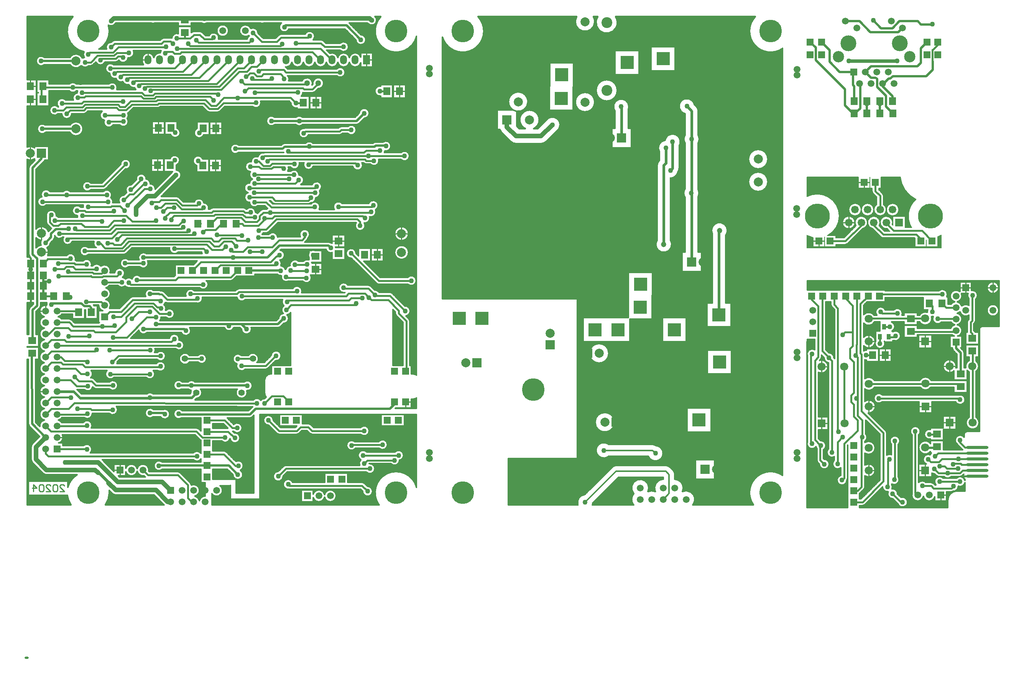
<source format=gbl>
%FSLAX43Y43*%
%MOMM*%
G71*
G01*
G75*
G04 Layer_Physical_Order=2*
%ADD10C,0.300*%
%ADD11C,0.200*%
%ADD12R,1.600X1.800*%
%ADD13R,0.550X1.450*%
%ADD14R,0.550X1.450*%
%ADD15R,0.850X1.300*%
%ADD16C,0.063*%
%ADD17R,10.200X7.300*%
%ADD18R,3.500X2.150*%
%ADD19R,1.100X2.150*%
%ADD20R,1.100X2.150*%
%ADD21R,0.600X2.200*%
%ADD22R,0.600X2.200*%
%ADD23R,2.200X0.600*%
%ADD24R,2.200X0.600*%
%ADD25R,1.800X1.600*%
%ADD26R,1.300X0.850*%
%ADD27R,1.000X2.600*%
%ADD28R,8.000X3.500*%
%ADD29R,6.000X6.000*%
%ADD30R,4.000X3.000*%
%ADD31R,3.000X4.000*%
%ADD32O,5.000X0.600*%
%ADD33R,0.600X1.550*%
%ADD34R,0.600X1.550*%
%ADD35R,1.700X0.600*%
%ADD36R,1.700X0.600*%
%ADD37R,2.700X2.500*%
%ADD38C,1.000*%
%ADD39C,0.400*%
%ADD40C,0.250*%
%ADD41C,0.500*%
%ADD42C,0.800*%
%ADD43C,0.700*%
%ADD44C,1.500*%
%ADD45C,0.600*%
%ADD46C,2.000*%
%ADD47C,0.254*%
%ADD48R,3.000X3.000*%
%ADD49C,1.500*%
%ADD50R,1.500X1.500*%
%ADD51C,5.000*%
%ADD52C,2.400*%
%ADD53C,4.000*%
%ADD54C,2.000*%
%ADD55R,2.000X2.000*%
%ADD56C,1.300*%
%ADD57C,1.400*%
%ADD58C,5.500*%
%ADD59C,3.000*%
%ADD60C,1.800*%
%ADD61R,1.800X1.800*%
%ADD62C,3.500*%
%ADD63C,2.500*%
%ADD64C,1.690*%
%ADD65R,1.690X1.690*%
%ADD66O,1.500X2.000*%
%ADD67R,1.500X2.000*%
%ADD68C,1.200*%
%ADD69C,1.100*%
D10*
X79326Y105200D02*
G03*
X85350Y98179I3374J-3200D01*
G01*
X82099Y73704D02*
G03*
X82099Y73704I-2150J0D01*
G01*
Y68704D02*
G03*
X82099Y68704I-2150J0D01*
G01*
X73155Y57950D02*
G03*
X69850Y57147I-1750J0D01*
G01*
X72750Y56831D02*
G03*
X73155Y57950I-1345J1119D01*
G01*
X66716Y84339D02*
G03*
X66291Y85364I-1450J0D01*
G01*
X65857Y85798D02*
G03*
X63807Y83747I-1653J-398D01*
G01*
X51243Y84577D02*
G03*
X51405Y85300I-1539J723D01*
G01*
X66955Y78150D02*
G03*
X66716Y79019I-1700J0D01*
G01*
X63816Y79056D02*
G03*
X63816Y77244I1439J-906D01*
G01*
X66716Y77281D02*
G03*
X66955Y78150I-1461J869D01*
G01*
X62505Y76663D02*
G03*
X62755Y77550I-1450J887D01*
G01*
X62214Y70829D02*
G03*
X62505Y71700I-1159J871D01*
G01*
X62214Y70829D02*
G03*
X62505Y71700I-1159J871D01*
G01*
X66905Y66200D02*
G03*
X66716Y66978I-1700J0D01*
G01*
Y65422D02*
G03*
X66905Y66200I-1511J778D01*
G01*
X60555Y69500D02*
G03*
X62214Y70829I0J1700D01*
G01*
X63816Y67181D02*
G03*
X63816Y65219I1389J-981D01*
G01*
X62755Y77550D02*
G03*
X59388Y77886I-1700J0D01*
G01*
G03*
X58155Y75313I216J-1686D01*
G01*
X58080Y73376D02*
G03*
X57655Y72350I1024J-1026D01*
G01*
X58079Y73375D02*
G03*
X57655Y72350I1025J-1025D01*
G01*
X60855Y54850D02*
G03*
X60555Y55830I-1750J0D01*
G01*
X57655D02*
G03*
X60855Y54850I1450J-980D01*
G01*
X85350Y3821D02*
G03*
X78914Y-2700I-2650J-3821D01*
G01*
X58955Y8700D02*
G03*
X57377Y10396I-1700J0D01*
G01*
G03*
X56605Y10650I-772J-1046D01*
G01*
X57377Y10396D02*
G03*
X56605Y10650I-772J-1046D01*
G01*
X61555Y4000D02*
G03*
X61174Y4920I-1300J0D01*
G01*
X60474Y5619D02*
G03*
X59555Y6000I-920J-919D01*
G01*
X61555Y4000D02*
G03*
X61174Y4919I-1300J0D01*
G01*
X60474Y5619D02*
G03*
X59555Y6000I-919J-919D01*
G01*
X65955Y-1490D02*
G03*
X63223Y218I-1900J0D01*
G01*
X65520Y-2700D02*
G03*
X65955Y-1490I-1465J1210D01*
G01*
X63415Y1050D02*
G03*
X61555Y2950I-1900J0D01*
G01*
X63223Y218D02*
G03*
X63415Y1050I-1708J832D01*
G01*
X58955Y2950D02*
G03*
X57266Y218I20J-1900D01*
G01*
X55684Y8050D02*
G03*
X58955Y8700I1571J650D01*
G01*
X55795Y1050D02*
G03*
X52481Y-220I-1900J0D01*
G01*
X57266Y218D02*
G03*
X55603Y218I-832J-1708D01*
G01*
G03*
X55795Y1050I-1708J832D01*
G01*
X52481Y-220D02*
G03*
X52430Y-2700I1413J-1270D01*
G01*
X48850Y103900D02*
G03*
X48458Y105200I-2350J0D01*
G01*
X44542D02*
G03*
X48850Y103900I1958J-1300D01*
G01*
X51405Y85300D02*
G03*
X48343Y84282I-1700J0D01*
G01*
X48850Y88900D02*
G03*
X48850Y88900I-2350J0D01*
G01*
X43858Y104093D02*
G03*
X43551Y105200I-2150J0D01*
G01*
X39865D02*
G03*
X43858Y104093I1843J-1107D01*
G01*
X19350Y102000D02*
G03*
X18074Y105200I-4650J0D01*
G01*
X10250Y100651D02*
G03*
X19350Y102000I4450J1349D01*
G01*
X10200Y95792D02*
G03*
X10250Y96150I-1250J358D01*
G01*
X43858Y86313D02*
G03*
X43858Y86313I-2150J0D01*
G01*
X35382Y79844D02*
G03*
X36205Y81300I-877J1456D01*
G01*
G03*
X33049Y82177I-1700J0D01*
G01*
X32005Y77150D02*
G03*
X33171Y77633I-0J1650D01*
G01*
X32005Y77150D02*
G03*
X33179Y77641I0J1650D01*
G01*
X30360Y80450D02*
G03*
X31605Y82400I-906J1950D01*
G01*
X26605Y84279D02*
G03*
X29105Y86400I350J2121D01*
G01*
G03*
X25859Y84550I-2150J0D01*
G01*
G03*
X26605Y84279I1095J1850D01*
G01*
X31605Y82400D02*
G03*
X28549Y80450I-2150J0D01*
G01*
X25288Y77633D02*
G03*
X26455Y77150I1167J1167D01*
G01*
X25288Y77633D02*
G03*
X26455Y77150I1167J1167D01*
G01*
X22899Y80250D02*
G03*
X23288Y79633I1556J550D01*
G01*
X22899Y80250D02*
G03*
X23288Y79633I1556J550D01*
G01*
X46966Y30792D02*
G03*
X46966Y30792I-2150J0D01*
G01*
X48605Y6000D02*
G03*
X47685Y5619I0J-1300D01*
G01*
X48605Y6000D02*
G03*
X47685Y5619I0J-1300D01*
G01*
X48243Y15558D02*
G03*
X48243Y15558I-2150J0D01*
G01*
X46950Y10650D02*
G03*
X46950Y8050I-1095J-1300D01*
G01*
X43363Y-2700D02*
G03*
X43449Y-2295I-1609J550D01*
G01*
X41610Y-456D02*
G03*
X40146Y-2700I145J-1694D01*
G01*
X750Y7168D02*
G03*
X1650Y8250I-200J1082D01*
G01*
G03*
X-254Y9000I-1100J0D01*
G01*
X-1154Y6400D02*
G03*
X750Y7150I805J750D01*
G01*
X-1900Y10600D02*
G03*
X-3848Y11300I-1100J0D01*
G01*
X-3755Y9800D02*
G03*
X-1900Y10600I755J800D01*
G01*
X-5800Y6400D02*
G03*
X-5951Y6389I0J-1100D01*
G01*
X-5950Y13650D02*
G03*
X-7854Y14400I-1100J0D01*
G01*
Y12900D02*
G03*
X-5950Y13650I805J750D01*
G01*
X-7789Y7265D02*
G03*
X-8074Y6050I739J-815D01*
G01*
X-6495Y9000D02*
G03*
X-7789Y7265I-805J-750D01*
G01*
X-9152Y11300D02*
G03*
X-8962Y9800I-698J-850D01*
G01*
X-4700Y5300D02*
G03*
X-5800Y6400I-1100J0D01*
G01*
X-6604Y4550D02*
G03*
X-4700Y5300I805J750D01*
G01*
X4500Y1171D02*
G03*
X-3786Y-2700I-4500J-1171D01*
G01*
X-5200Y300D02*
G03*
X-6338Y1399I-1100J0D01*
G01*
X-7399Y339D02*
G03*
X-5200Y300I1099J-39D01*
G01*
X-7019Y2080D02*
G03*
X-7550Y2300I-530J-530D01*
G01*
X-7019Y2080D02*
G03*
X-7550Y2300I-530J-530D01*
G01*
X-13229Y-711D02*
G03*
X-15799Y-433I-1300J0D01*
G01*
Y-989D02*
G03*
X-13229Y-711I1270J278D01*
G01*
X-18869Y15030D02*
G03*
X-19400Y15250I-530J-530D01*
G01*
X-18869Y15030D02*
G03*
X-19400Y15250I-530J-530D01*
G01*
X-19080Y13120D02*
G03*
X-18550Y12900I530J530D01*
G01*
X-19080Y13120D02*
G03*
X-18550Y12900I530J530D01*
G01*
X-21950D02*
G03*
X-21419Y13120I0J750D01*
G01*
X-21950Y12900D02*
G03*
X-21419Y13120I0J750D01*
G01*
X-27100Y16000D02*
G03*
X-28161Y14901I-1100J0D01*
G01*
X-24350Y6050D02*
G03*
X-24880Y5830I0J-750D01*
G01*
X-24350Y6050D02*
G03*
X-24880Y5830I0J-750D01*
G01*
X-26380Y13120D02*
G03*
X-25850Y12900I530J530D01*
G01*
X-26380Y13120D02*
G03*
X-25850Y12900I530J530D01*
G01*
X-15799Y-433D02*
G03*
X-18309Y-321I-1270J-278D01*
G01*
Y-1101D02*
G03*
X-15799Y-989I1240J390D01*
G01*
X-22846Y2300D02*
G03*
X-23522Y800I-1004J-450D01*
G01*
X-26011Y4699D02*
G03*
X-24950Y3600I-39J-1099D01*
G01*
X-38340Y500D02*
G03*
X-38873Y1550I-1300J0D01*
G01*
X-40700Y-253D02*
G03*
X-38340Y500I1060J753D01*
G01*
X-80600Y7350D02*
G03*
X-80292Y6608I1050J0D01*
G01*
X-80600Y7350D02*
G03*
X-80291Y6606I1050J0D01*
G01*
X-77943Y4259D02*
G03*
X-77200Y3950I744J741D01*
G01*
X-77942Y4258D02*
G03*
X-77200Y3950I742J742D01*
G01*
X-80292Y10838D02*
G03*
X-80600Y10095I742J-742D01*
G01*
X-80291Y10839D02*
G03*
X-80600Y10095I741J-744D01*
G01*
X-81200Y15204D02*
G03*
X-80965Y14639I800J1D01*
G01*
X-81200Y15202D02*
G03*
X-80964Y14638I800J3D01*
G01*
X-74490Y10985D02*
G03*
X-73580Y12225I-390J1240D01*
G01*
X-77698Y16035D02*
G03*
X-78715Y14651I278J-1270D01*
G01*
X-73818Y15515D02*
G03*
X-74602Y16035I-1062J-750D01*
G01*
X-77698Y18575D02*
G03*
X-77698Y16035I278J-1270D01*
G01*
X-74602Y16035D02*
G03*
X-73818Y16555I-278J1270D01*
G01*
X-72617Y-554D02*
G03*
X-71786Y-2700I4617J554D01*
G01*
X-70453Y3950D02*
G03*
X-72496Y1186I2454J-3950D01*
G01*
X-67545Y8800D02*
G03*
X-67200Y9600I-755J800D01*
G01*
X-64214Y-2700D02*
G03*
X-63350Y0I-3786J2700D01*
G01*
X-62693Y-191D02*
G03*
X-61950Y-500I744J741D01*
G01*
X-63350Y0D02*
G03*
X-63376Y491I-4650J0D01*
G01*
X-62692Y-192D02*
G03*
X-61950Y-500I742J742D01*
G01*
X-73580Y12225D02*
G03*
X-73714Y12800I-1300J0D01*
G01*
X-67200Y9600D02*
G03*
X-69016Y10435I-1100J0D01*
G01*
X-67150Y14850D02*
G03*
X-69126Y15515I-1100J0D01*
G01*
X-67297Y14300D02*
G03*
X-67150Y14850I-953J550D01*
G01*
X-68839Y16555D02*
G03*
X-67100Y17450I640J895D01*
G01*
X-63404Y17547D02*
G03*
X-61500Y18297I805J750D01*
G01*
G03*
X-61787Y19039I-1100J0D01*
G01*
X-77698Y21115D02*
G03*
X-77698Y18575I278J-1270D01*
G01*
Y23655D02*
G03*
X-77698Y21115I278J-1270D01*
G01*
Y26195D02*
G03*
X-77698Y23655I278J-1270D01*
G01*
X-77711Y28732D02*
G03*
X-77698Y26195I291J-1267D01*
G01*
X-77688Y31273D02*
G03*
X-77711Y28732I263J-1273D01*
G01*
X-80865Y40916D02*
G03*
X-81100Y40350I566J-566D01*
G01*
X-80864Y40917D02*
G03*
X-81100Y40350I565J-567D01*
G01*
X-77698Y33815D02*
G03*
X-77688Y31273I278J-1270D01*
G01*
X-77698Y36355D02*
G03*
X-77698Y33815I278J-1270D01*
G01*
X-77732Y38887D02*
G03*
X-77698Y36355I312J-1262D01*
G01*
X-78735Y40783D02*
G03*
X-78500Y41350I-565J567D01*
G01*
X-78734Y40784D02*
G03*
X-78500Y41350I-566J566D01*
G01*
X-77186Y41428D02*
G03*
X-77732Y38887I-239J-1278D01*
G01*
X-68904Y22800D02*
G03*
X-67017Y23356I805J750D01*
G01*
X-66719Y25180D02*
G03*
X-67250Y25400I-530J-530D01*
G01*
X-66719Y25180D02*
G03*
X-67250Y25400I-530J-530D01*
G01*
X-67452D02*
G03*
X-67050Y26250I-698J850D01*
G01*
G03*
X-67345Y27000I-1100J0D01*
G01*
X-66830Y23170D02*
G03*
X-66300Y22950I530J530D01*
G01*
X-66830Y23170D02*
G03*
X-66300Y22950I530J530D01*
G01*
X-63351D02*
G03*
X-61447Y23700I805J750D01*
G01*
G03*
X-63351Y24450I-1100J0D01*
G01*
X-63855Y27000D02*
G03*
X-62295Y25450I755J-800D01*
G01*
X-61624Y28500D02*
G03*
X-61550Y28897I-1026J397D01*
G01*
X-71669Y38180D02*
G03*
X-72200Y38400I-530J-530D01*
G01*
X-71669Y38180D02*
G03*
X-72200Y38400I-530J-530D01*
G01*
X-73836D02*
G03*
X-74602Y38895I-1044J-775D01*
G01*
G03*
X-73818Y39415I-278J1270D01*
G01*
X-77142Y41953D02*
G03*
X-77186Y41428I1042J-353D01*
G01*
X-65548Y37600D02*
G03*
X-65654Y37500I698J-850D01*
G01*
X-65700Y41450D02*
G03*
X-64790Y40200I1300J-10D01*
G01*
X-63100Y41440D02*
G03*
X-64122Y42710I-1300J0D01*
G01*
G03*
X-63100Y43980I-278J1270D01*
G01*
G03*
X-64122Y45250I-1300J0D01*
G01*
X-63298Y40750D02*
G03*
X-63100Y41440I-1102J690D01*
G01*
X-59700Y4610D02*
G03*
X-57190Y4722I1240J390D01*
G01*
G03*
X-55699Y3719I1270J278D01*
G01*
X-57190Y5278D02*
G03*
X-59700Y5390I-1270J-278D01*
G01*
X-54620Y5000D02*
G03*
X-57190Y5278I-1300J0D01*
G01*
X-53595Y18400D02*
G03*
X-53595Y16800I-755J-800D01*
G01*
X-54639Y4779D02*
G03*
X-54620Y5000I-1281J221D01*
G01*
X-51702Y6800D02*
G03*
X-51595Y5200I-698J-850D01*
G01*
X-47669Y4430D02*
G03*
X-48200Y4650I-530J-530D01*
G01*
X-47669Y4430D02*
G03*
X-48200Y4650I-530J-530D01*
G01*
X-52052Y16800D02*
G03*
X-50000Y17350I952J550D01*
G01*
G03*
X-51429Y18400I-1100J0D01*
G01*
X-47201Y18100D02*
G03*
X-47417Y16500I-849J-700D01*
G01*
X-53652Y21850D02*
G03*
X-55105Y21800I-698J-850D01*
G01*
X-55204Y25450D02*
G03*
X-53300Y26200I805J750D01*
G01*
G03*
X-53645Y27000I-1100J0D01*
G01*
X-52682D02*
G03*
X-50950Y27900I632J900D01*
G01*
G03*
X-52972Y28500I-1100J0D01*
G01*
X-58150Y43350D02*
G03*
X-58680Y43130I0J-750D01*
G01*
X-58150Y43350D02*
G03*
X-58680Y43130I0J-750D01*
G01*
X-53347Y30950D02*
G03*
X-53200Y31500I-953J550D01*
G01*
X-52804Y29450D02*
G03*
X-50900Y30200I805J750D01*
G01*
G03*
X-52804Y30950I-1100J0D01*
G01*
X-53200Y31500D02*
G03*
X-53240Y31795I-1100J0D01*
G01*
X-56865Y35874D02*
G03*
X-55045Y35350I1065J276D01*
G01*
X-53595Y44700D02*
G03*
X-55302Y43350I-755J-800D01*
G01*
X-47245Y24500D02*
G03*
X-47352Y22900I-805J-750D01*
G01*
X-45646Y30342D02*
G03*
X-45642Y28842I-998J-752D01*
G01*
X-48699Y31795D02*
G03*
X-46850Y32600I750J805D01*
G01*
X-47900Y33950D02*
G03*
X-50090Y34100I-1100J0D01*
G01*
X-47929Y33700D02*
G03*
X-47900Y33950I-1071J250D01*
G01*
X-46850Y32600D02*
G03*
X-47929Y33700I-1100J0D01*
G01*
X-52151Y38050D02*
G03*
X-51900Y38750I-849J700D01*
G01*
X-50925Y40300D02*
G03*
X-50850Y40700I-1025J400D01*
G01*
G03*
X-51248Y41547I-1100J0D01*
G01*
X-51219Y44380D02*
G03*
X-51750Y44600I-530J-530D01*
G01*
X-51248Y41547D02*
G03*
X-50946Y42035I-752J803D01*
G01*
X-51219Y44380D02*
G03*
X-51750Y44600I-530J-530D01*
G01*
X-50946Y42035D02*
G03*
X-50600Y41950I346J665D01*
G01*
X-50946Y42035D02*
G03*
X-50600Y41950I346J665D01*
G01*
X-51963Y44600D02*
G03*
X-52350Y44700I-387J-700D01*
G01*
X-50854Y38800D02*
G03*
X-48950Y39550I805J750D01*
G01*
G03*
X-50854Y40300I-1100J0D01*
G01*
X-47454Y35350D02*
G03*
X-45350Y35800I1004J450D01*
G01*
X-81100Y52700D02*
G03*
X-80864Y52133I800J0D01*
G01*
X-81100Y52700D02*
G03*
X-80865Y52134I800J0D01*
G01*
X-78427Y54695D02*
G03*
X-79500Y54131I127J-1545D01*
G01*
X-79500Y56319D02*
G03*
X-78401Y55753I1200J981D01*
G01*
X-76808Y57720D02*
G03*
X-79500Y58281I-1492J-420D01*
G01*
X-76750Y53150D02*
G03*
X-77117Y54152I-1550J0D01*
G01*
G03*
X-76350Y55168I-333J1048D01*
G01*
X-78401Y55753D02*
G03*
X-78427Y54695I951J-553D01*
G01*
X-77250Y59800D02*
G03*
X-77030Y59270I750J0D01*
G01*
X-77250Y59800D02*
G03*
X-77030Y59270I750J0D01*
G01*
X-77237Y61186D02*
G03*
X-77250Y61050I738J-136D01*
G01*
X-77237Y61186D02*
G03*
X-77250Y61050I738J-136D01*
G01*
X-75050Y61350D02*
G03*
X-77237Y61186I-1100J0D01*
G01*
X-80865Y72366D02*
G03*
X-81100Y71800I566J-566D01*
G01*
X-80864Y72367D02*
G03*
X-81100Y71800I565J-567D01*
G01*
X-78273Y65386D02*
G03*
X-77295Y63550I173J-1086D01*
G01*
X-76412Y66550D02*
G03*
X-78273Y65386I-887J-650D01*
G01*
X-81500Y73617D02*
G03*
X-79850Y73775I700J1383D01*
G01*
Y76225D02*
G03*
X-81500Y76383I-950J-1225D01*
G01*
X-77735Y73233D02*
G03*
X-77580Y73450I-565J567D01*
G01*
X-77734Y73234D02*
G03*
X-77580Y73450I-566J566D01*
G01*
X-76943Y52400D02*
G03*
X-76750Y53150I-1356J750D01*
G01*
X-70854Y51409D02*
G03*
X-70800Y51750I-1046J341D01*
G01*
X-70590Y51250D02*
G03*
X-70854Y51409I-510J-550D01*
G01*
X-70590Y51250D02*
G03*
X-70854Y51409I-510J-550D01*
G01*
X-70800Y51750D02*
G03*
X-72787Y52400I-1100J0D01*
G01*
X-73472Y56500D02*
G03*
X-71525Y55500I922J-600D01*
G01*
X-67250Y50500D02*
G03*
X-69154Y51250I-1100J0D01*
G01*
X-67325Y50100D02*
G03*
X-67250Y50500I-1025J400D01*
G01*
X-65233Y50058D02*
G03*
X-67037Y50100I-917J-608D01*
G01*
X-67945Y54150D02*
G03*
X-67945Y52650I-805J-750D01*
G01*
X-66724Y55500D02*
G03*
X-66254Y54150I1025J-400D01*
G01*
X-76230Y58470D02*
G03*
X-76139Y58392I530J530D01*
G01*
X-76230Y58470D02*
G03*
X-76139Y58392I530J530D01*
G01*
X-75635Y55883D02*
G03*
X-75400Y56450I-565J567D01*
G01*
X-75634Y55884D02*
G03*
X-75400Y56450I-566J566D01*
G01*
Y56792D02*
G03*
X-73595Y56500I1000J458D01*
G01*
X-74595Y60900D02*
G03*
X-75061Y61196I-805J-750D01*
G01*
G03*
X-75050Y61350I-1089J154D01*
G01*
X-71945Y66550D02*
G03*
X-73554Y66550I-805J-750D01*
G01*
X-69645Y63100D02*
G03*
X-70399Y61251I-805J-750D01*
G01*
G03*
X-70358Y60900I1099J-51D01*
G01*
X-69074Y63550D02*
G03*
X-69149Y63100I1025J-400D01*
G01*
X-67395Y68450D02*
G03*
X-67395Y66950I-805J-750D01*
G01*
X-64650D02*
G03*
X-64119Y67170I0J750D01*
G01*
X-77452Y81250D02*
G03*
X-77345Y79650I-698J-850D01*
G01*
X-74645Y85250D02*
G03*
X-74645Y83750I-805J-750D01*
G01*
X-77645Y96200D02*
G03*
X-77645Y94600I-755J-800D01*
G01*
X-72951Y86750D02*
G03*
X-74555Y85250I-849J-700D01*
G01*
X-73850Y83750D02*
G03*
X-71650Y83750I1100J-0D01*
G01*
X-72056Y79650D02*
G03*
X-69150Y80400I1356J750D01*
G01*
G03*
X-71996Y81250I-1550J0D01*
G01*
X-68950Y83750D02*
G03*
X-68419Y83970I0J750D01*
G01*
X-68950Y83750D02*
G03*
X-68419Y83970I0J750D01*
G01*
X-70450Y88340D02*
G03*
X-71280Y86750I150J-1090D01*
G01*
X-64932Y84300D02*
G03*
X-64449Y82310I632J-900D01*
G01*
X-72204Y88800D02*
G03*
X-70595Y88800I805J750D01*
G01*
Y90300D02*
G03*
X-72204Y90300I-805J-750D01*
G01*
X-70354Y88800D02*
G03*
X-70450Y88340I1004J-450D01*
G01*
X-72027Y94600D02*
G03*
X-69532Y94381I1328J800D01*
G01*
G03*
X-67895Y94350I832J719D01*
G01*
X-67450D02*
G03*
X-66919Y94570I0J750D01*
G01*
X-67450Y94350D02*
G03*
X-66919Y94570I0J750D01*
G01*
X-69284Y96032D02*
G03*
X-72027Y96200I-1415J-632D01*
G01*
X-68877Y96186D02*
G03*
X-69284Y96032I177J-1086D01*
G01*
X-68926Y97443D02*
G03*
X-68877Y96186I926J-593D01*
G01*
X-71374Y105200D02*
G03*
X-68926Y97443I3374J-3200D01*
G01*
X-66314Y95175D02*
G03*
X-64275Y95200I1015J425D01*
G01*
X-64122Y45250D02*
G03*
X-63338Y45770I-278J1270D01*
G01*
X-63184Y48600D02*
G03*
X-63100Y49060I-1216J460D01*
G01*
G03*
X-65233Y50058I-1300J0D01*
G01*
X-61423Y45770D02*
G03*
X-59875Y45673I823J730D01*
G01*
X-59775Y47227D02*
G03*
X-60435Y47588I-825J-727D01*
G01*
G03*
X-59950Y48500I-614J912D01*
G01*
G03*
X-62145Y48600I-1100J0D01*
G01*
X-60100Y52650D02*
G03*
X-59569Y52870I-0J750D01*
G01*
X-60100Y52650D02*
G03*
X-59569Y52870I0J750D01*
G01*
X-59875Y45673D02*
G03*
X-58927Y45307I825J727D01*
G01*
X-58326Y47228D02*
G03*
X-59775Y47227I-724J-828D01*
G01*
X-58927Y45307D02*
G03*
X-58656Y45257I270J700D01*
G01*
X-58927Y45307D02*
G03*
X-58656Y45257I270J700D01*
G01*
X-56445Y47750D02*
G03*
X-58326Y47228I-805J-750D01*
G01*
X-59045Y51450D02*
G03*
X-59045Y49950I-805J-750D01*
G01*
X-55106Y52804D02*
G03*
X-56780Y51450I-694J-854D01*
G01*
X-62800Y65800D02*
G03*
X-64704Y66550I-1100J0D01*
G01*
X-62991Y65181D02*
G03*
X-62800Y65800I-909J619D01*
G01*
X-62550Y64300D02*
G03*
X-62991Y65181I-1100J0D01*
G01*
X-64650Y66950D02*
G03*
X-64119Y67170I0J750D01*
G01*
X-62579Y64050D02*
G03*
X-62550Y64300I-1071J250D01*
G01*
X-60111Y65749D02*
G03*
X-61072Y64050I-39J-1099D01*
G01*
X-58514Y68047D02*
G03*
X-59517Y66343I-86J-1097D01*
G01*
X-55200Y69350D02*
G03*
X-57386Y69175I-1100J0D01*
G01*
X-59788Y71501D02*
G03*
X-58650Y72600I39J1099D01*
G01*
G03*
X-60849Y72561I-1100J0D01*
G01*
X-56654Y49950D02*
G03*
X-54750Y50700I805J750D01*
G01*
G03*
X-54872Y51204I-1100J0D01*
G01*
X-50031Y54100D02*
G03*
X-49041Y52804I1082J-200D01*
G01*
X-48859D02*
G03*
X-48145Y53150I-91J1096D01*
G01*
X-53200Y67150D02*
G03*
X-54300Y68250I-1100J0D01*
G01*
G03*
X-55200Y69332I-1100J0D01*
G01*
X-49407Y70947D02*
G03*
X-49574Y70711I808J-747D01*
G01*
X-47919Y65230D02*
G03*
X-48450Y65450I-530J-530D01*
G01*
X-47919Y65230D02*
G03*
X-48450Y65450I-530J-530D01*
G01*
X-48089Y69226D02*
G03*
X-47500Y70200I-511J974D01*
G01*
G03*
X-48547Y71299I-1100J0D01*
G01*
Y72408D02*
G03*
X-47800Y73450I-353J1042D01*
G01*
G03*
X-49925Y73847I-1100J0D01*
G01*
X-64449Y82310D02*
G03*
X-62528Y81250I999J-460D01*
G01*
X-61696Y89100D02*
G03*
X-61600Y89550I-1004J450D01*
G01*
G03*
X-63504Y90300I-1100J0D01*
G01*
X-61855Y91540D02*
G03*
X-60370Y90838I1055J310D01*
G01*
X-61054Y81250D02*
G03*
X-59150Y82000I805J750D01*
G01*
G03*
X-59401Y82700I-1100J0D01*
G01*
Y82700D02*
G03*
X-59150Y83400I-849J700D01*
G01*
G03*
X-59261Y83881I-1100J0D01*
G01*
G03*
X-59069Y84020I-339J669D01*
G01*
X-59261Y83881D02*
G03*
X-59069Y84020I-339J669D01*
G01*
X-60370Y90838D02*
G03*
X-59024Y90199I1020J412D01*
G01*
G03*
X-57783Y89522I1024J401D01*
G01*
X-62402Y94600D02*
G03*
X-63248Y92660I-698J-850D01*
G01*
G03*
X-61855Y91540I1098J-60D01*
G01*
X-65629Y98000D02*
G03*
X-63350Y102000I-2371J4000D01*
G01*
X-62911Y99549D02*
G03*
X-63954Y98000I-39J-1099D01*
G01*
X-62150Y100000D02*
G03*
X-62680Y99780I0J-750D01*
G01*
X-62150Y100000D02*
G03*
X-62680Y99780I0J-750D01*
G01*
X-63350Y102000D02*
G03*
X-63542Y103323I-4650J0D01*
G01*
G03*
X-61975Y103739I592J927D01*
G01*
X-61229Y95561D02*
G03*
X-59200Y96118I929J589D01*
G01*
X-61900Y95200D02*
G03*
X-61369Y95420I0J750D01*
G01*
X-61900Y95200D02*
G03*
X-61369Y95420I0J750D01*
G01*
X-59200Y96118D02*
G03*
X-57900Y97200I200J1082D01*
G01*
X-52650Y85050D02*
G03*
X-52119Y85270I0J750D01*
G01*
X-52650Y85050D02*
G03*
X-52119Y85270I0J750D01*
G01*
X-49823Y79147D02*
G03*
X-47700Y79550I1023J403D01*
G01*
G03*
X-48347Y80553I-1100J0D01*
G01*
X-57783Y89522D02*
G03*
X-57505Y89100I1033J378D01*
G01*
X-57900Y97200D02*
G03*
X-58020Y97700I-1100J0D01*
G01*
X-56083Y95381D02*
G03*
X-55822Y94600I1300J0D01*
G01*
X-53513Y96159D02*
G03*
X-56083Y95881I-1270J-278D01*
G01*
X-52097Y97173D02*
G03*
X-53513Y96159I-145J-1292D01*
G01*
X-51922Y97700D02*
G03*
X-52097Y97173I922J-600D01*
G01*
X-51300Y100500D02*
G03*
X-51830Y100280I0J-750D01*
G01*
X-51300Y100500D02*
G03*
X-51830Y100280I0J-750D01*
G01*
X-49549Y100437D02*
G03*
X-49850Y100500I-301J-687D01*
G01*
X-49549Y100437D02*
G03*
X-49850Y100500I-301J-687D01*
G01*
X-48147Y101457D02*
G03*
X-49549Y100437I-303J-1057D01*
G01*
X-54158Y103800D02*
G03*
X-53242Y103800I458J1000D01*
G01*
X-45250Y1700D02*
G03*
X-45469Y2230I-750J0D01*
G01*
X-45250Y1700D02*
G03*
X-45469Y2230I-750J0D01*
G01*
X-43420Y500D02*
G03*
X-45250Y1687I-1300J0D01*
G01*
X-43450Y-1762D02*
G03*
X-44442Y-770I-1270J-278D01*
G01*
G03*
X-43420Y500I-278J1270D01*
G01*
X-42200Y-740D02*
G03*
X-43450Y-1762I20J-1300D01*
G01*
X-44804Y7300D02*
G03*
X-43100Y7417I805J750D01*
G01*
Y8683D02*
G03*
X-44804Y8800I-900J-633D01*
G01*
X-43280Y11670D02*
G03*
X-43100Y11537I530J530D01*
G01*
X-43280Y11670D02*
G03*
X-43100Y11537I530J530D01*
G01*
X-43569Y14080D02*
G03*
X-44100Y14300I-530J-530D01*
G01*
X-43569Y14080D02*
G03*
X-44100Y14300I-530J-530D01*
G01*
X-44108Y20840D02*
G03*
X-42894Y22090I-37J1249D01*
G01*
X-36054Y3968D02*
G03*
X-33855Y4000I1100J32D01*
G01*
G03*
X-34396Y4948I-1100J0D01*
G01*
G03*
X-33750Y5950I-453J1002D01*
G01*
G03*
X-35395Y6906I-1100J0D01*
G01*
X-37519Y9030D02*
G03*
X-38050Y9250I-530J-530D01*
G01*
X-37519Y9030D02*
G03*
X-38050Y9250I-530J-530D01*
G01*
X-38554Y11450D02*
G03*
X-36685Y11922I805J750D01*
G01*
G03*
X-34500Y12100I1086J178D01*
G01*
G03*
X-35731Y13192I-1100J0D01*
G01*
X-35904Y13550D02*
G03*
X-34000Y14300I805J750D01*
G01*
G03*
X-35872Y15083I-1100J0D01*
G01*
X-32300Y16500D02*
G03*
X-31733Y16735I0J800D01*
G01*
X-32300Y16500D02*
G03*
X-31734Y16734I0J800D01*
G01*
X-29879Y20422D02*
G03*
X-31553Y20501I-871J-672D01*
G01*
X-29011Y20799D02*
G03*
X-29879Y20422I-39J-1099D01*
G01*
X-45955Y22900D02*
G03*
X-45284Y22603I755J800D01*
G01*
X-44445Y24500D02*
G03*
X-45955Y24500I-755J-800D01*
G01*
X-45284Y22603D02*
G03*
X-45388Y21964I1140J-514D01*
G01*
X-42894Y22090D02*
G03*
X-43192Y22900I-1250J0D01*
G01*
X-45350Y35800D02*
G03*
X-45562Y36450I-1100J0D01*
G01*
X-43747Y28842D02*
G03*
X-41850Y29600I797J758D01*
G01*
G03*
X-43762Y30342I-1100J0D01*
G01*
X-44595Y44650D02*
G03*
X-46404Y43450I-805J-750D01*
G01*
X-44308Y41950D02*
G03*
X-42750Y42950I458J1000D01*
G01*
G03*
X-42768Y43150I-1100J0D01*
G01*
X-43404Y45257D02*
G03*
X-41500Y46007I805J750D01*
G01*
X-42945Y53150D02*
G03*
X-42855Y52804I1095J100D01*
G01*
X-41500Y46007D02*
G03*
X-41894Y46850I-1100J0D01*
G01*
X-34184Y30340D02*
G03*
X-35145Y28468I-766J-790D01*
G01*
X-32894Y22090D02*
G03*
X-32985Y22558I-1250J0D01*
G01*
X-35096Y22900D02*
G03*
X-32894Y22090I952J-810D01*
G01*
X-32985Y22558D02*
G03*
X-31750Y23650I136J1092D01*
G01*
G03*
X-33548Y24500I-1100J0D01*
G01*
X-35145Y28468D02*
G03*
X-33345Y27250I996J-468D01*
G01*
X-30718Y28750D02*
G03*
X-30394Y29590I-926J840D01*
G01*
G03*
X-32644Y30340I-1250J0D01*
G01*
X-37924Y36450D02*
G03*
X-35875Y36450I1025J400D01*
G01*
X-36500Y46850D02*
G03*
X-35970Y47070I0J750D01*
G01*
X-36500Y46850D02*
G03*
X-35970Y47070I0J750D01*
G01*
X-34700Y45100D02*
G03*
X-35230Y44880I0J-750D01*
G01*
X-34700Y45100D02*
G03*
X-35230Y44880I0J-750D01*
G01*
X-34149Y36118D02*
G03*
X-31950Y36150I1100J32D01*
G01*
G03*
X-31992Y36450I-1100J0D01*
G01*
X-35171Y43150D02*
G03*
X-33251Y42700I1071J250D01*
G01*
X-29027Y21950D02*
G03*
X-28706Y21104I1277J0D01*
G01*
X-28318Y26094D02*
G03*
X-29027Y24950I568J-1144D01*
G01*
X-27700Y26250D02*
G03*
X-28318Y26094I0J-1300D01*
G01*
X-28850Y27250D02*
G03*
X-28319Y27470I0J750D01*
G01*
X-28850Y27250D02*
G03*
X-28319Y27470I0J750D01*
G01*
X-25400Y30250D02*
G03*
X-27598Y30312I-1100J0D01*
G01*
X-26631Y29158D02*
G03*
X-25400Y30250I131J1092D01*
G01*
X-26100Y36450D02*
G03*
X-25534Y36684I0J800D01*
G01*
X-26100Y36450D02*
G03*
X-25533Y36685I0J800D01*
G01*
X-24950Y39595D02*
G03*
X-25949Y38532I100J-1095D01*
G01*
X-24779Y41335D02*
G03*
X-24950Y39595I580J-935D01*
G01*
X-24818Y37400D02*
G03*
X-23750Y38500I-32J1100D01*
G01*
G03*
X-24100Y39305I-1100J0D01*
G01*
G03*
X-23300Y39767I-100J1095D01*
G01*
X-25080Y42700D02*
G03*
X-24779Y41335I980J-500D01*
G01*
X-20857Y44200D02*
G03*
X-20800Y44550I-1043J350D01*
G01*
G03*
X-22852Y45100I-1100J0D01*
G01*
X-11600Y44200D02*
G03*
X-11326Y44235I0J1100D01*
G01*
X-869Y44080D02*
G03*
X-1400Y44300I-530J-530D01*
G01*
X-3778D02*
G03*
X-4738Y44799I-922J-600D01*
G01*
X-868Y44079D02*
G03*
X-1400Y44300I-531J-529D01*
G01*
X-5569Y45630D02*
G03*
X-6100Y45850I-530J-530D01*
G01*
X-5569Y45630D02*
G03*
X-6100Y45850I-530J-530D01*
G01*
X-10647D02*
G03*
X-11600Y44200I-953J-550D01*
G01*
X-4380Y46270D02*
G03*
X-3850Y46050I530J530D01*
G01*
X-4380Y46270D02*
G03*
X-3850Y46050I530J530D01*
G01*
X3700Y20650D02*
G03*
X4318Y20806I0J1300D01*
G01*
G03*
X4500Y20917I-568J1144D01*
G01*
Y25983D02*
G03*
X4318Y26094I-750J-1033D01*
G01*
G03*
X3700Y26250I-618J-1144D01*
G01*
X-200Y39650D02*
G03*
X20Y39120I750J0D01*
G01*
X-200Y39650D02*
G03*
X20Y39120I750J0D01*
G01*
X3000Y37950D02*
G03*
X2781Y38480I-750J0D01*
G01*
X3000Y37950D02*
G03*
X2781Y38480I-750J0D01*
G01*
X3100Y40150D02*
G03*
X1962Y41249I-1100J0D01*
G01*
X2194Y39067D02*
G03*
X3100Y40150I-193J1083D01*
G01*
X-25369Y47958D02*
G03*
X-23745Y46750I1069J-258D01*
G01*
X-26305Y48300D02*
G03*
X-25369Y47958I805J750D01*
G01*
X-24430Y49306D02*
G03*
X-25470Y50150I-1070J-256D01*
G01*
G03*
X-25350Y50650I-980J500D01*
G01*
G03*
X-25649Y51405I-1100J0D01*
G01*
X-23431Y50197D02*
G03*
X-24430Y49306I81J-1097D01*
G01*
X-21545Y51150D02*
G03*
X-23431Y50197I-805J-750D01*
G01*
X-20648Y46750D02*
G03*
X-18700Y47450I849J700D01*
G01*
G03*
X-18876Y48047I-1100J0D01*
G01*
X-25649Y51405D02*
G03*
X-24650Y52500I-100J1095D01*
G01*
G03*
X-25625Y53593I-1100J0D01*
G01*
X-18591Y50747D02*
G03*
X-18624Y50847I-1059J-297D01*
G01*
X-19253Y51476D02*
G03*
X-20498Y51150I-397J-1026D01*
G01*
X-19253Y53049D02*
G03*
X-19253Y51951I953J-549D01*
G01*
X-17962Y53547D02*
G03*
X-18637Y53547I-337J-1047D01*
G01*
X-15508Y53800D02*
G03*
X-14147Y53043I1058J300D01*
G01*
X-14420Y55200D02*
G03*
X-14950Y55400I-530J-600D01*
G01*
X-14147Y55157D02*
G03*
X-14420Y55200I-303J-1057D01*
G01*
G03*
X-14950Y55400I-530J-600D01*
G01*
X-13351Y54153D02*
G03*
X-13360Y54253I-1099J-53D01*
G01*
X2595Y46050D02*
G03*
X4450Y46850I755J800D01*
G01*
G03*
X2502Y47550I-1100J0D01*
G01*
X-8850Y52900D02*
G03*
X-9911Y51801I-1100J0D01*
G01*
X2750Y53100D02*
G03*
X2750Y53100I-1550J0D01*
G01*
X-42460Y64049D02*
G03*
X-44593Y64250I-1090J-149D01*
G01*
X-41400Y62950D02*
G03*
X-42460Y64049I-1100J0D01*
G01*
X-41442Y62650D02*
G03*
X-41400Y62950I-1058J300D01*
G01*
X-40400Y63000D02*
G03*
X-40930Y62780I0J-750D01*
G01*
X-40400Y63000D02*
G03*
X-40930Y62780I0J-750D01*
G01*
X-33219D02*
G03*
X-33750Y63000I-530J-530D01*
G01*
X-33219Y62780D02*
G03*
X-33750Y63000I-530J-530D01*
G01*
X-30563Y61747D02*
G03*
X-31050Y61940I-636J-897D01*
G01*
X-31050Y61950D02*
G03*
X-32998Y62650I-1100J0D01*
G01*
X-29602Y57100D02*
G03*
X-29347Y57400I-698J850D01*
G01*
X-29350Y62650D02*
G03*
X-29880Y62430I0J-750D01*
G01*
X-29350Y62650D02*
G03*
X-29880Y62430I0J-750D01*
G01*
X-32728Y66300D02*
G03*
X-32399Y64150I328J-1050D01*
G01*
X-32390Y68450D02*
G03*
X-32728Y66300I-10J-1100D01*
G01*
X-32399Y64150D02*
G03*
X-30495Y63450I1099J50D01*
G01*
X-31758Y69300D02*
G03*
X-32390Y68450I458J-1000D01*
G01*
X-32187Y70950D02*
G03*
X-31758Y69300I887J-650D01*
G01*
X-42726Y73753D02*
G03*
X-44053Y72292I-1023J-403D01*
G01*
X-43953Y80502D02*
G03*
X-42495Y79053I453J-1002D01*
G01*
X-41780Y84320D02*
G03*
X-41250Y84100I530J530D01*
G01*
X-41780Y84320D02*
G03*
X-41250Y84100I530J530D01*
G01*
X-39400D02*
G03*
X-38869Y84320I0J750D01*
G01*
X-39400Y84100D02*
G03*
X-38869Y84320I0J750D01*
G01*
X-31998Y73131D02*
G03*
X-32187Y70950I-202J-1081D01*
G01*
X-30525Y74234D02*
G03*
X-31998Y73131I-375J-1034D01*
G01*
X-29334Y75094D02*
G03*
X-30525Y74234I-115J-1094D01*
G01*
X-34745Y76800D02*
G03*
X-34745Y75200I-755J-800D01*
G01*
X-29050Y75150D02*
G03*
X-29334Y75094I0J-750D01*
G01*
X-29050Y75150D02*
G03*
X-29334Y75094I0J-750D01*
G01*
X-26153Y56486D02*
G03*
X-28098Y57100I-1097J-86D01*
G01*
X-28700Y57400D02*
G03*
X-28169Y57620I0J750D01*
G01*
X-28700Y57400D02*
G03*
X-28169Y57620I0J750D01*
G01*
X-25850Y56550D02*
G03*
X-26153Y56486I0J-750D01*
G01*
X-25850Y56550D02*
G03*
X-26153Y56486I0J-750D01*
G01*
X-28389Y62829D02*
G03*
X-28604Y62650I589J-929D01*
G01*
X-27230Y64020D02*
G03*
X-26700Y63800I530J530D01*
G01*
X-27230Y64020D02*
G03*
X-26700Y63800I530J530D01*
G01*
X-23928Y71050D02*
G03*
X-23750Y71650I-922J600D01*
G01*
X-19100Y57100D02*
G03*
X-21152Y56550I-1100J0D01*
G01*
X-19619Y55920D02*
G03*
X-19409Y56336I-530J530D01*
G01*
X-19619Y55920D02*
G03*
X-19409Y56336I-530J530D01*
G01*
G03*
X-19100Y57100I-791J764D01*
G01*
X-19450Y63800D02*
G03*
X-18919Y64020I0J750D01*
G01*
X-19450Y63800D02*
G03*
X-18919Y64020I0J750D01*
G01*
X-18479Y64114D02*
G03*
X-18837Y63800I529J-964D01*
G01*
X-18888Y64051D02*
G03*
X-18479Y64114I39J1099D01*
G01*
X-21042Y68100D02*
G03*
X-20400Y69100I-458J1000D01*
G01*
X-21450Y70250D02*
G03*
X-23305Y71050I-1100J0D01*
G01*
X-20400Y69100D02*
G03*
X-21451Y70199I-1100J0D01*
G01*
X-18321Y64186D02*
G03*
X-17750Y65150I-529J964D01*
G01*
X-25050Y75200D02*
G03*
X-24885Y75217I0J800D01*
G01*
X-25052Y75200D02*
G03*
X-24885Y75217I2J800D01*
G01*
X-23750Y71650D02*
G03*
X-23792Y71950I-1100J0D01*
G01*
X-24600Y77250D02*
G03*
X-25166Y77015I0J-800D01*
G01*
X-24600Y77250D02*
G03*
X-25165Y77016I0J-800D01*
G01*
X-26795Y82950D02*
G03*
X-26795Y81350I-755J-800D01*
G01*
X-23337Y71950D02*
G03*
X-21350Y72600I887J650D01*
G01*
G03*
X-21392Y72900I-1100J0D01*
G01*
X-20374D02*
G03*
X-18325Y72100I1025J-400D01*
G01*
X-20284Y80544D02*
G03*
X-19357Y79100I-115J-1094D01*
G01*
X-18395Y77250D02*
G03*
X-20004Y77250I-805J-750D01*
G01*
X-20000Y80600D02*
G03*
X-20284Y80544I0J-750D01*
G01*
X-20000Y80600D02*
G03*
X-20284Y80544I0J-750D01*
G01*
X-22155Y81350D02*
G03*
X-20645Y81350I755J800D01*
G01*
X-20645Y82950D02*
G03*
X-22155Y82950I-755J-800D01*
G01*
X-39242Y100250D02*
G03*
X-39200Y100550I-1058J300D01*
G01*
G03*
X-41304Y101000I-1100J0D01*
G01*
X-37000Y102100D02*
G03*
X-37000Y102100I-1300J0D01*
G01*
X-32093Y102583D02*
G03*
X-32547Y101040I-1207J-483D01*
G01*
X-31705Y85350D02*
G03*
X-29850Y86150I755J800D01*
G01*
G03*
X-29907Y86500I-1100J0D01*
G01*
X-32460Y100915D02*
G03*
X-32921Y100250I611J-915D01*
G01*
X-32547Y101040D02*
G03*
X-32460Y100915I947J560D01*
G01*
X-44650Y101950D02*
G03*
X-45180Y101730I0J-750D01*
G01*
X-44650Y101950D02*
G03*
X-45180Y101730I0J-750D01*
G01*
X-42819D02*
G03*
X-43350Y101950I-530J-530D01*
G01*
X-42819Y101730D02*
G03*
X-43350Y101950I-530J-530D01*
G01*
X-43032Y103800D02*
G03*
X-41767Y103800I632J900D01*
G01*
X-30500Y101600D02*
G03*
X-32093Y102583I-1100J0D01*
G01*
X-30058Y103800D02*
G03*
X-29142Y103800I458J1000D01*
G01*
X-23249Y86139D02*
G03*
X-21853Y85041I1099J-39D01*
G01*
X-23725Y91000D02*
G03*
X-23650Y91400I-1025J400D01*
G01*
G03*
X-23945Y92150I-1100J0D01*
G01*
X-20941Y87653D02*
G03*
X-20600Y88443I-758J797D01*
G01*
G03*
X-20350Y88400I250J707D01*
G01*
X-20600Y88443D02*
G03*
X-20350Y88400I250J707D01*
G01*
X-18450D02*
G03*
X-17919Y88620I0J750D01*
G01*
X-18450Y88400D02*
G03*
X-17919Y88620I0J750D01*
G01*
X-18500Y90500D02*
G03*
X-20791Y91000I-1200J0D01*
G01*
X-18573Y90087D02*
G03*
X-18500Y90500I-1127J413D01*
G01*
X-24319Y93980D02*
G03*
X-24460Y94090I-530J-530D01*
G01*
X-24319Y93980D02*
G03*
X-24460Y94090I-530J-530D01*
G01*
X-25400Y101350D02*
G03*
X-25930Y101130I0J-750D01*
G01*
X-25400Y101350D02*
G03*
X-25930Y101130I0J-750D01*
G01*
X-24460Y94090D02*
G03*
X-23033Y95103I157J1291D01*
G01*
X-25332Y103800D02*
G03*
X-23696Y102450I632J-900D01*
G01*
X-23033Y95103D02*
G03*
X-20493Y95103I1270J278D01*
G01*
G03*
X-17953Y95103I1270J278D01*
G01*
X-17993Y100888D02*
G03*
X-20091Y101350I-1100J0D01*
G01*
X-18325Y100100D02*
G03*
X-17993Y100888I-768J788D01*
G01*
X-16997Y62600D02*
G03*
X-16850Y63150I-953J550D01*
G01*
G03*
X-18321Y64186I-1100J0D01*
G01*
X-17750Y65160D02*
G03*
X-16800Y66250I-150J1090D01*
G01*
G03*
X-16919Y66749I-1100J0D01*
G01*
X-16450Y67650D02*
G03*
X-18554Y68100I-1100J0D01*
G01*
X-16919Y66749D02*
G03*
X-16450Y67650I-631J901D01*
G01*
X-11916Y63917D02*
G03*
X-13672Y62600I-834J-717D01*
G01*
X-12450Y79100D02*
G03*
X-11920Y79320I0J750D01*
G01*
X-12450Y79100D02*
G03*
X-11920Y79320I0J750D01*
G01*
X-12150Y80900D02*
G03*
X-12680Y80680I0J-750D01*
G01*
X-12150Y80900D02*
G03*
X-12680Y80680I0J-750D01*
G01*
X-8826Y59665D02*
G03*
X-6850Y59000I876J-665D01*
G01*
G03*
X-7033Y59608I-1100J0D01*
G01*
G03*
X-5800Y60700I133J1092D01*
G01*
G03*
X-5838Y60989I-1100J0D01*
G01*
G03*
X-4450Y62050I289J1061D01*
G01*
G03*
X-4554Y62518I-1100J0D01*
G01*
G03*
X-3950Y63500I-496J982D01*
G01*
G03*
X-6074Y63902I-1100J0D01*
G01*
X-9571Y72100D02*
G03*
X-7400Y72350I1071J250D01*
G01*
G03*
X-7547Y72900I-1100J0D01*
G01*
X-7130Y72820D02*
G03*
X-6600Y72600I530J530D01*
G01*
X-7130Y72820D02*
G03*
X-6600Y72600I530J530D01*
G01*
X-5704D02*
G03*
X-3800Y73350I805J750D01*
G01*
X2750Y57250D02*
G03*
X2750Y57250I-1550J0D01*
G01*
X-10704Y79400D02*
G03*
X-8800Y80150I805J750D01*
G01*
G03*
X-10704Y80900I-1100J0D01*
G01*
X-3800Y73350D02*
G03*
X-3842Y73650I-1100J0D01*
G01*
X-2596Y75150D02*
G03*
X-2502Y75529I-1004J450D01*
G01*
X-4550Y77500D02*
G03*
X-5116Y77265I0J-800D01*
G01*
X-4550Y77500D02*
G03*
X-5115Y77266I0J-800D01*
G01*
X-2502Y75529D02*
G03*
X-1150Y76600I252J1071D01*
G01*
X-8750Y81350D02*
G03*
X-8184Y81584I0J800D01*
G01*
X-8752Y81350D02*
G03*
X-8184Y81584I2J800D01*
G01*
X-5950Y83850D02*
G03*
X-8149Y83882I-1100J0D01*
G01*
X-7018Y82750D02*
G03*
X-5950Y83850I-32J1100D01*
G01*
X1046Y73650D02*
G03*
X2950Y74400I805J750D01*
G01*
G03*
X1046Y75150I-1100J0D01*
G01*
X-1150Y76600D02*
G03*
X-2882Y77500I-1100J0D01*
G01*
X-17239Y89301D02*
G03*
X-16000Y90500I39J1199D01*
G01*
G03*
X-18380Y90281I-1200J0D01*
G01*
X-17953Y95103D02*
G03*
X-15413Y95103I1270J278D01*
G01*
X-13154Y92150D02*
G03*
X-11250Y92900I805J750D01*
G01*
G03*
X-13154Y93650I-1100J0D01*
G01*
X-15413Y95103D02*
G03*
X-12873Y95103I1270J278D01*
G01*
G03*
X-10333Y95103I1270J278D01*
G01*
G03*
X-7823Y94991I1270J278D01*
G01*
X-14646Y97094D02*
G03*
X-14719Y97180I-604J-444D01*
G01*
X-12873Y96159D02*
G03*
X-14635Y97084I-1270J-278D01*
G01*
X-16069Y99880D02*
G03*
X-16600Y100100I-530J-530D01*
G01*
X-16069Y99880D02*
G03*
X-16600Y100100I-530J-530D01*
G01*
X-10333Y96159D02*
G03*
X-12873Y96159I-1270J-278D01*
G01*
X-12404Y97800D02*
G03*
X-10500Y98550I805J750D01*
G01*
X-7823Y96271D02*
G03*
X-10333Y96159I-1240J-390D01*
G01*
X-10500Y98550D02*
G03*
X-12404Y99300I-1100J0D01*
G01*
X-3447Y89839D02*
G03*
X-3447Y87661I-153J-1089D01*
G01*
X-8899Y100068D02*
G03*
X-6700Y100100I1100J32D01*
G01*
G03*
X-7768Y101200I-1100J0D01*
G01*
X-3374Y105200D02*
G03*
X4500Y100829I3374J-3200D01*
G01*
X-6294Y103759D02*
G03*
X-4300Y104400I894J641D01*
G01*
G03*
X-4645Y105200I-1100J0D01*
G01*
X92900Y7200D02*
G03*
X93120Y6670I750J0D01*
G01*
X92900Y7200D02*
G03*
X93120Y6670I750J0D01*
G01*
X93451Y6339D02*
G03*
X95650Y6300I1099J-39D01*
G01*
X103000Y-2850D02*
G03*
X103531Y-2630I-0J750D01*
G01*
X103000Y-2850D02*
G03*
X103532Y-2629I0J750D01*
G01*
X102350Y-200D02*
G03*
X102431Y-130I-450J600D01*
G01*
X102350Y-200D02*
G03*
X102431Y-130I-450J600D01*
G01*
X103331Y770D02*
G03*
X103550Y1300I-530J530D01*
G01*
X103331Y770D02*
G03*
X103550Y1300I-530J530D01*
G01*
X98200Y3821D02*
G03*
X99550Y2750I250J-1071D01*
G01*
X99549Y2799D02*
G03*
X99700Y3250I-599J451D01*
G01*
X99549Y2799D02*
G03*
X99700Y3250I-599J451D01*
G01*
X90850Y11258D02*
G03*
X92731Y10141I1000J-458D01*
G01*
X90707Y10757D02*
G03*
X90750Y11000I-657J243D01*
G01*
X92731Y10141D02*
G03*
X92900Y9768I1069J259D01*
G01*
X94900Y10400D02*
G03*
X93714Y11497I-1100J0D01*
G01*
X95650Y6300D02*
G03*
X94512Y7399I-1100J0D01*
G01*
X94400Y9478D02*
G03*
X94900Y10400I-600J922D01*
G01*
X96750Y7155D02*
G03*
X98200Y5501I750J-805D01*
G01*
X95500Y9705D02*
G03*
X96750Y7920I750J-805D01*
G01*
X103550Y11363D02*
G03*
X104000Y12250I-650J887D01*
G01*
G03*
X103700Y13005I-1100J0D01*
G01*
X107402Y1241D02*
G03*
X108651Y210I1098J59D01*
G01*
X103550Y3691D02*
G03*
X105800Y4900I800J1209D01*
G01*
G03*
X103550Y6109I-1450J0D01*
G01*
X109499Y840D02*
G03*
X109600Y1300I-999J460D01*
G01*
X108651Y210D02*
G03*
X109689Y-1349I999J-460D01*
G01*
X109600Y1300D02*
G03*
X109406Y1924I-1100J0D01*
G01*
X110817Y-2477D02*
G03*
X112950Y-2100I1033J377D01*
G01*
X110750Y-250D02*
G03*
X109499Y840I-1100J0D01*
G01*
X109406Y1924D02*
G03*
X111100Y2850I594J926D01*
G01*
G03*
X110900Y3482I-1100J0D01*
G01*
X109400Y8404D02*
G03*
X108350Y8322I-450J-1004D01*
G01*
X103550Y8691D02*
G03*
X105800Y9900I800J1209D01*
G01*
G03*
X103550Y11109I-1450J0D01*
G01*
X104253Y17607D02*
G03*
X105850Y19050I147J1443D01*
G01*
G03*
X103500Y20187I-1450J0D01*
G01*
X107405Y21600D02*
G03*
X107405Y20100I-805J-750D01*
G01*
X111250Y11450D02*
G03*
X109400Y10645I-1100J0D01*
G01*
X110900D02*
G03*
X111250Y11450I-750J805D01*
G01*
X108350Y13200D02*
G03*
X108131Y13730I-750J0D01*
G01*
X108350Y13200D02*
G03*
X108131Y13730I-750J0D01*
G01*
X90750Y27500D02*
G03*
X90707Y27743I-700J0D01*
G01*
X93250Y26580D02*
G03*
X95400Y27850I700J1270D01*
G01*
G03*
X93556Y29245I-1450J0D01*
G01*
X92450Y31572D02*
G03*
X90850Y30192I-600J-922D01*
G01*
X90707Y33151D02*
G03*
X90800Y33500I-607J349D01*
G01*
X93731Y29420D02*
G03*
X93950Y29950I-530J530D01*
G01*
X93731Y29420D02*
G03*
X93950Y29950I-530J530D01*
G01*
X94501Y29839D02*
G03*
X95500Y28705I1099J-39D01*
G01*
X96700Y29800D02*
G03*
X95562Y30899I-1100J0D01*
G01*
X103500Y29342D02*
G03*
X103842Y29301I300J1058D01*
G01*
Y31499D02*
G03*
X103250Y31353I-42J-1099D01*
G01*
X96000Y41550D02*
G03*
X96220Y41020I750J0D01*
G01*
X96000Y41550D02*
G03*
X96220Y41020I750J0D01*
G01*
X103500Y22913D02*
G03*
X105641Y23300I900J1137D01*
G01*
X105641Y24800D02*
G03*
X103500Y25187I-1241J-750D01*
G01*
X106723Y31857D02*
G03*
X106977Y31857I127J1093D01*
G01*
X103250Y32455D02*
G03*
X105753Y33033I1100J945D01*
G01*
X106977Y31857D02*
G03*
X107950Y32950I-127J1093D01*
G01*
X105753Y33033D02*
G03*
X106723Y31857I1097J-83D01*
G01*
X105793Y33254D02*
G03*
X105800Y33400I-1443J146D01*
G01*
X105873Y33456D02*
G03*
X105793Y33254I977J-506D01*
G01*
X107950Y32950D02*
G03*
X107894Y33298I-1100J0D01*
G01*
G03*
X107823Y33462I-1044J-348D01*
G01*
X105800Y33400D02*
G03*
X103250Y34345I-1450J0D01*
G01*
Y37455D02*
G03*
X105636Y37730I1100J945D01*
G01*
X105539Y39230D02*
G03*
X103250Y39345I-1189J-830D01*
G01*
X108004Y40400D02*
G03*
X106168Y39230I-1004J-450D01*
G01*
X109506Y35698D02*
G03*
X110148Y36698I-458J1000D01*
G01*
G03*
X109428Y37730I-1100J0D01*
G01*
X109842Y33650D02*
G03*
X111400Y34650I458J1000D01*
G01*
G03*
X109723Y35587I-1100J0D01*
G01*
X111800Y39650D02*
G03*
X109895Y40400I-1100J0D01*
G01*
X112950Y-2100D02*
G03*
X111513Y-1053I-1100J0D01*
G01*
X113900Y-50D02*
G03*
X113917Y-206I750J0D01*
G01*
X113900Y-50D02*
G03*
X113917Y-206I750J0D01*
G01*
X113917Y-206D02*
G03*
X116440Y-828I1254J-344D01*
G01*
X117005Y2250D02*
G03*
X115400Y2255I-805J-750D01*
G01*
X116440Y-828D02*
G03*
X118950Y-940I1270J278D01*
G01*
X117943Y8357D02*
G03*
X117042Y6350I-443J-1007D01*
G01*
X118000Y10863D02*
G03*
X118000Y9097I-1150J-883D01*
G01*
X118680Y2030D02*
G03*
X118150Y2250I-530J-530D01*
G01*
X118680Y2030D02*
G03*
X118150Y2250I-530J-530D01*
G01*
X120000Y3550D02*
G03*
X119195Y1700I0J-1100D01*
G01*
X120805Y3200D02*
G03*
X120000Y3550I-805J-750D01*
G01*
X118195Y8800D02*
G03*
X117943Y8357I805J-750D01*
G01*
X118300Y4297D02*
G03*
X118889Y4151I550J953D01*
G01*
X119270Y3770D02*
G03*
X119800Y3550I530J530D01*
G01*
X119270Y3770D02*
G03*
X119800Y3550I530J530D01*
G01*
X115400Y12745D02*
G03*
X115750Y13550I-750J805D01*
G01*
G03*
X113900Y12745I-1100J0D01*
G01*
X118000Y13971D02*
G03*
X118000Y11829I-250J-1071D01*
G01*
X115711Y23300D02*
G03*
X118089Y23300I1189J830D01*
G01*
X118186Y24800D02*
G03*
X115614Y24800I-1286J-670D01*
G01*
X120995Y3550D02*
G03*
X121800Y3200I805J750D01*
G01*
X123820Y350D02*
G03*
X121850Y-1620I0J-1970D01*
G01*
X121800Y3200D02*
G03*
X122604Y3550I0J1100D01*
G01*
X122650Y200D02*
G03*
X123025Y300I0J750D01*
G01*
X122650Y200D02*
G03*
X123025Y300I0J750D01*
G01*
G03*
X124150Y1400I25J1100D01*
G01*
X124006Y325D02*
G03*
X123820Y350I-185J-675D01*
G01*
X124525Y3550D02*
G03*
X125055Y3770I0J750D01*
G01*
X124150Y1425D02*
G03*
X125625Y2217I400J1025D01*
G01*
Y2683D02*
G03*
X123745Y3200I-1075J-233D01*
G01*
X124525Y3550D02*
G03*
X125055Y3770I0J750D01*
G01*
X125662Y2921D02*
G03*
X125625Y2700I638J-221D01*
G01*
X125368Y4083D02*
G03*
X125662Y2921I732J-433D01*
G01*
X123914Y10703D02*
G03*
X124020Y10570I636J398D01*
G01*
X123914Y10703D02*
G03*
X124020Y10570I636J398D01*
G01*
X125425Y12267D02*
G03*
X123914Y10703I-875J-667D01*
G01*
X126100Y13525D02*
G03*
X125425Y12850I0J-675D01*
G01*
X126100Y13525D02*
G03*
X125425Y12850I0J-675D01*
G01*
X123546Y20100D02*
G03*
X125650Y20550I1004J450D01*
G01*
G03*
X124222Y21600I-1100J0D01*
G01*
X126550Y16691D02*
G03*
X128750Y15450I750J-1241D01*
G01*
G03*
X128050Y16691I-1450J0D01*
G01*
X115609Y37730D02*
G03*
X118300Y38480I1241J750D01*
G01*
G03*
X118234Y38913I-1450J0D01*
G01*
G03*
X118634Y38925I166J1087D01*
G01*
G03*
X120405Y37650I967J-525D01*
G01*
X122850Y31900D02*
G03*
X123086Y31333I800J0D01*
G01*
X122850Y31900D02*
G03*
X123085Y31334I800J0D01*
G01*
X123627Y27600D02*
G03*
X123670Y27950I-1407J350D01*
G01*
G03*
X123200Y26881I-1450J0D01*
G01*
X122808Y34850D02*
G03*
X123260Y34600I843J990D01*
G01*
X123373Y37110D02*
G03*
X122455Y36350I278J-1270D01*
G01*
X124950Y35840D02*
G03*
X123928Y37110I-1300J0D01*
G01*
X124041Y34600D02*
G03*
X124950Y35840I-390J1240D01*
G01*
X122575Y37650D02*
G03*
X123373Y37110I1076J730D01*
G01*
X123928D02*
G03*
X124950Y38380I-278J1270D01*
G01*
X111717Y39230D02*
G03*
X111800Y39650I-1017J420D01*
G01*
X117310Y39855D02*
G03*
X115609Y39230I-459J-1375D01*
G01*
X117376Y40400D02*
G03*
X117310Y39855I1025J-400D01*
G01*
X123373Y42190D02*
G03*
X122588Y41670I278J-1270D01*
G01*
X121603Y43300D02*
G03*
X121750Y43850I-953J550D01*
G01*
X124950Y38380D02*
G03*
X123928Y39650I-1300J0D01*
G01*
G03*
X124535Y39967I-278J1270D01*
G01*
X124907Y41252D02*
G03*
X123928Y42190I-1257J-332D01*
G01*
X124491Y44451D02*
G03*
X123373Y42190I-841J-991D01*
G01*
X123928D02*
G03*
X124950Y43460I-278J1270D01*
G01*
G03*
X124833Y43999I-1300J0D01*
G01*
X121750Y43850D02*
G03*
X119846Y44600I-1100J0D01*
G01*
X125450Y30900D02*
G03*
X125215Y31467I-800J0D01*
G01*
X125450Y30900D02*
G03*
X125216Y31466I-800J0D01*
G01*
X126550Y29236D02*
G03*
X125813Y27600I670J-1286D01*
G01*
X126100Y27029D02*
G03*
X126550Y26664I1120J921D01*
G01*
X126320Y38180D02*
G03*
X126100Y37650I530J-530D01*
G01*
X126321Y38181D02*
G03*
X126100Y37650I529J-531D01*
G01*
X128050Y26761D02*
G03*
X128670Y27950I-830J1189D01*
G01*
G03*
X128050Y29139I-1450J0D01*
G01*
X127885Y35500D02*
G03*
X127781Y35630I-634J-400D01*
G01*
X127885Y35500D02*
G03*
X127781Y35630I-634J-400D01*
G01*
X127773Y37513D02*
G03*
X128000Y38050I-523J537D01*
G01*
X129500Y36750D02*
G03*
X128825Y35865I0J-700D01*
G01*
X124535Y39967D02*
G03*
X126500Y39209I1257J332D01*
G01*
Y41389D02*
G03*
X124907Y41252I-709J-1090D01*
G01*
X126275Y43999D02*
G03*
X126500Y42845I1025J-399D01*
G01*
X128400Y43600D02*
G03*
X127091Y44680I-1100J0D01*
G01*
X128000Y42752D02*
G03*
X128400Y43600I-700J848D01*
G01*
X133091Y40299D02*
G03*
X133091Y40299I-1300J0D01*
G01*
Y45299D02*
G03*
X133091Y45299I-1300J0D01*
G01*
X85232Y98100D02*
X85350D01*
X85071Y98000D02*
X85350D01*
X84893Y97900D02*
X85350D01*
X84695Y97800D02*
X85350D01*
X84469Y97700D02*
X85350D01*
X84203Y97600D02*
X85350D01*
X83871Y97500D02*
X85350D01*
X83378Y97400D02*
X85350D01*
X81800Y74798D02*
Y97438D01*
X81700Y74952D02*
Y97459D01*
X66863Y78700D02*
X85350D01*
X66692Y84600D02*
X85350D01*
X66707Y84500D02*
X85350D01*
X66715Y84400D02*
X85350D01*
X66716Y84300D02*
X85350D01*
X66716Y84200D02*
X85350D01*
X66716Y84100D02*
X85350D01*
X66716Y84000D02*
X85350D01*
X66716Y83900D02*
X85350D01*
X66716Y83800D02*
X85350D01*
X66780Y78900D02*
X85350D01*
X66716Y83700D02*
X85350D01*
X66826Y78800D02*
X85350D01*
X80427Y75800D02*
X85350D01*
X66936Y78400D02*
X85350D01*
X80748Y75700D02*
X85350D01*
X81131Y75500D02*
X85350D01*
X80963Y75600D02*
X85350D01*
X81270Y75400D02*
X85350D01*
X81493Y75200D02*
X85350D01*
X81390Y75300D02*
X85350D01*
X81584Y75100D02*
X85350D01*
X81665Y75000D02*
X85350D01*
X81736Y74900D02*
X85350D01*
X81799Y74800D02*
X85350D01*
X66894Y78600D02*
X85350D01*
X66918Y78500D02*
X85350D01*
X66948Y78300D02*
X85350D01*
X66954Y78200D02*
X85350D01*
X66954Y78100D02*
X85350D01*
X66948Y78000D02*
X85350D01*
X66936Y77900D02*
X85350D01*
X66918Y77800D02*
X85350D01*
X66894Y77700D02*
X85350D01*
X66863Y77600D02*
X85350D01*
X66825Y77500D02*
X85350D01*
X66780Y77400D02*
X85350D01*
X79200Y105061D02*
Y105200D01*
X79100Y104943D02*
Y105200D01*
X79000Y104816D02*
Y105200D01*
X78900Y104679D02*
Y105200D01*
X78800Y104532D02*
Y105200D01*
X78700Y104370D02*
Y105200D01*
X79200Y75719D02*
Y98939D01*
X79100Y75679D02*
Y99057D01*
X79300Y75753D02*
Y98828D01*
X78900Y75580D02*
Y99321D01*
X78800Y75521D02*
Y99468D01*
X79000Y75633D02*
Y99184D01*
X78600Y104193D02*
Y105200D01*
X78500Y103995D02*
Y105200D01*
X78400Y103769D02*
Y105200D01*
X78300Y103503D02*
Y105200D01*
X78200Y103170D02*
Y105200D01*
X78100Y102677D02*
Y105200D01*
X78600Y75377D02*
Y99807D01*
X78500Y75291D02*
Y100005D01*
X78700Y75453D02*
Y99630D01*
X78300Y75083D02*
Y100497D01*
X78200Y74953D02*
Y100830D01*
X78400Y75194D02*
Y100231D01*
X80900Y75632D02*
Y97713D01*
X80800Y75678D02*
Y97756D01*
X81000Y75579D02*
Y97672D01*
X80700Y75718D02*
Y97802D01*
X80500Y75782D02*
Y97904D01*
X80600Y75753D02*
Y97851D01*
X81600Y75081D02*
Y97482D01*
X81500Y75193D02*
Y97508D01*
X81400Y75291D02*
Y97536D01*
X81300Y75377D02*
Y97566D01*
X81100Y75520D02*
Y97634D01*
X81200Y75453D02*
Y97599D01*
X80400Y75806D02*
Y97959D01*
X80200Y75839D02*
Y98080D01*
X80300Y75825D02*
Y98018D01*
X80000Y75853D02*
Y98214D01*
X79900Y75853D02*
Y98288D01*
X80100Y75848D02*
Y98145D01*
X79700Y75839D02*
Y98448D01*
X79600Y75825D02*
Y98534D01*
X79800Y75848D02*
Y98365D01*
X79400Y75782D02*
Y98724D01*
X79500Y75806D02*
Y98627D01*
X82015Y74300D02*
X85350D01*
X82041Y74200D02*
X85350D01*
X82062Y74100D02*
X85350D01*
X82079Y74000D02*
X85350D01*
X82000Y74350D02*
Y97403D01*
X82090Y73900D02*
X85350D01*
X82097Y73800D02*
X85350D01*
X82099Y73700D02*
X85350D01*
X82097Y73600D02*
X85350D01*
X82089Y73500D02*
X85350D01*
X82078Y73400D02*
X85350D01*
X82061Y73300D02*
X85350D01*
X81854Y74700D02*
X85350D01*
X81903Y74600D02*
X85350D01*
X81946Y74500D02*
X85350D01*
X81983Y74400D02*
X85350D01*
X81900Y74608D02*
Y97419D01*
X82039Y73200D02*
X85350D01*
X82013Y73100D02*
X85350D01*
X81981Y73000D02*
X85350D01*
X81943Y72900D02*
X85350D01*
X82000Y69350D02*
Y73057D01*
X81900Y72800D02*
X85350D01*
X81850Y72700D02*
X85350D01*
X81794Y72600D02*
X85350D01*
X81731Y72500D02*
X85350D01*
X81659Y72400D02*
X85350D01*
X81578Y72300D02*
X85350D01*
X81486Y72200D02*
X85350D01*
X81900Y69608D02*
Y72799D01*
X81800Y69798D02*
Y72609D01*
X81381Y72100D02*
X85350D01*
X81700Y69952D02*
Y72455D01*
X81600Y70081D02*
Y72326D01*
X81500Y70193D02*
Y72214D01*
X81260Y72000D02*
X85350D01*
X81119Y71900D02*
X85350D01*
X80948Y71800D02*
X85350D01*
X81000Y70579D02*
Y71828D01*
X78900Y70580D02*
Y71827D01*
X80900Y70632D02*
Y71775D01*
X81400Y70291D02*
Y72117D01*
X81300Y70377D02*
Y72031D01*
X81200Y70453D02*
Y71955D01*
X81100Y70520D02*
Y71887D01*
X78700Y70453D02*
Y71954D01*
X78800Y70520D02*
Y71887D01*
X78000Y74610D02*
Y105200D01*
X77900Y74353D02*
Y105200D01*
X77800Y73749D02*
Y105200D01*
X72500Y59315D02*
Y105200D01*
X72400Y59390D02*
Y105200D01*
X72300Y59454D02*
Y105200D01*
X73100Y58385D02*
Y105200D01*
X73000Y58670D02*
Y105200D01*
X72900Y58860D02*
Y105200D01*
X72800Y59007D02*
Y105200D01*
X72700Y59127D02*
Y105200D01*
X72600Y59228D02*
Y105200D01*
X71800Y59655D02*
Y105200D01*
X71700Y59675D02*
Y105200D01*
X71600Y59689D02*
Y105200D01*
X71500Y59697D02*
Y105200D01*
X71400Y59700D02*
Y105200D01*
X71300Y59697D02*
Y105200D01*
X72200Y59509D02*
Y105200D01*
X72100Y59556D02*
Y105200D01*
X72000Y59596D02*
Y105200D01*
X71900Y59629D02*
Y105200D01*
X71200Y59688D02*
Y105200D01*
X71100Y59673D02*
Y105200D01*
X78500Y70291D02*
Y72116D01*
X78400Y70194D02*
Y72213D01*
X78600Y70377D02*
Y72030D01*
X78200Y69953D02*
Y72454D01*
X78100Y74800D02*
Y101323D01*
X78300Y70083D02*
Y72325D01*
X78000Y69610D02*
Y72797D01*
X77900Y69353D02*
Y73054D01*
X78100Y69800D02*
Y72607D01*
X71000Y59653D02*
Y105200D01*
X70900Y59626D02*
Y105200D01*
X77800Y68749D02*
Y73658D01*
X70800Y59592D02*
Y105200D01*
X70700Y59552D02*
Y105200D01*
X70600Y59504D02*
Y105200D01*
X70500Y59448D02*
Y105200D01*
X70400Y59383D02*
Y105200D01*
X70300Y59307D02*
Y105200D01*
X70200Y59219D02*
Y105200D01*
X70100Y59116D02*
Y105200D01*
X70000Y58993D02*
Y105200D01*
X69900Y58843D02*
Y105200D01*
X69800Y58648D02*
Y105200D01*
X61602Y97300D02*
X85350D01*
X61602Y97200D02*
X85350D01*
X61602Y97100D02*
X85350D01*
X61602Y97000D02*
X85350D01*
X61602Y96900D02*
X85350D01*
X61602Y96800D02*
X85350D01*
X61602Y96700D02*
X85350D01*
X61602Y96600D02*
X85350D01*
X61602Y96500D02*
X85350D01*
X61602Y96400D02*
X85350D01*
X61602Y96300D02*
X85350D01*
X61602Y96200D02*
X85350D01*
X61602Y96100D02*
X85350D01*
X61602Y96000D02*
X85350D01*
X61602Y95900D02*
X85350D01*
X61602Y95800D02*
X85350D01*
X61602Y95700D02*
X85350D01*
X61602Y95600D02*
X85350D01*
X61602Y95500D02*
X85350D01*
X61602Y95400D02*
X85350D01*
X61602Y95300D02*
X85350D01*
X61602Y95200D02*
X85350D01*
X61602Y95100D02*
X85350D01*
X61602Y95000D02*
X85350D01*
X61602Y94900D02*
X85350D01*
X61602Y94800D02*
X85350D01*
X61602Y94700D02*
X85350D01*
X61602Y94600D02*
X85350D01*
X61602Y94500D02*
X85350D01*
X61602Y94400D02*
X85350D01*
X61602Y94300D02*
X85350D01*
X61602Y94200D02*
X85350D01*
X61602Y94100D02*
X85350D01*
X61602Y94000D02*
X85350D01*
X61602Y93900D02*
X85350D01*
X61602Y93800D02*
X85350D01*
X61602Y93700D02*
X85350D01*
X61602Y93600D02*
X85350D01*
X61602Y93500D02*
X85350D01*
X61602Y93400D02*
X85350D01*
X61602Y93300D02*
X85350D01*
X53650Y93200D02*
X85350D01*
X53650Y93100D02*
X85350D01*
X53650Y93000D02*
X85350D01*
X53650Y92900D02*
X85350D01*
X53650Y92800D02*
X85350D01*
X53650Y92700D02*
X85350D01*
X53650Y92600D02*
X85350D01*
X64780Y87000D02*
X85350D01*
X64234Y87100D02*
X85350D01*
X65005Y86900D02*
X85350D01*
X65169Y86800D02*
X85350D01*
X61602Y98500D02*
X79639D01*
X65300Y86700D02*
X85350D01*
X65501Y86500D02*
X85350D01*
X65409Y86600D02*
X85350D01*
X65580Y86400D02*
X85350D01*
X65705Y86200D02*
X85350D01*
X65647Y86300D02*
X85350D01*
X65754Y86100D02*
X85350D01*
X61602Y98100D02*
X80168D01*
X61602Y98000D02*
X80329D01*
X61602Y97900D02*
X80507D01*
X61602Y98400D02*
X79757D01*
X61602Y98300D02*
X79884D01*
X61602Y98200D02*
X80020D01*
X61602Y97500D02*
X81530D01*
X61602Y97400D02*
X82022D01*
X53650Y92500D02*
X85350D01*
X61602Y97800D02*
X80705D01*
X61602Y97700D02*
X80931D01*
X61602Y97600D02*
X81197D01*
X66603Y84900D02*
X85350D01*
X66641Y84800D02*
X85350D01*
X66670Y84700D02*
X85350D01*
X66716Y83600D02*
X85350D01*
X66716Y83500D02*
X85350D01*
X66716Y83400D02*
X85350D01*
X66716Y83300D02*
X85350D01*
X66716Y83200D02*
X85350D01*
X66716Y83100D02*
X85350D01*
X66716Y83000D02*
X85350D01*
X66716Y82900D02*
X85350D01*
X66716Y82800D02*
X85350D01*
X65795Y86000D02*
X85350D01*
X65830Y85900D02*
X85350D01*
X65857Y85800D02*
X85350D01*
X66056Y85600D02*
X85350D01*
X65956Y85700D02*
X85350D01*
X66156Y85500D02*
X85350D01*
X66352Y85300D02*
X85350D01*
X66256Y85400D02*
X85350D01*
X66433Y85200D02*
X85350D01*
X66500Y85100D02*
X85350D01*
X66557Y85000D02*
X85350D01*
X66716Y82700D02*
X85350D01*
X66716Y82600D02*
X85350D01*
X66716Y82500D02*
X85350D01*
X66716Y82400D02*
X85350D01*
X66716Y82300D02*
X85350D01*
X66716Y82200D02*
X85350D01*
X66716Y82100D02*
X85350D01*
X66716Y82000D02*
X85350D01*
X66716Y81900D02*
X85350D01*
X66716Y81800D02*
X85350D01*
X66716Y81700D02*
X85350D01*
X66716Y81600D02*
X85350D01*
X66716Y81500D02*
X85350D01*
X66716Y81400D02*
X85350D01*
X66716Y81300D02*
X85350D01*
X66716Y81200D02*
X85350D01*
X66716Y81100D02*
X85350D01*
X66716Y81000D02*
X85350D01*
X66716Y80900D02*
X85350D01*
X66716Y80800D02*
X85350D01*
X66716Y80700D02*
X85350D01*
X66716Y80600D02*
X85350D01*
X66716Y80500D02*
X85350D01*
X66716Y80400D02*
X85350D01*
X66716Y80300D02*
X85350D01*
X66716Y80200D02*
X85350D01*
X66716Y80100D02*
X85350D01*
X66716Y80000D02*
X85350D01*
X66716Y79900D02*
X85350D01*
X66716Y79800D02*
X85350D01*
X66716Y79700D02*
X85350D01*
X66716Y79600D02*
X85350D01*
X66716Y79500D02*
X85350D01*
X66716Y79400D02*
X85350D01*
X66716Y79300D02*
X85350D01*
X66716Y79200D02*
X85350D01*
X66716Y79100D02*
X85350D01*
X66727Y79000D02*
X85350D01*
X66727Y77300D02*
X85350D01*
X66716Y77200D02*
X85350D01*
X66716Y77100D02*
X85350D01*
X66716Y77000D02*
X85350D01*
X66716Y76900D02*
X85350D01*
X66716Y76800D02*
X85350D01*
X66716Y76700D02*
X85350D01*
X66716Y76600D02*
X85350D01*
X66716Y76500D02*
X85350D01*
X66716Y76400D02*
X85350D01*
X66716Y76300D02*
X85350D01*
X66716Y76200D02*
X85350D01*
X66716Y76100D02*
X85350D01*
X66716Y76000D02*
X85350D01*
X66716Y75900D02*
X85350D01*
X66716Y75800D02*
X79471D01*
X66716Y75700D02*
X79151D01*
X66716Y75600D02*
X78936D01*
X66716Y75500D02*
X78768D01*
X66716Y75400D02*
X78628D01*
X66716Y75300D02*
X78509D01*
X66716Y75200D02*
X78405D01*
X66716Y75100D02*
X78314D01*
X66716Y75000D02*
X78234D01*
X66716Y74900D02*
X78163D01*
X66716Y74800D02*
X78100D01*
X66716Y74700D02*
X78044D01*
X66716Y74600D02*
X77995D01*
X66716Y74500D02*
X77952D01*
X66716Y74400D02*
X77915D01*
X66716Y74300D02*
X77883D01*
X66716Y74200D02*
X77857D01*
X66716Y74100D02*
X77836D01*
X66716Y74000D02*
X77820D01*
X66716Y73900D02*
X77808D01*
X66716Y73800D02*
X77801D01*
X66716Y73700D02*
X77799D01*
X66716Y73600D02*
X77802D01*
X66716Y73500D02*
X77809D01*
X66716Y73100D02*
X77886D01*
X66716Y73000D02*
X77918D01*
X66716Y72900D02*
X77955D01*
X66716Y73400D02*
X77821D01*
X66716Y73300D02*
X77837D01*
X66716Y73200D02*
X77859D01*
X66716Y72500D02*
X78168D01*
X66716Y72400D02*
X78240D01*
X66716Y72300D02*
X78321D01*
X66716Y72800D02*
X77998D01*
X66716Y72700D02*
X78048D01*
X66716Y72600D02*
X78104D01*
X66716Y72000D02*
X78638D01*
X66716Y71900D02*
X78779D01*
X66716Y71800D02*
X78950D01*
X66716Y72200D02*
X78413D01*
X66716Y72100D02*
X78517D01*
X81854Y69700D02*
X85350D01*
X81799Y69800D02*
X85350D01*
X81903Y69600D02*
X85350D01*
X81946Y69500D02*
X85350D01*
X81983Y69400D02*
X85350D01*
X82015Y69300D02*
X85350D01*
X82041Y69200D02*
X85350D01*
X82062Y69100D02*
X85350D01*
X82079Y69000D02*
X85350D01*
X82090Y68900D02*
X85350D01*
X82097Y68800D02*
X85350D01*
X82099Y68700D02*
X85350D01*
X80728Y71700D02*
X85350D01*
X80392Y71600D02*
X85350D01*
X80427Y70800D02*
X85350D01*
X80963Y70600D02*
X85350D01*
X80748Y70700D02*
X85350D01*
X81131Y70500D02*
X85350D01*
X81390Y70300D02*
X85350D01*
X81270Y70400D02*
X85350D01*
X81493Y70200D02*
X85350D01*
X81665Y70000D02*
X85350D01*
X81584Y70100D02*
X85350D01*
X81736Y69900D02*
X85350D01*
X82097Y68600D02*
X85350D01*
X82089Y68500D02*
X85350D01*
X82078Y68400D02*
X85350D01*
X82061Y68300D02*
X85350D01*
X82039Y68200D02*
X85350D01*
X82013Y68100D02*
X85350D01*
X81981Y68000D02*
X85350D01*
X81943Y67900D02*
X85350D01*
X81900Y67800D02*
X85350D01*
X81850Y67700D02*
X85350D01*
X81794Y67600D02*
X85350D01*
X81731Y67500D02*
X85350D01*
X81659Y67400D02*
X85350D01*
X81578Y67300D02*
X85350D01*
X81486Y67200D02*
X85350D01*
X81381Y67100D02*
X85350D01*
X81260Y67000D02*
X85350D01*
X81119Y66900D02*
X85350D01*
X80948Y66800D02*
X85350D01*
X80728Y66700D02*
X85350D01*
X80392Y66600D02*
X85350D01*
X71988Y59600D02*
X85350D01*
X71431Y59700D02*
X85350D01*
X72217Y59500D02*
X85350D01*
X80400Y70806D02*
Y71601D01*
X80300Y70825D02*
Y71582D01*
X80200Y70839D02*
Y71568D01*
X80100Y70848D02*
Y71559D01*
X80000Y70853D02*
Y71554D01*
X79900Y70853D02*
Y71554D01*
X80800Y70678D02*
Y71729D01*
X80700Y70718D02*
Y71689D01*
X80600Y70753D02*
Y71654D01*
X80500Y70782D02*
Y71625D01*
X79800Y70848D02*
Y71559D01*
X79700Y70839D02*
Y71568D01*
X79600Y70825D02*
Y71582D01*
X79500Y70806D02*
Y71601D01*
X79400Y70782D02*
Y71625D01*
X79300Y70753D02*
Y71654D01*
X79200Y70719D02*
Y71688D01*
X79100Y70679D02*
Y71729D01*
X72518Y59300D02*
X85350D01*
X72385Y59400D02*
X85350D01*
X72630Y59200D02*
X85350D01*
X79000Y70633D02*
Y71775D01*
X73030Y58600D02*
X85350D01*
X73066Y58500D02*
X85350D01*
X73096Y58400D02*
X85350D01*
X73119Y58300D02*
X85350D01*
X73137Y58200D02*
X85350D01*
X73148Y58100D02*
X85350D01*
X73154Y58000D02*
X85350D01*
X73154Y57900D02*
X85350D01*
X73148Y57800D02*
X85350D01*
X73137Y57700D02*
X85350D01*
X73119Y57600D02*
X85350D01*
X73096Y57500D02*
X85350D01*
X72805Y59000D02*
X85350D01*
X72724Y59100D02*
X85350D01*
X72874Y58900D02*
X85350D01*
X72934Y58800D02*
X85350D01*
X72986Y58700D02*
X85350D01*
X73066Y57400D02*
X85350D01*
X73029Y57300D02*
X85350D01*
X72986Y57200D02*
X85350D01*
X72934Y57100D02*
X85350D01*
X72874Y57000D02*
X85350D01*
X72805Y56900D02*
X85350D01*
X72750Y56800D02*
X85350D01*
X72750Y56700D02*
X85350D01*
X72750Y56600D02*
X85350D01*
X72750Y56500D02*
X85350D01*
X72750Y56400D02*
X85350D01*
X72750Y56300D02*
X85350D01*
X72750Y56200D02*
X85350D01*
X72750Y56100D02*
X85350D01*
X72750Y56000D02*
X85350D01*
X72750Y55900D02*
X85350D01*
X72750Y55800D02*
X85350D01*
X72750Y55700D02*
X85350D01*
X72750Y55600D02*
X85350D01*
X72750Y55500D02*
X85350D01*
X72750Y55400D02*
X85350D01*
X72750Y55300D02*
X85350D01*
X72750Y55200D02*
X85350D01*
X72750Y55100D02*
X85350D01*
X72750Y55000D02*
X85350D01*
X72750Y54900D02*
X85350D01*
X72750Y54800D02*
X85350D01*
X72750Y54700D02*
X85350D01*
X72750Y54600D02*
X85350D01*
X72750Y54500D02*
X85350D01*
X72750Y54400D02*
X85350D01*
X72750Y54300D02*
X85350D01*
X72750Y54200D02*
X85350D01*
X72750Y54100D02*
X85350D01*
X72750Y54000D02*
X85350D01*
X72750Y53900D02*
X85350D01*
X72750Y53800D02*
X85350D01*
X72750Y53700D02*
X85350D01*
X72750Y53600D02*
X85350D01*
X72750Y53500D02*
X85350D01*
X72750Y53400D02*
X85350D01*
X72750Y53300D02*
X85350D01*
X72750Y53200D02*
X85350D01*
X72750Y53100D02*
X85350D01*
X72750Y53000D02*
X85350D01*
X72750Y52900D02*
X85350D01*
X72750Y52800D02*
X85350D01*
X72750Y52700D02*
X85350D01*
X72750Y52600D02*
X85350D01*
X72750Y52500D02*
X85350D01*
X72750Y52400D02*
X85350D01*
X72750Y52300D02*
X85350D01*
X72750Y52200D02*
X85350D01*
X72750Y52100D02*
X85350D01*
X72750Y52000D02*
X85350D01*
X72750Y51900D02*
X85350D01*
X72750Y51800D02*
X85350D01*
X72750Y51700D02*
X85350D01*
X72750Y51600D02*
X85350D01*
X72750Y51500D02*
X85350D01*
X72750Y51400D02*
X85350D01*
X72750Y51300D02*
X85350D01*
X72750Y51200D02*
X85350D01*
X72750Y51100D02*
X85350D01*
X72750Y51000D02*
X85350D01*
X67416Y53100D02*
X69850D01*
X67416Y53000D02*
X69850D01*
X67416Y52900D02*
X69850D01*
X67416Y52800D02*
X69850D01*
X67416Y52700D02*
X69850D01*
X67416Y52600D02*
X69850D01*
X67416Y52500D02*
X69850D01*
X67416Y52400D02*
X69850D01*
X67416Y52300D02*
X69850D01*
X67416Y52200D02*
X69850D01*
X67416Y52100D02*
X69850D01*
X67416Y52000D02*
X69850D01*
X72750Y50900D02*
X85350D01*
X72750Y50800D02*
X85350D01*
X72750Y50700D02*
X85350D01*
X72750Y50600D02*
X85350D01*
X72750Y50500D02*
X85350D01*
X72750Y50400D02*
X85350D01*
X72750Y50300D02*
X85350D01*
X72750Y50200D02*
X85350D01*
X72750Y50100D02*
X85350D01*
X72750Y50000D02*
X85350D01*
X72750Y49900D02*
X85350D01*
X72750Y49800D02*
X85350D01*
X72750Y49700D02*
X85350D01*
X72750Y49600D02*
X85350D01*
X72750Y49500D02*
X85350D01*
X72750Y49400D02*
X85350D01*
X72750Y49300D02*
X85350D01*
X72750Y49200D02*
X85350D01*
X72750Y49100D02*
X85350D01*
X72750Y49000D02*
X85350D01*
X72750Y48900D02*
X85350D01*
X72750Y48800D02*
X85350D01*
X72750Y48700D02*
X85350D01*
X66716Y71500D02*
X85350D01*
X66716Y71400D02*
X85350D01*
X66878Y66500D02*
X85350D01*
X66893Y66400D02*
X85350D01*
X66902Y66300D02*
X85350D01*
X66905Y66200D02*
X85350D01*
X66902Y66100D02*
X85350D01*
X66893Y66000D02*
X85350D01*
X66878Y65900D02*
X85350D01*
X66857Y65800D02*
X85350D01*
X66829Y65700D02*
X85350D01*
X66795Y65600D02*
X85350D01*
X66716Y71300D02*
X85350D01*
X66716Y71200D02*
X85350D01*
X66716Y71100D02*
X85350D01*
X66716Y71000D02*
X85350D01*
X66716Y70900D02*
X85350D01*
X66754Y65500D02*
X85350D01*
X66716Y65400D02*
X85350D01*
X66716Y65300D02*
X85350D01*
X66716Y65200D02*
X85350D01*
X66716Y65100D02*
X85350D01*
X66716Y65000D02*
X85350D01*
X66716Y64900D02*
X85350D01*
X66716Y64800D02*
X85350D01*
X66716Y64700D02*
X85350D01*
X66716Y64600D02*
X85350D01*
X66716Y64500D02*
X85350D01*
X66716Y64400D02*
X85350D01*
X66716Y64300D02*
X85350D01*
X66716Y64200D02*
X85350D01*
X66716Y64100D02*
X85350D01*
X66716Y64000D02*
X85350D01*
X66716Y63900D02*
X85350D01*
X66716Y63800D02*
X85350D01*
X66716Y63700D02*
X85350D01*
X66716Y63600D02*
X85350D01*
X66716Y63500D02*
X85350D01*
X66716Y63400D02*
X85350D01*
X66716Y63300D02*
X85350D01*
X66716Y63200D02*
X85350D01*
X66716Y63100D02*
X85350D01*
X66716Y63000D02*
X85350D01*
X66716Y62900D02*
X85350D01*
X66716Y62800D02*
X85350D01*
X66716Y62700D02*
X85350D01*
X66716Y62600D02*
X85350D01*
X66716Y62500D02*
X85350D01*
X66716Y71700D02*
X79170D01*
X66716Y71600D02*
X79506D01*
X66716Y70800D02*
X79471D01*
X66716Y70700D02*
X79151D01*
X66716Y70600D02*
X78936D01*
X66716Y70500D02*
X78768D01*
X66716Y70400D02*
X78628D01*
X66716Y70300D02*
X78509D01*
X66716Y70200D02*
X78405D01*
X66716Y70100D02*
X78314D01*
X66716Y70000D02*
X78234D01*
X66716Y69900D02*
X78163D01*
X66716Y69800D02*
X78100D01*
X66716Y69700D02*
X78044D01*
X66716Y69600D02*
X77995D01*
X66716Y69500D02*
X77952D01*
X66716Y69400D02*
X77915D01*
X66716Y69300D02*
X77883D01*
X66716Y69200D02*
X77857D01*
X66716Y69100D02*
X77836D01*
X66716Y69000D02*
X77820D01*
X66716Y68900D02*
X77808D01*
X66716Y68800D02*
X77801D01*
X66716Y68700D02*
X77799D01*
X66716Y68600D02*
X77802D01*
X66716Y68500D02*
X77809D01*
X66716Y68100D02*
X77886D01*
X66716Y68400D02*
X77821D01*
X66716Y68300D02*
X77837D01*
X66716Y68200D02*
X77859D01*
X66795Y66800D02*
X78950D01*
X66830Y66700D02*
X79170D01*
X66857Y66600D02*
X79506D01*
X66716Y68000D02*
X77918D01*
X66716Y67900D02*
X77955D01*
X66716Y67800D02*
X77998D01*
X66716Y67400D02*
X78240D01*
X66716Y67300D02*
X78321D01*
X66716Y67200D02*
X78413D01*
X66716Y67700D02*
X78048D01*
X66716Y67600D02*
X78104D01*
X66716Y67500D02*
X78168D01*
X66754Y66900D02*
X78779D01*
X66716Y62400D02*
X85350D01*
X66716Y62300D02*
X85350D01*
X66716Y67100D02*
X78517D01*
X66716Y67000D02*
X78638D01*
X66716Y62200D02*
X85350D01*
X66716Y62100D02*
X85350D01*
X66716Y62000D02*
X85350D01*
X66716Y61900D02*
X85350D01*
X66716Y61800D02*
X85350D01*
X66716Y61700D02*
X85350D01*
X66716Y61600D02*
X85350D01*
X66716Y61500D02*
X85350D01*
X66716Y61400D02*
X85350D01*
X66716Y61300D02*
X85350D01*
X66716Y61200D02*
X85350D01*
X66716Y61100D02*
X85350D01*
X66716Y61000D02*
X85350D01*
X66716Y60900D02*
X85350D01*
X66716Y60800D02*
X85350D01*
X66716Y60700D02*
X85350D01*
X66716Y60600D02*
X85350D01*
X66716Y60500D02*
X85350D01*
X66716Y60400D02*
X85350D01*
X66716Y60300D02*
X85350D01*
X66716Y60200D02*
X85350D01*
X66716Y60100D02*
X85350D01*
X66716Y60000D02*
X85350D01*
X66716Y59900D02*
X85350D01*
X66716Y59800D02*
X85350D01*
X66716Y59700D02*
X71379D01*
X66716Y59600D02*
X70821D01*
X66716Y59500D02*
X70592D01*
X66716Y59400D02*
X70425D01*
X66716Y59300D02*
X70291D01*
X66716Y59200D02*
X70180D01*
X66716Y59100D02*
X70085D01*
X66716Y59000D02*
X70005D01*
X66716Y58900D02*
X69935D01*
X66716Y58800D02*
X69875D01*
X66716Y58700D02*
X69823D01*
X66716Y57200D02*
X69824D01*
X66716Y57100D02*
X69850D01*
X66716Y57000D02*
X69850D01*
X66716Y56900D02*
X69850D01*
X66716Y56800D02*
X69850D01*
X66716Y56700D02*
X69850D01*
X66716Y56600D02*
X69850D01*
X66716Y56500D02*
X69850D01*
X66716Y56400D02*
X69850D01*
X66716Y56300D02*
X69850D01*
X66716Y56200D02*
X69850D01*
X66716Y56100D02*
X69850D01*
X66716Y56000D02*
X69850D01*
X66716Y55900D02*
X69850D01*
X66716Y55800D02*
X69850D01*
X66716Y55700D02*
X69850D01*
X66716Y55600D02*
X69850D01*
X66716Y55500D02*
X69850D01*
X66716Y55400D02*
X69850D01*
X66716Y55300D02*
X69850D01*
X66716Y55200D02*
X69850D01*
X66716Y55100D02*
X69850D01*
X66716Y55000D02*
X69850D01*
X66716Y54900D02*
X69850D01*
X66716Y54800D02*
X69850D01*
X66716Y54700D02*
X69850D01*
X66716Y54600D02*
X69850D01*
X66716Y54500D02*
X69850D01*
X66716Y54400D02*
X69850D01*
X66716Y54300D02*
X69850D01*
X66716Y54200D02*
X69850D01*
X66716Y54100D02*
X69850D01*
X66716Y54000D02*
X69850D01*
X66716Y53900D02*
X69850D01*
X66716Y53800D02*
X69850D01*
X67416Y51900D02*
X69850D01*
X67416Y51800D02*
X69850D01*
X67416Y51700D02*
X69850D01*
X67416Y51600D02*
X69850D01*
X67416Y51500D02*
X69850D01*
X67416Y51400D02*
X69850D01*
X67416Y51300D02*
X69850D01*
X67416Y51200D02*
X69850D01*
X67416Y51100D02*
X69850D01*
X67416Y51000D02*
X69850D01*
X67416Y50900D02*
X69850D01*
X67416Y50800D02*
X69850D01*
X66716Y53700D02*
X69850D01*
X66716Y53600D02*
X69850D01*
X66716Y53500D02*
X69850D01*
X66716Y53400D02*
X69850D01*
X66716Y53300D02*
X69850D01*
X66716Y53200D02*
X69850D01*
X67416Y50700D02*
X69850D01*
X67416Y50600D02*
X69850D01*
X67416Y50500D02*
X69850D01*
X67416Y50400D02*
X69850D01*
X67416Y50300D02*
X69850D01*
X65700Y86209D02*
Y105200D01*
X65600Y86372D02*
Y105200D01*
X65500Y86501D02*
Y105200D01*
X65400Y86609D02*
Y105200D01*
X65300Y86700D02*
Y105200D01*
X65200Y86778D02*
Y105200D01*
X66300Y85356D02*
Y105200D01*
X66200Y85456D02*
Y105200D01*
X66100Y85556D02*
Y105200D01*
X66000Y85656D02*
Y105200D01*
X65900Y85756D02*
Y105200D01*
X65800Y85988D02*
Y105200D01*
X64700Y87026D02*
Y105200D01*
X64600Y87053D02*
Y105200D01*
X64500Y87074D02*
Y105200D01*
X64400Y87089D02*
Y105200D01*
X64300Y87097D02*
Y105200D01*
X64200Y87100D02*
Y105200D01*
X65100Y86845D02*
Y105200D01*
X65000Y86903D02*
Y105200D01*
X64900Y86951D02*
Y105200D01*
X64800Y86992D02*
Y105200D01*
X64100Y87097D02*
Y105200D01*
X64000Y87088D02*
Y105200D01*
X63900Y87072D02*
Y105200D01*
X63800Y87051D02*
Y105200D01*
X63700Y87023D02*
Y105200D01*
X63600Y86989D02*
Y105200D01*
X63500Y86947D02*
Y105200D01*
X63400Y86897D02*
Y105200D01*
X63300Y86839D02*
Y105200D01*
X63200Y86771D02*
Y105200D01*
X63100Y86692D02*
Y105200D01*
X63000Y86599D02*
Y105200D01*
X62900Y86490D02*
Y105200D01*
X62800Y86357D02*
Y105200D01*
X61600Y98550D02*
Y105200D01*
X61500Y98550D02*
Y105200D01*
X61400Y98550D02*
Y105200D01*
X61300Y98550D02*
Y105200D01*
X61200Y98550D02*
Y105200D01*
X61100Y98550D02*
Y105200D01*
X62700Y86191D02*
Y105200D01*
X62600Y85960D02*
Y105200D01*
X56301Y98550D02*
X61602D01*
Y93250D02*
Y98550D01*
X61000D02*
Y105200D01*
X56301Y93250D02*
X61602D01*
X60900Y98550D02*
Y105200D01*
X60800Y98550D02*
Y105200D01*
X60700Y98550D02*
Y105200D01*
X60600Y98550D02*
Y105200D01*
X60500Y98550D02*
Y105200D01*
X60400Y98550D02*
Y105200D01*
X60300Y98550D02*
Y105200D01*
X60200Y98550D02*
Y105200D01*
X60100Y98550D02*
Y105200D01*
X60000Y98550D02*
Y105200D01*
X59900Y98550D02*
Y105200D01*
X59800Y98550D02*
Y105200D01*
X59700Y98550D02*
Y105200D01*
X59600Y98550D02*
Y105200D01*
X59500Y98550D02*
Y105200D01*
X59400Y98550D02*
Y105200D01*
X59300Y98550D02*
Y105200D01*
X59200Y98550D02*
Y105200D01*
X59100Y98550D02*
Y105200D01*
X59000Y98550D02*
Y105200D01*
X58900Y98550D02*
Y105200D01*
X58800Y98550D02*
Y105200D01*
X58700Y98550D02*
Y105200D01*
X58600Y98550D02*
Y105200D01*
X58500Y98550D02*
Y105200D01*
X58400Y98550D02*
Y105200D01*
X58300Y98550D02*
Y105200D01*
X58200Y98550D02*
Y105200D01*
X58100Y98550D02*
Y105200D01*
X58000Y98550D02*
Y105200D01*
X57900Y98550D02*
Y105200D01*
X57800Y98550D02*
Y105200D01*
X57700Y98550D02*
Y105200D01*
X57600Y98550D02*
Y105200D01*
X57500Y98550D02*
Y105200D01*
X57400Y98550D02*
Y105200D01*
X57300Y98550D02*
Y105200D01*
X57200Y98550D02*
Y105200D01*
X57100Y98550D02*
Y105200D01*
X57000Y98550D02*
Y105200D01*
X56900Y98550D02*
Y105200D01*
X56800Y98550D02*
Y105200D01*
X56700Y98550D02*
Y105200D01*
X56600Y98550D02*
Y105200D01*
X56500Y98550D02*
Y105200D01*
X56400Y98550D02*
Y105200D01*
X56301Y93250D02*
Y98550D01*
X66900Y78579D02*
Y105200D01*
X66800Y78859D02*
Y105200D01*
X66700Y84556D02*
Y105200D01*
X66600Y84908D02*
Y105200D01*
X66500Y85101D02*
Y105200D01*
X66400Y85243D02*
Y105200D01*
X69700Y58344D02*
Y105200D01*
X67400Y53142D02*
Y105200D01*
X67300Y53142D02*
Y105200D01*
X67200Y53142D02*
Y105200D01*
X67100Y53142D02*
Y105200D01*
X67000Y53142D02*
Y105200D01*
X62000Y78963D02*
Y105200D01*
X61800Y79078D02*
Y105200D01*
X61700Y79123D02*
Y105200D01*
X61600Y79160D02*
Y93250D01*
X61500Y79191D02*
Y93250D01*
X61400Y79215D02*
Y93250D01*
X62500Y78446D02*
Y105200D01*
X62400Y78590D02*
Y105200D01*
X62300Y78708D02*
Y105200D01*
X62200Y78807D02*
Y105200D01*
X62100Y78891D02*
Y105200D01*
X61900Y79025D02*
Y105200D01*
X65857Y85798D02*
X66291Y85364D01*
X66716Y79019D02*
Y84323D01*
X63800Y79029D02*
Y83749D01*
X63816Y79056D02*
Y83738D01*
X63700Y78837D02*
Y83777D01*
X63600Y78539D02*
Y83811D01*
X63400Y53142D02*
Y83903D01*
X63500Y53142D02*
Y83853D01*
X63200Y53142D02*
Y84029D01*
X62700Y77979D02*
Y84609D01*
X63300Y53142D02*
Y83961D01*
X61300Y79232D02*
Y93250D01*
X61200Y79244D02*
Y93250D01*
X61100Y79249D02*
Y93250D01*
X61000Y79249D02*
Y93250D01*
X60900Y79243D02*
Y93250D01*
X60800Y79231D02*
Y93250D01*
X60700Y79213D02*
Y93250D01*
X62600Y78259D02*
Y84840D01*
X60600Y79188D02*
Y93250D01*
X60500Y79157D02*
Y93250D01*
X60400Y79119D02*
Y93250D01*
X60300Y79073D02*
Y93250D01*
X60200Y79019D02*
Y93250D01*
X60100Y78956D02*
Y93250D01*
X60000Y78883D02*
Y93250D01*
X59900Y78797D02*
Y93250D01*
X59800Y78697D02*
Y93250D01*
X59700Y78577D02*
Y93250D01*
X59600Y78429D02*
Y93250D01*
X59500Y78237D02*
Y93250D01*
X56300Y48700D02*
Y105200D01*
X56200Y48700D02*
Y105200D01*
X59400Y77939D02*
Y93250D01*
X56100Y48700D02*
Y105200D01*
X56000Y48700D02*
Y105200D01*
X55900Y48700D02*
Y105200D01*
X55800Y48700D02*
Y105200D01*
X55700Y48700D02*
Y105200D01*
X55600Y48700D02*
Y105200D01*
X55500Y48700D02*
Y105200D01*
X55400Y48700D02*
Y105200D01*
X55300Y48700D02*
Y105200D01*
X55200Y48700D02*
Y105200D01*
X55100Y48700D02*
Y105200D01*
X55000Y48700D02*
Y105200D01*
X59300Y77872D02*
Y93250D01*
X59200Y77851D02*
Y93250D01*
X59100Y77823D02*
Y93250D01*
X59000Y77789D02*
Y93250D01*
X58900Y77747D02*
Y93250D01*
X58800Y77697D02*
Y93250D01*
X58700Y77639D02*
Y93250D01*
X58600Y77571D02*
Y93250D01*
X58500Y77492D02*
Y93250D01*
X58400Y77399D02*
Y93250D01*
X58300Y77290D02*
Y93250D01*
X58200Y77157D02*
Y93250D01*
X58100Y76991D02*
Y93250D01*
X58000Y76760D02*
Y93250D01*
X57900Y73157D02*
Y93250D01*
X57800Y72982D02*
Y93250D01*
X57700Y72709D02*
Y93250D01*
X57600Y55743D02*
Y93250D01*
X57500Y55548D02*
Y93250D01*
X57400Y55244D02*
Y93250D01*
X56600Y48700D02*
Y93250D01*
X56500Y48700D02*
Y93250D01*
X56400Y48700D02*
Y93250D01*
X53650Y97700D02*
X56301D01*
X53650Y97600D02*
X56301D01*
X53650Y97500D02*
X56301D01*
X53650Y97400D02*
X56301D01*
X53650Y97300D02*
X56301D01*
X53650Y97200D02*
X56301D01*
X53650Y97100D02*
X56301D01*
X53650Y97000D02*
X56301D01*
X53650Y96900D02*
X56301D01*
X53650Y96800D02*
X56301D01*
X53650Y96700D02*
X56301D01*
X53650Y96600D02*
X56301D01*
X53650Y96500D02*
X56301D01*
X53650Y96400D02*
X56301D01*
X53650Y96300D02*
X56301D01*
X53650Y96200D02*
X56301D01*
X53650Y96100D02*
X56301D01*
X53650Y96000D02*
X56301D01*
X53650Y95900D02*
X56301D01*
X53650Y95800D02*
X56301D01*
X53650Y95700D02*
X56301D01*
X53650Y95600D02*
X56301D01*
X53650Y95500D02*
X56301D01*
X53650Y95400D02*
X56301D01*
X53650Y95300D02*
X56301D01*
X53650Y95200D02*
X56301D01*
X53650Y95100D02*
X56301D01*
X53650Y95000D02*
X56301D01*
X53650Y94900D02*
X56301D01*
X53650Y94800D02*
X56301D01*
X53650Y94700D02*
X56301D01*
X53650Y94600D02*
X56301D01*
X53650Y94500D02*
X56301D01*
X53650Y94400D02*
X56301D01*
X53650Y94300D02*
X56301D01*
X53650Y94200D02*
X56301D01*
X53650Y94100D02*
X56301D01*
X53650Y94000D02*
X56301D01*
X53650Y93900D02*
X56301D01*
X53650Y93800D02*
X56301D01*
X53650Y93700D02*
X56301D01*
X53650Y93600D02*
X56301D01*
X50505Y86800D02*
X63240D01*
X50280Y86900D02*
X63404D01*
X50669Y86700D02*
X63109D01*
X53650Y93500D02*
X56301D01*
X53650Y93400D02*
X56301D01*
X53650Y93300D02*
X56301D01*
X53600Y97700D02*
Y105200D01*
X53500Y97700D02*
Y105200D01*
X53400Y97700D02*
Y105200D01*
X53300Y97700D02*
Y105200D01*
X53200Y97700D02*
Y105200D01*
X53100Y97700D02*
Y105200D01*
X53000Y97700D02*
Y105200D01*
X52900Y97700D02*
Y105200D01*
X52800Y97700D02*
Y105200D01*
X52700Y97700D02*
Y105200D01*
X52600Y97700D02*
Y105200D01*
X52500Y97700D02*
Y105200D01*
X52400Y97700D02*
Y105200D01*
X52300Y97700D02*
Y105200D01*
X52200Y97700D02*
Y105200D01*
X52100Y97700D02*
Y105200D01*
X52000Y97700D02*
Y105200D01*
X51900Y97700D02*
Y105200D01*
X51800Y97700D02*
Y105200D01*
X51700Y97700D02*
Y105200D01*
X51600Y97700D02*
Y105200D01*
X51500Y97700D02*
Y105200D01*
X51400Y97700D02*
Y105200D01*
X51300Y97700D02*
Y105200D01*
X51200Y97700D02*
Y105200D01*
X51100Y97700D02*
Y105200D01*
X51000Y97700D02*
Y105200D01*
X50900Y97700D02*
Y105200D01*
X50800Y97700D02*
Y105200D01*
X50700Y97700D02*
Y105200D01*
X53650Y92400D02*
Y97700D01*
X50600D02*
Y105200D01*
Y86745D02*
Y92400D01*
X50500Y97700D02*
Y105200D01*
X50400Y97700D02*
Y105200D01*
X50500Y86803D02*
Y92400D01*
X50300Y97700D02*
Y105200D01*
X50200Y97700D02*
Y105200D01*
X50100Y97700D02*
Y105200D01*
X50000Y97700D02*
Y105200D01*
X49900Y97700D02*
Y105200D01*
X50100Y86953D02*
Y92400D01*
X50400Y86851D02*
Y92400D01*
X50300Y86892D02*
Y92400D01*
X50200Y86926D02*
Y92400D01*
X50000Y86974D02*
Y92400D01*
X49900Y86989D02*
Y92400D01*
X51243Y84300D02*
X62909D01*
X51243Y84200D02*
X63001D01*
X51243Y84100D02*
X63110D01*
X51205Y86100D02*
X62655D01*
X51243Y84500D02*
X62763D01*
X51243Y84400D02*
X62830D01*
X51243Y83700D02*
X63816D01*
X51243Y83600D02*
X63816D01*
X51243Y83500D02*
X63816D01*
X51243Y84000D02*
X63241D01*
X51243Y83900D02*
X63405D01*
X51243Y83800D02*
X63631D01*
X50909Y86500D02*
X62908D01*
X50800Y86600D02*
X63000D01*
X51243Y83400D02*
X63816D01*
X51080Y86300D02*
X62762D01*
X51001Y86400D02*
X62830D01*
X51147Y86200D02*
X62705D01*
X51243Y83300D02*
X63816D01*
X51243Y83200D02*
X63816D01*
X51243Y83100D02*
X63816D01*
X51243Y83000D02*
X63816D01*
X51243Y82900D02*
X63816D01*
X51243Y82800D02*
X63816D01*
X51243Y82700D02*
X63816D01*
X51243Y82600D02*
X63816D01*
X51243Y82500D02*
X63816D01*
X51243Y82400D02*
X63816D01*
X51243Y82300D02*
X63816D01*
X51243Y82200D02*
X63816D01*
X51243Y82100D02*
X63816D01*
X51243Y82000D02*
X63816D01*
X51243Y81900D02*
X63816D01*
X51243Y81800D02*
X63816D01*
X51243Y81700D02*
X63816D01*
X51943Y80500D02*
X63816D01*
X51243Y81600D02*
X63816D01*
X51243Y81500D02*
X63816D01*
X51243Y81400D02*
X63816D01*
X51243Y81300D02*
X63816D01*
X51243Y81200D02*
X63816D01*
X51243Y81100D02*
X63816D01*
X51243Y81000D02*
X63816D01*
X51243Y80900D02*
X63816D01*
X51243Y80800D02*
X63816D01*
X51243Y80700D02*
X63816D01*
X51243Y80600D02*
X63816D01*
X54900Y48700D02*
Y105200D01*
X54800Y48700D02*
Y105200D01*
X54700Y48700D02*
Y105200D01*
X54600Y48700D02*
Y105200D01*
X54500Y48700D02*
Y105200D01*
X54400Y48700D02*
Y105200D01*
X54300Y48700D02*
Y105200D01*
X54200Y48700D02*
Y105200D01*
X54100Y48700D02*
Y105200D01*
X54000Y48700D02*
Y105200D01*
X53900Y48700D02*
Y105200D01*
X53800Y48700D02*
Y105200D01*
X51900Y80508D02*
Y92400D01*
X51800Y80508D02*
Y92400D01*
X51400Y85430D02*
Y92400D01*
X51300Y85888D02*
Y92400D01*
X51200Y86109D02*
Y92400D01*
X51100Y86272D02*
Y92400D01*
X53700Y48700D02*
Y105200D01*
X53600Y48700D02*
Y92400D01*
X53500Y48700D02*
Y92400D01*
X51700Y80508D02*
Y92400D01*
X51600Y80508D02*
Y92400D01*
X51500Y80508D02*
Y92400D01*
X51295Y85900D02*
X62580D01*
X51330Y85800D02*
X62552D01*
X51357Y85700D02*
X62531D01*
X51378Y85600D02*
X62516D01*
X51393Y85500D02*
X62508D01*
X51402Y85400D02*
X62505D01*
X51405Y85300D02*
X62508D01*
X51378Y85000D02*
X62552D01*
X51357Y84900D02*
X62580D01*
X51402Y85200D02*
X62517D01*
X51400Y80508D02*
Y85170D01*
X51393Y85100D02*
X62531D01*
X51254Y86000D02*
X62614D01*
X51000Y86401D02*
Y92400D01*
X51329Y84800D02*
X62614D01*
X50900Y86509D02*
Y92400D01*
X50800Y86600D02*
Y92400D01*
X50700Y86678D02*
Y92400D01*
X51295Y84700D02*
X62656D01*
X51254Y84600D02*
X62705D01*
X51300Y80508D02*
Y84712D01*
X51243Y80508D02*
Y84577D01*
X62718Y77200D02*
X63816D01*
X62694Y77100D02*
X63816D01*
X62663Y77000D02*
X63816D01*
X62625Y76900D02*
X63816D01*
X62580Y76800D02*
X63816D01*
X62527Y76700D02*
X63816D01*
X62505Y76600D02*
X63816D01*
X62505Y76500D02*
X63816D01*
X62505Y76400D02*
X63816D01*
X61753Y79100D02*
X63816D01*
X61465Y79200D02*
X63816D01*
X62505Y76300D02*
X63816D01*
X62505Y76200D02*
X63816D01*
X62505Y76100D02*
X63816D01*
X62505Y76000D02*
X63816D01*
X62505Y75900D02*
X63816D01*
X62505Y75800D02*
X63816D01*
X62505Y75700D02*
X63816D01*
X62505Y75600D02*
X63816D01*
X62505Y75500D02*
X63816D01*
X62505Y75400D02*
X63816D01*
X62505Y75300D02*
X63816D01*
X62505Y75200D02*
X63816D01*
X62505Y75100D02*
X63816D01*
X62505Y75000D02*
X63816D01*
X62505Y74900D02*
X63816D01*
X62505Y74800D02*
X63816D01*
X62505Y74700D02*
X63816D01*
X62505Y74600D02*
X63816D01*
X62505Y74500D02*
X63816D01*
X62505Y74400D02*
X63816D01*
X62505Y74300D02*
X63816D01*
X62505Y74200D02*
X63816D01*
X62505Y74100D02*
X63816D01*
X62505Y74000D02*
X63816D01*
X62505Y73900D02*
X63816D01*
X62505Y73800D02*
X63816D01*
X62505Y73700D02*
X63816D01*
X62505Y73600D02*
X63816D01*
X62505Y73500D02*
X63816D01*
X62505Y73400D02*
X63816D01*
X62505Y73300D02*
X63816D01*
X62505Y73200D02*
X63816D01*
X62505Y73100D02*
X63816D01*
X62505Y73000D02*
X63816D01*
X62527Y78400D02*
X63573D01*
X62580Y78300D02*
X63561D01*
X62626Y78200D02*
X63555D01*
X62694Y78000D02*
X63561D01*
X62663Y78100D02*
X63555D01*
X62718Y77900D02*
X63573D01*
X62754Y77600D02*
X63646D01*
X62748Y77400D02*
X63729D01*
X62736Y77300D02*
X63783D01*
X62736Y77800D02*
X63591D01*
X62748Y77700D02*
X63615D01*
X62754Y77500D02*
X63684D01*
X62088Y78900D02*
X63729D01*
X61942Y79000D02*
X63782D01*
X62207Y78800D02*
X63684D01*
X62392Y78600D02*
X63615D01*
X62307Y78700D02*
X63646D01*
X62465Y78500D02*
X63591D01*
X62505Y72900D02*
X63816D01*
X62505Y72800D02*
X63816D01*
X62505Y72700D02*
X63816D01*
X62505Y71700D02*
Y76663D01*
Y72600D02*
X63816D01*
X62505Y72500D02*
X63816D01*
X62505Y72400D02*
X63816D01*
X62505Y72300D02*
X63816D01*
X62505Y72200D02*
X63816D01*
X62505Y72100D02*
X63816D01*
X62505Y72000D02*
X63816D01*
X62505Y71900D02*
X63816D01*
X62505Y71800D02*
X63816D01*
X62505Y71700D02*
X63816D01*
X62501Y71600D02*
X63816D01*
X62491Y71500D02*
X63816D01*
X62473Y71400D02*
X63816D01*
X62448Y71300D02*
X63816D01*
X62416Y71200D02*
X63816D01*
X62375Y71100D02*
X63816D01*
X62324Y71000D02*
X63816D01*
X62264Y70900D02*
X63816D01*
X62207Y70800D02*
X63816D01*
X62179Y70700D02*
X63816D01*
X62145Y70600D02*
X63816D01*
X62104Y70500D02*
X63816D01*
X66900Y66330D02*
Y77721D01*
X66716Y58600D02*
X69780D01*
X66800Y66788D02*
Y77441D01*
X66716Y66978D02*
Y77281D01*
Y58500D02*
X69743D01*
X66716Y58400D02*
X69713D01*
X66716Y58300D02*
X69690D01*
X66900Y53142D02*
Y66070D01*
X66800Y53142D02*
Y65612D01*
X66716Y53142D02*
Y65422D01*
X62055Y70400D02*
X63816D01*
X61997Y70300D02*
X63816D01*
X61929Y70200D02*
X63816D01*
X61851Y70100D02*
X63816D01*
X61759Y70000D02*
X63816D01*
X61650Y69900D02*
X63816D01*
X66716Y58200D02*
X69673D01*
X66716Y58100D02*
X69661D01*
X66716Y58000D02*
X69655D01*
X61519Y69800D02*
X63816D01*
X61354Y69700D02*
X63816D01*
X61129Y69600D02*
X63816D01*
X67416Y50200D02*
X69850D01*
X67416Y50100D02*
X69850D01*
X67416Y50000D02*
X69850D01*
X67416Y49900D02*
X69850D01*
X67416Y49800D02*
X69850D01*
X67416Y49700D02*
X69850D01*
X67416Y49600D02*
X69850D01*
X67416Y49500D02*
X69850D01*
X67416Y49400D02*
X69850D01*
X67416Y48842D02*
Y53142D01*
Y49300D02*
X69850D01*
X67416Y49200D02*
X69850D01*
X66716Y57900D02*
X69655D01*
X66716Y57500D02*
X69714D01*
X66716Y57400D02*
X69743D01*
X66716Y57800D02*
X69661D01*
X66716Y57700D02*
X69673D01*
X66716Y57600D02*
X69690D01*
X67416Y49100D02*
X69850D01*
X67416Y49000D02*
X69850D01*
X67416Y48900D02*
X69850D01*
X66716Y57300D02*
X69780D01*
X66716Y53142D02*
X67416D01*
X63116Y48842D02*
X67416D01*
X63800Y67157D02*
Y77271D01*
X63816Y67181D02*
Y77244D01*
X60555Y69500D02*
X63816D01*
X63700Y66991D02*
Y77463D01*
X63600Y66760D02*
Y77761D01*
X60800Y55285D02*
Y69518D01*
X63600Y53142D02*
Y65640D01*
X60700Y55570D02*
Y69506D01*
X60555Y55830D02*
Y69500D01*
X60600Y55760D02*
Y69501D01*
X60555Y69400D02*
X63816D01*
X60555Y69300D02*
X63816D01*
X60555Y69200D02*
X63816D01*
X60555Y69100D02*
X63816D01*
X60555Y69000D02*
X63816D01*
X60555Y68900D02*
X63816D01*
X60555Y68800D02*
X63816D01*
X60555Y68700D02*
X63816D01*
X60555Y68600D02*
X63816D01*
X60555Y68500D02*
X63816D01*
X60555Y68400D02*
X63816D01*
X60555Y68300D02*
X63816D01*
X60766Y55400D02*
X63816D01*
X60796Y55300D02*
X63816D01*
X60819Y55200D02*
X63816D01*
X60848Y55000D02*
X63816D01*
X60854Y54900D02*
X63816D01*
X60854Y54800D02*
X63816D01*
X63800Y53142D02*
Y65243D01*
X63816Y53142D02*
Y65219D01*
X60848Y54700D02*
X63816D01*
X63700Y53142D02*
Y65409D01*
X63116Y53142D02*
X63816D01*
X63116Y48842D02*
Y53142D01*
X60686Y55600D02*
X63816D01*
X60634Y55700D02*
X63816D01*
X60730Y55500D02*
X63816D01*
X60837Y55100D02*
X63816D01*
X60837Y54600D02*
X63816D01*
X60819Y54500D02*
X63816D01*
X60796Y54400D02*
X63816D01*
X60766Y54300D02*
X63816D01*
X60729Y54200D02*
X63816D01*
X60686Y54100D02*
X63816D01*
X60634Y54000D02*
X63816D01*
X60555Y68200D02*
X63816D01*
X60555Y68100D02*
X63816D01*
X60555Y68000D02*
X63816D01*
X60555Y67900D02*
X63816D01*
X60555Y67800D02*
X63816D01*
X60555Y67700D02*
X63816D01*
X60555Y67600D02*
X63816D01*
X60555Y67500D02*
X63816D01*
X60555Y67400D02*
X63816D01*
X60555Y67300D02*
X63816D01*
X60555Y67200D02*
X63816D01*
X60555Y67100D02*
X63762D01*
X51943Y80400D02*
X63816D01*
X51943Y80300D02*
X63816D01*
X51943Y80200D02*
X63816D01*
X51943Y80100D02*
X63816D01*
X51943Y80000D02*
X63816D01*
X51943Y79900D02*
X63816D01*
X51943Y79800D02*
X63816D01*
X51943Y79700D02*
X63816D01*
X51943Y79600D02*
X63816D01*
X51943Y79500D02*
X63816D01*
X51943Y79400D02*
X63816D01*
X51943Y79300D02*
X63816D01*
X60555Y67000D02*
X63705D01*
X60555Y66900D02*
X63655D01*
X60555Y66800D02*
X63614D01*
X60555Y66700D02*
X63580D01*
X60555Y66600D02*
X63552D01*
X60555Y65800D02*
X63552D01*
X60555Y65500D02*
X63656D01*
X60555Y65300D02*
X63763D01*
X60555Y65200D02*
X63816D01*
X60555Y65700D02*
X63580D01*
X60555Y65600D02*
X63614D01*
X60555Y65400D02*
X63705D01*
X60555Y65100D02*
X63816D01*
X60555Y65000D02*
X63816D01*
X60555Y64900D02*
X63816D01*
X60555Y64800D02*
X63816D01*
X60555Y64700D02*
X63816D01*
X60555Y64600D02*
X63816D01*
X60555Y64500D02*
X63816D01*
X60555Y64400D02*
X63816D01*
X60555Y64300D02*
X63816D01*
X60555Y64200D02*
X63816D01*
X60555Y64100D02*
X63816D01*
X60555Y64000D02*
X63816D01*
X51943Y79200D02*
X60644D01*
X51943Y79100D02*
X60356D01*
X51943Y79000D02*
X60167D01*
X51943Y78900D02*
X60021D01*
X51943Y78800D02*
X59902D01*
X51943Y78700D02*
X59802D01*
X51943Y78600D02*
X59718D01*
X51943Y78500D02*
X59645D01*
X51943Y76208D02*
Y80508D01*
Y78400D02*
X59582D01*
X51943Y78300D02*
X59529D01*
X51943Y78200D02*
X59484D01*
X51943Y78100D02*
X59446D01*
X51943Y78000D02*
X59415D01*
X51243Y80508D02*
X51943D01*
Y77900D02*
X59391D01*
X51943Y77800D02*
X59030D01*
X51943Y77700D02*
X58804D01*
X51943Y77600D02*
X58640D01*
X51943Y77500D02*
X58509D01*
X51943Y77400D02*
X58400D01*
X51943Y77300D02*
X58308D01*
X58155Y73451D02*
Y75313D01*
X58080Y73376D02*
X58155Y73451D01*
X60555Y66500D02*
X63531D01*
X58100Y73396D02*
Y75409D01*
X58000Y73289D02*
Y75640D01*
X60555Y66400D02*
X63516D01*
X60555Y66300D02*
X63508D01*
X60555Y66200D02*
X63505D01*
X60555Y66100D02*
X63508D01*
X60555Y66000D02*
X63516D01*
X60555Y65900D02*
X63531D01*
X51943Y77200D02*
X58230D01*
X51943Y77100D02*
X58162D01*
X51943Y77000D02*
X58105D01*
X51943Y76900D02*
X58055D01*
X51943Y76800D02*
X58014D01*
X51943Y76700D02*
X57980D01*
X51943Y76600D02*
X57952D01*
X51943Y76500D02*
X57931D01*
X51943Y76400D02*
X57916D01*
X51943Y76300D02*
X57908D01*
X60555Y63900D02*
X63816D01*
X60555Y63800D02*
X63816D01*
X60555Y63700D02*
X63816D01*
X60555Y63600D02*
X63816D01*
X60555Y63500D02*
X63816D01*
X60555Y63400D02*
X63816D01*
X60555Y63300D02*
X63816D01*
X60555Y63200D02*
X63816D01*
X60555Y63100D02*
X63816D01*
X60555Y63000D02*
X63816D01*
X60555Y62900D02*
X63816D01*
X60555Y62800D02*
X63816D01*
X60555Y62700D02*
X63816D01*
X60555Y62600D02*
X63816D01*
X60555Y62500D02*
X63816D01*
X60555Y62400D02*
X63816D01*
X60555Y62300D02*
X63816D01*
X60555Y62200D02*
X63816D01*
X60555Y62100D02*
X63816D01*
X60555Y62000D02*
X63816D01*
X60555Y61900D02*
X63816D01*
X60555Y61800D02*
X63816D01*
X60555Y61700D02*
X63816D01*
X60555Y61600D02*
X63816D01*
X60555Y61500D02*
X63816D01*
X60555Y61400D02*
X63816D01*
X60555Y61300D02*
X63816D01*
X60555Y61200D02*
X63816D01*
X60555Y61100D02*
X63816D01*
X60555Y61000D02*
X63816D01*
X60555Y60900D02*
X63816D01*
X60555Y60800D02*
X63816D01*
X60555Y60700D02*
X63816D01*
X60555Y60600D02*
X63816D01*
X60555Y60500D02*
X63816D01*
X60555Y60400D02*
X63816D01*
X60555Y60300D02*
X63816D01*
X60555Y60200D02*
X63816D01*
X60555Y60100D02*
X63816D01*
X60555Y60000D02*
X63816D01*
X60555Y59900D02*
X63816D01*
X60555Y59800D02*
X63816D01*
X60555Y59700D02*
X63816D01*
X60555Y59600D02*
X63816D01*
X56605Y48700D02*
X69850D01*
X60555Y59500D02*
X63816D01*
X60555Y59400D02*
X63816D01*
X60555Y59300D02*
X63816D01*
X60555Y59200D02*
X63816D01*
X60555Y59100D02*
X63816D01*
X60555Y59000D02*
X63816D01*
X60555Y58900D02*
X63816D01*
X60555Y58800D02*
X63816D01*
X60555Y58700D02*
X63816D01*
X60555Y58600D02*
X63816D01*
X60555Y58500D02*
X63816D01*
X60555Y58400D02*
X63816D01*
X60555Y58300D02*
X63816D01*
X60555Y58200D02*
X63816D01*
X60555Y58100D02*
X63816D01*
X60555Y58000D02*
X63816D01*
X60555Y57900D02*
X63816D01*
X60555Y57800D02*
X63816D01*
X60555Y57700D02*
X63816D01*
X60555Y57600D02*
X63816D01*
X60555Y57500D02*
X63816D01*
X60555Y57400D02*
X63816D01*
X60555Y57300D02*
X63816D01*
X60555Y57200D02*
X63816D01*
X57655Y55830D02*
Y72350D01*
X60555Y57100D02*
X63816D01*
X60555Y57000D02*
X63816D01*
X60555Y56900D02*
X63816D01*
X60555Y56800D02*
X63816D01*
X60555Y56700D02*
X63816D01*
X60555Y56600D02*
X63816D01*
X60555Y56500D02*
X63816D01*
X60555Y56400D02*
X63816D01*
X60555Y56300D02*
X63816D01*
X60555Y56200D02*
X63816D01*
X60555Y56100D02*
X63816D01*
X60555Y56000D02*
X63816D01*
X60555Y55900D02*
X63816D01*
X60574Y55800D02*
X63816D01*
X60574Y53900D02*
X63816D01*
X60505Y53800D02*
X63816D01*
X60424Y53700D02*
X63816D01*
X60329Y53600D02*
X63816D01*
X60218Y53500D02*
X63816D01*
X60084Y53400D02*
X63816D01*
X59917Y53300D02*
X63816D01*
X59687Y53200D02*
X63816D01*
X73950Y41900D02*
X85350D01*
X73950Y41800D02*
X85350D01*
X73950Y41700D02*
X85350D01*
X73950Y41600D02*
X85350D01*
X73950Y41500D02*
X85350D01*
X73950Y41400D02*
X85350D01*
X73950Y41300D02*
X85350D01*
X73950Y41200D02*
X85350D01*
X73950Y41100D02*
X85350D01*
X73950Y41000D02*
X85350D01*
X73950Y40900D02*
X85350D01*
X73950Y40800D02*
X85350D01*
X73950Y40700D02*
X85350D01*
X73950Y40600D02*
X85350D01*
X73950Y40500D02*
X85350D01*
X73950Y40400D02*
X85350D01*
X73950Y40300D02*
X85350D01*
X73950Y40200D02*
X85350D01*
X73950Y40100D02*
X85350D01*
X73950Y40000D02*
X85350D01*
X73950Y39900D02*
X85350D01*
X73950Y39800D02*
X85350D01*
X73950Y39700D02*
X85350D01*
X73950Y39600D02*
X85350D01*
X73950Y39500D02*
X85350D01*
X73950Y39400D02*
X85350D01*
X73950Y39300D02*
X85350D01*
X73950Y39200D02*
X85350D01*
X73950Y39100D02*
X85350D01*
X73950Y39000D02*
X85350D01*
X73950Y38900D02*
X85350D01*
X73950Y38800D02*
X85350D01*
X73950Y38700D02*
X85350D01*
X73950Y38600D02*
X85350D01*
X73950Y38500D02*
X85350D01*
X73950Y38400D02*
X85350D01*
X73950Y38300D02*
X85350D01*
X73950Y38200D02*
X85350D01*
X73950Y38100D02*
X85350D01*
X73950Y38000D02*
X85350D01*
X73950Y37900D02*
X85350D01*
X73950Y37800D02*
X85350D01*
X73950Y37700D02*
X85350D01*
X73950Y37600D02*
X85350D01*
X73950Y37500D02*
X85350D01*
X73950Y37400D02*
X85350D01*
X73950Y37300D02*
X85350D01*
X73950Y37200D02*
X85350D01*
X83200Y4623D02*
Y97377D01*
X83100Y4633D02*
Y97367D01*
X83000Y4640D02*
Y97360D01*
X82900Y4646D02*
Y97354D01*
X82800Y4649D02*
Y97351D01*
X82700Y4650D02*
Y97350D01*
X83700Y4541D02*
Y97459D01*
X83600Y4562D02*
Y97438D01*
X83500Y4581D02*
Y97419D01*
X83400Y4597D02*
Y97403D01*
X83300Y4611D02*
Y97389D01*
X82600Y4649D02*
Y97351D01*
X73900Y41936D02*
Y105200D01*
X73800Y41936D02*
Y105200D01*
X73700Y41936D02*
Y105200D01*
X73600Y41936D02*
Y105200D01*
X73500Y41936D02*
Y105200D01*
X73400Y41936D02*
Y105200D01*
X82200Y4623D02*
Y97377D01*
X82100Y4611D02*
Y97389D01*
X82500Y4646D02*
Y97354D01*
X74000Y31536D02*
Y105200D01*
X73300Y41936D02*
Y105200D01*
X73200Y41936D02*
Y105200D01*
X73950Y37100D02*
X85350D01*
X73950Y37000D02*
X85350D01*
X73950Y36900D02*
X85350D01*
X73950Y36636D02*
Y41936D01*
Y36800D02*
X85350D01*
X73950Y36700D02*
X85350D01*
X82400Y4640D02*
Y97360D01*
X82300Y4633D02*
Y97367D01*
X82000Y4597D02*
Y68057D01*
X81900Y4581D02*
Y67799D01*
X73900Y31536D02*
Y36636D01*
X73800Y31536D02*
Y36636D01*
X73700Y31536D02*
Y36636D01*
X73600Y31536D02*
Y36636D01*
X73500Y31536D02*
Y36636D01*
X73100Y41936D02*
Y57515D01*
X73000Y41936D02*
Y57230D01*
X72900Y41936D02*
Y57040D01*
X73400Y31536D02*
Y36636D01*
X73300Y31536D02*
Y36636D01*
X73200Y31536D02*
Y36636D01*
X73100Y31536D02*
Y36636D01*
X73000Y31536D02*
Y36636D01*
X84800Y4149D02*
Y97851D01*
X84700Y4198D02*
Y97802D01*
X84600Y4244D02*
Y97756D01*
X84500Y4288D02*
Y97712D01*
X84400Y4328D02*
Y97672D01*
X84300Y4366D02*
Y97634D01*
X85350Y3821D02*
Y98179D01*
X85300Y3855D02*
Y98145D01*
X85200Y3921D02*
Y98079D01*
X85100Y3983D02*
Y98017D01*
X85000Y4042D02*
Y97958D01*
X84900Y4097D02*
Y97903D01*
X84000Y4465D02*
Y97535D01*
X83900Y4493D02*
Y97507D01*
X83800Y4518D02*
Y97482D01*
X81800Y4562D02*
Y67609D01*
X81700Y4541D02*
Y67455D01*
X81600Y4518D02*
Y67326D01*
X84200Y4402D02*
Y97598D01*
X84100Y4434D02*
Y97566D01*
X81500Y4492D02*
Y67214D01*
X81400Y4464D02*
Y67117D01*
X81300Y4434D02*
Y67031D01*
X81200Y4401D02*
Y66955D01*
X81100Y4366D02*
Y66887D01*
X81000Y4328D02*
Y66828D01*
X80900Y4287D02*
Y66775D01*
X80800Y4244D02*
Y66729D01*
X80700Y4198D02*
Y66689D01*
X80600Y4149D02*
Y66654D01*
X80500Y4096D02*
Y66625D01*
X80400Y4041D02*
Y66601D01*
X80300Y3983D02*
Y66582D01*
X80200Y3920D02*
Y66568D01*
X80100Y3855D02*
Y66559D01*
X80000Y3786D02*
Y66554D01*
X79900Y3712D02*
Y66554D01*
X79800Y3635D02*
Y66559D01*
X79700Y3552D02*
Y66568D01*
X79600Y3466D02*
Y66582D01*
X79500Y3373D02*
Y66601D01*
X79400Y3276D02*
Y66625D01*
X79200Y3061D02*
Y66688D01*
X79100Y2943D02*
Y66729D01*
X79300Y3172D02*
Y66654D01*
X78900Y2679D02*
Y66827D01*
X78800Y2532D02*
Y66887D01*
X79000Y2816D02*
Y66775D01*
X77700Y-2700D02*
Y105200D01*
X77600Y-2700D02*
Y105200D01*
X77500Y-2700D02*
Y105200D01*
X77400Y-2700D02*
Y105200D01*
X77300Y-2700D02*
Y105200D01*
X77200Y-2700D02*
Y105200D01*
X77100Y-2700D02*
Y105200D01*
X77000Y-2700D02*
Y105200D01*
X76900Y-2700D02*
Y105200D01*
X76800Y-2700D02*
Y105200D01*
X76700Y-2700D02*
Y105200D01*
X76600Y-2700D02*
Y105200D01*
X76500Y-2700D02*
Y105200D01*
X76400Y-2700D02*
Y105200D01*
X76300Y-2700D02*
Y105200D01*
X76200Y-2700D02*
Y105200D01*
X76100Y-2700D02*
Y105200D01*
X76000Y-2700D02*
Y105200D01*
X75900Y-2700D02*
Y105200D01*
X75800Y-2700D02*
Y105200D01*
X75700Y-2700D02*
Y105200D01*
X75600Y-2700D02*
Y105200D01*
X75500Y-2700D02*
Y105200D01*
X75400Y-2700D02*
Y105200D01*
X78600Y2193D02*
Y67030D01*
X78500Y1995D02*
Y67116D01*
X78700Y2370D02*
Y66954D01*
X78300Y1503D02*
Y67325D01*
X78200Y1170D02*
Y67454D01*
X78400Y1769D02*
Y67213D01*
X78000Y-2700D02*
Y67797D01*
X77900Y-2700D02*
Y68054D01*
X78100Y677D02*
Y67607D01*
X75300Y-2700D02*
Y105200D01*
X75200Y-2700D02*
Y105200D01*
X77800Y-2700D02*
Y68658D01*
X75100Y-2700D02*
Y105200D01*
X75000Y-2700D02*
Y105200D01*
X74900Y-2700D02*
Y105200D01*
X74800Y-2700D02*
Y105200D01*
X74700Y-2700D02*
Y105200D01*
X74600Y-2700D02*
Y105200D01*
X74500Y-2700D02*
Y105200D01*
X74400Y-2700D02*
Y105200D01*
X74300Y-2700D02*
Y105200D01*
X74200Y-2700D02*
Y105200D01*
X74100Y-2700D02*
Y105200D01*
X72750Y48600D02*
X85350D01*
X72750Y48500D02*
X85350D01*
X72750Y48400D02*
X85350D01*
X72750Y48300D02*
X85350D01*
X72750Y48200D02*
X85350D01*
X72750Y48100D02*
X85350D01*
X72750Y48000D02*
X85350D01*
X72750Y47900D02*
X85350D01*
X72750Y47800D02*
X85350D01*
X72750Y47700D02*
X85350D01*
X72750Y47600D02*
X85350D01*
X72750Y47500D02*
X85350D01*
X72750Y47400D02*
X85350D01*
X72750Y47300D02*
X85350D01*
X72750Y47200D02*
X85350D01*
X72750Y47100D02*
X85350D01*
X72750Y47000D02*
X85350D01*
X72750Y46900D02*
X85350D01*
X72750Y46800D02*
X85350D01*
X72750Y46700D02*
X85350D01*
X72750Y46600D02*
X85350D01*
X72750Y46500D02*
X85350D01*
X72750Y46400D02*
X85350D01*
X72750Y46300D02*
X85350D01*
X72750Y46200D02*
X85350D01*
X72750Y46100D02*
X85350D01*
X72750Y46000D02*
X85350D01*
X72750Y45900D02*
X85350D01*
X72750Y45800D02*
X85350D01*
X72750Y45700D02*
X85350D01*
X72750Y45600D02*
X85350D01*
X72750Y45500D02*
X85350D01*
X72750Y45400D02*
X85350D01*
X72750Y45300D02*
X85350D01*
X72750Y45200D02*
X85350D01*
X72750Y45100D02*
X85350D01*
X72750Y45000D02*
X85350D01*
X72750Y44900D02*
X85350D01*
X72750Y44800D02*
X85350D01*
X72750Y44700D02*
X85350D01*
X72750Y44600D02*
X85350D01*
X72750Y44500D02*
X85350D01*
X72750Y44400D02*
X85350D01*
X72750Y44300D02*
X85350D01*
X72750Y44200D02*
X85350D01*
X72750Y44100D02*
X85350D01*
X72750Y44000D02*
X85350D01*
X72750Y43900D02*
X85350D01*
X56605Y48600D02*
X69850D01*
X56605Y48500D02*
X69850D01*
X56605Y48400D02*
X69850D01*
X56605Y48300D02*
X69850D01*
X56605Y48200D02*
X69850D01*
X56605Y48100D02*
X69850D01*
X56605Y48000D02*
X69850D01*
X56605Y47900D02*
X69850D01*
X56605Y47800D02*
X69850D01*
X56605Y47700D02*
X69850D01*
X56605Y47600D02*
X69850D01*
X56605Y47500D02*
X69850D01*
X56605Y47400D02*
X69850D01*
X56605Y47300D02*
X69850D01*
X56605Y47200D02*
X69850D01*
X56605Y47100D02*
X69850D01*
X56605Y47000D02*
X69850D01*
X56605Y46900D02*
X69850D01*
X56605Y46800D02*
X69850D01*
X56605Y46700D02*
X69850D01*
X56605Y46600D02*
X69850D01*
X56605Y46500D02*
X69850D01*
X56605Y46400D02*
X69850D01*
X56605Y46300D02*
X69850D01*
X56605Y46200D02*
X69850D01*
X56605Y46100D02*
X69850D01*
X56605Y46000D02*
X69850D01*
X56605Y45900D02*
X69850D01*
X56605Y45800D02*
X69850D01*
X56605Y45700D02*
X69850D01*
X56605Y45600D02*
X69850D01*
X56605Y45500D02*
X69850D01*
X56605Y45400D02*
X69850D01*
X56605Y45300D02*
X69850D01*
X56605Y45200D02*
X69850D01*
X56605Y45100D02*
X69850D01*
X56605Y45000D02*
X69850D01*
X56605Y44900D02*
X69850D01*
X56605Y44800D02*
X69850D01*
X56605Y44700D02*
X69850D01*
X56605Y44600D02*
X69850D01*
X56605Y44500D02*
X69850D01*
X56605Y44400D02*
X69850D01*
X56605Y44300D02*
X69850D01*
X56605Y44200D02*
X69850D01*
X56605Y44100D02*
X69850D01*
X56605Y44000D02*
X69850D01*
X72750Y43800D02*
X85350D01*
X72750Y43700D02*
X85350D01*
X72750Y43600D02*
X85350D01*
X72750Y43500D02*
X85350D01*
X72750Y43400D02*
X85350D01*
X72750Y43300D02*
X85350D01*
X72750Y43200D02*
X85350D01*
X72750Y43100D02*
X85350D01*
X72750Y43000D02*
X85350D01*
X72800Y41936D02*
Y56893D01*
X72750Y41936D02*
Y56831D01*
X72900Y31536D02*
Y36636D01*
X72750Y42900D02*
X85350D01*
X72750Y42800D02*
X85350D01*
X72750Y42700D02*
X85350D01*
X72750Y42600D02*
X85350D01*
X72750Y42500D02*
X85350D01*
X72750Y42400D02*
X85350D01*
X72750Y42300D02*
X85350D01*
X72750Y42200D02*
X85350D01*
X72750Y42100D02*
X85350D01*
X72750Y42000D02*
X85350D01*
X72750Y41936D02*
X73950D01*
X68650Y36636D02*
X73950D01*
X72800Y31536D02*
Y36636D01*
X72700Y31536D02*
Y36636D01*
X72600Y31536D02*
Y36636D01*
X72500Y31536D02*
Y36636D01*
X72400Y31536D02*
Y36636D01*
X72300Y31536D02*
Y36636D01*
X72200Y31536D02*
Y36636D01*
X72100Y31536D02*
Y36636D01*
X72000Y31536D02*
Y36636D01*
X71900Y31536D02*
Y36636D01*
X71800Y31536D02*
Y36636D01*
X71700Y31536D02*
Y36636D01*
X71600Y31536D02*
Y36636D01*
X71500Y31536D02*
Y36636D01*
X71400Y31536D02*
Y36636D01*
X71300Y31536D02*
Y36636D01*
X71200Y31536D02*
Y36636D01*
X71100Y31536D02*
Y36636D01*
X71000Y31536D02*
Y36636D01*
X70900Y31536D02*
Y36636D01*
X70800Y31536D02*
Y36636D01*
X70700Y31536D02*
Y36636D01*
X70600Y31536D02*
Y36636D01*
X69800Y41936D02*
Y57252D01*
X69700Y41936D02*
Y57556D01*
X69850Y41936D02*
Y57147D01*
X69600Y41936D02*
Y105200D01*
X69500Y41936D02*
Y105200D01*
X69400Y41936D02*
Y105200D01*
X69300Y41936D02*
Y105200D01*
X69200Y41936D02*
Y105200D01*
X69100Y41936D02*
Y105200D01*
X69000Y41936D02*
Y105200D01*
X68900Y41936D02*
Y105200D01*
X68800Y41936D02*
Y105200D01*
X56605Y43900D02*
X69850D01*
X56605Y43800D02*
X69850D01*
X56605Y43700D02*
X69850D01*
X56605Y43600D02*
X69850D01*
X56605Y43500D02*
X69850D01*
X56561Y43400D02*
X69850D01*
X56561Y43300D02*
X69850D01*
X56561Y43200D02*
X69850D01*
X56561Y43100D02*
X69850D01*
X56561Y43000D02*
X69850D01*
X56561Y42900D02*
X69850D01*
X56561Y42800D02*
X69850D01*
X70500Y31536D02*
Y36636D01*
X70400Y31536D02*
Y36636D01*
X70300Y31536D02*
Y36636D01*
X70200Y31536D02*
Y36636D01*
X70100Y31536D02*
Y36636D01*
X70000Y31536D02*
Y36636D01*
X69900Y31536D02*
Y36636D01*
X69800Y31536D02*
Y36636D01*
X69700Y31536D02*
Y36636D01*
X69600Y31536D02*
Y36636D01*
X69500Y31536D02*
Y36636D01*
X69400Y31536D02*
Y36636D01*
X56561Y42700D02*
X69850D01*
X56561Y42600D02*
X69850D01*
X56561Y42500D02*
X69850D01*
X56561Y42400D02*
X69850D01*
X56561Y42300D02*
X69850D01*
X56561Y42200D02*
X69850D01*
X56561Y42100D02*
X69850D01*
X56561Y42000D02*
X69850D01*
X68650Y41936D02*
X69850D01*
X69300Y31536D02*
Y36636D01*
X69200Y31536D02*
Y36636D01*
X74050Y31500D02*
X85350D01*
X74050Y31400D02*
X85350D01*
X74050Y31300D02*
X85350D01*
X74050Y31200D02*
X85350D01*
X74050Y31100D02*
X85350D01*
X74050Y31000D02*
X85350D01*
X74050Y30900D02*
X85350D01*
X74050Y30800D02*
X85350D01*
X74050Y30700D02*
X85350D01*
X74050Y30600D02*
X85350D01*
X74050Y30500D02*
X85350D01*
X74050Y30400D02*
X85350D01*
X74050Y30300D02*
X85350D01*
X74050Y30200D02*
X85350D01*
X74050Y30100D02*
X85350D01*
X74050Y30000D02*
X85350D01*
X74050Y29900D02*
X85350D01*
X74050Y29800D02*
X85350D01*
X74050Y29700D02*
X85350D01*
X74050Y29600D02*
X85350D01*
X74050Y29500D02*
X85350D01*
X74050Y29400D02*
X85350D01*
X74050Y29300D02*
X85350D01*
X74050Y29200D02*
X85350D01*
X74050Y29100D02*
X85350D01*
X74050Y29000D02*
X85350D01*
X74050Y28900D02*
X85350D01*
X74050Y28800D02*
X85350D01*
X74050Y28700D02*
X85350D01*
X74050Y28600D02*
X85350D01*
X74050Y28500D02*
X85350D01*
X74050Y28400D02*
X85350D01*
X74050Y28300D02*
X85350D01*
X74050Y28200D02*
X85350D01*
X74050Y28100D02*
X85350D01*
X74050Y28000D02*
X85350D01*
X74050Y27900D02*
X85350D01*
X74050Y27800D02*
X85350D01*
X74050Y27700D02*
X85350D01*
X74050Y27600D02*
X85350D01*
X74050Y27500D02*
X85350D01*
X74050Y27400D02*
X85350D01*
X74050Y27300D02*
X85350D01*
X74050Y27200D02*
X85350D01*
X74050Y27100D02*
X85350D01*
X74050Y27000D02*
X85350D01*
X74050Y26900D02*
X85350D01*
X74050Y26800D02*
X85350D01*
X74050Y26700D02*
X85350D01*
X74050Y26600D02*
X85350D01*
X74050Y26500D02*
X85350D01*
X74050Y26236D02*
Y31536D01*
Y26400D02*
X85350D01*
X74050Y26300D02*
X85350D01*
X70300Y7292D02*
Y26236D01*
X70200Y7292D02*
Y26236D01*
X70100Y7292D02*
Y26236D01*
X70000Y7292D02*
Y26236D01*
X69900Y7292D02*
Y26236D01*
X69800Y7292D02*
Y26236D01*
X69547Y18700D02*
X85350D01*
X69547Y18600D02*
X85350D01*
X69547Y18500D02*
X85350D01*
X69547Y18400D02*
X85350D01*
X69547Y18300D02*
X85350D01*
X69547Y18200D02*
X85350D01*
X69547Y18100D02*
X85350D01*
X69547Y18000D02*
X85350D01*
X69547Y17900D02*
X85350D01*
X69700Y7292D02*
Y26236D01*
X69600Y7292D02*
Y26236D01*
X69547Y13401D02*
Y18701D01*
X70366Y7200D02*
X85350D01*
X69547Y17800D02*
X85350D01*
X70366Y7100D02*
X85350D01*
X70366Y7000D02*
X85350D01*
X70366Y6900D02*
X85350D01*
X70366Y6800D02*
X85350D01*
X70366Y6700D02*
X85350D01*
X70366Y6600D02*
X85350D01*
X70366Y6500D02*
X85350D01*
X70366Y6400D02*
X85350D01*
X70366Y6300D02*
X85350D01*
X70366Y6200D02*
X85350D01*
X69547Y17700D02*
X85350D01*
X69547Y17600D02*
X85350D01*
X69547Y17500D02*
X85350D01*
X69547Y17400D02*
X85350D01*
X69547Y17300D02*
X85350D01*
X69547Y17200D02*
X85350D01*
X69547Y17100D02*
X85350D01*
X69547Y17000D02*
X85350D01*
X69547Y16900D02*
X85350D01*
X69547Y16800D02*
X85350D01*
X69547Y16700D02*
X85350D01*
X70366Y6100D02*
X85350D01*
X70366Y6000D02*
X85350D01*
X70366Y5900D02*
X85350D01*
X70366Y5800D02*
X85350D01*
X70366Y5700D02*
X85350D01*
X70366Y5600D02*
X85350D01*
X83381Y4600D02*
X85350D01*
X70366Y5500D02*
X85350D01*
X83872Y4500D02*
X85350D01*
X84204Y4400D02*
X85350D01*
X84470Y4300D02*
X85350D01*
X70366Y5400D02*
X85350D01*
X70366Y5300D02*
X85350D01*
X70366Y5200D02*
X85350D01*
X70366Y5100D02*
X85350D01*
X70366Y5000D02*
X85350D01*
X70366Y4900D02*
X85350D01*
X70366Y4800D02*
X85350D01*
X70366Y4700D02*
X85350D01*
X70366Y4600D02*
X82019D01*
X70366Y4500D02*
X81528D01*
X70366Y4400D02*
X81196D01*
X70366Y4300D02*
X80930D01*
X84894Y4100D02*
X85350D01*
X84696Y4200D02*
X85350D01*
X85071Y4000D02*
X85350D01*
X85233Y3900D02*
X85350D01*
X70366Y4200D02*
X80704D01*
X78800Y-2700D02*
Y-2532D01*
X78600Y-2700D02*
Y-2193D01*
X78500Y-2700D02*
Y-1995D01*
X78700Y-2700D02*
Y-2370D01*
X78300Y-2700D02*
Y-1503D01*
X78200Y-2700D02*
Y-1170D01*
X78400Y-2700D02*
Y-1769D01*
X70366Y4100D02*
X80506D01*
X70366Y4000D02*
X80329D01*
X70366Y3900D02*
X80168D01*
X70366Y3800D02*
X80020D01*
X70366Y3700D02*
X79884D01*
X70366Y3600D02*
X79757D01*
X70366Y3500D02*
X79639D01*
X70366Y3400D02*
X79528D01*
X70366Y3300D02*
X79424D01*
X70366Y3200D02*
X79326D01*
X70366Y3100D02*
X79234D01*
X70366Y3000D02*
X79147D01*
X74000Y-2700D02*
Y26236D01*
X73900Y-2700D02*
Y26236D01*
X73800Y-2700D02*
Y26236D01*
X73700Y-2700D02*
Y26236D01*
X73600Y-2700D02*
Y26236D01*
X73500Y-2700D02*
Y26236D01*
X73400Y-2700D02*
Y26236D01*
X73300Y-2700D02*
Y26236D01*
X73200Y-2700D02*
Y26236D01*
X73100Y-2700D02*
Y26236D01*
X73000Y-2700D02*
Y26236D01*
X72900Y-2700D02*
Y26236D01*
X72800Y-2700D02*
Y26236D01*
X72700Y-2700D02*
Y26236D01*
X72600Y-2700D02*
Y26236D01*
X72500Y-2700D02*
Y26236D01*
X72400Y-2700D02*
Y26236D01*
X72300Y-2700D02*
Y26236D01*
X72200Y-2700D02*
Y26236D01*
X72100Y-2700D02*
Y26236D01*
X72000Y-2700D02*
Y26236D01*
X71900Y-2700D02*
Y26236D01*
X71800Y-2700D02*
Y26236D01*
X71700Y-2700D02*
Y26236D01*
X71600Y-2700D02*
Y26236D01*
X71500Y-2700D02*
Y26236D01*
X78100Y-2700D02*
Y-677D01*
X71400Y-2700D02*
Y26236D01*
X71300Y-2700D02*
Y26236D01*
X71200Y-2700D02*
Y26236D01*
X71100Y-2700D02*
Y26236D01*
X71000Y-2700D02*
Y26236D01*
X70900Y-2700D02*
Y26236D01*
X70800Y-2700D02*
Y26236D01*
X70700Y-2700D02*
Y26236D01*
X70600Y-2700D02*
Y26236D01*
X70500Y-2700D02*
Y26236D01*
X70400Y-2700D02*
Y26236D01*
X70366Y2992D02*
Y7292D01*
X70300Y-2700D02*
Y2992D01*
X70200Y-2700D02*
Y2992D01*
X70100Y-2700D02*
Y2992D01*
X70000Y-2700D02*
Y2992D01*
X69900Y-2700D02*
Y2992D01*
X69800Y-2700D02*
Y2992D01*
X69700Y-2700D02*
Y2992D01*
X69600Y-2700D02*
Y2992D01*
X64105Y36600D02*
X85350D01*
X64105Y36500D02*
X85350D01*
X64105Y36400D02*
X85350D01*
X64105Y36300D02*
X85350D01*
X64105Y36200D02*
X85350D01*
X64105Y36100D02*
X85350D01*
X64105Y36000D02*
X85350D01*
X64105Y35900D02*
X85350D01*
X64105Y35800D02*
X85350D01*
X64105Y35700D02*
X85350D01*
X64105Y35600D02*
X85350D01*
X64105Y35500D02*
X85350D01*
X64105Y35400D02*
X85350D01*
X64105Y35300D02*
X85350D01*
X64105Y35200D02*
X85350D01*
X64105Y35100D02*
X85350D01*
X64105Y35000D02*
X85350D01*
X64105Y34900D02*
X85350D01*
X64105Y34800D02*
X85350D01*
X64105Y34700D02*
X85350D01*
X64105Y34600D02*
X85350D01*
X64105Y34500D02*
X85350D01*
X64105Y34400D02*
X85350D01*
X64105Y34300D02*
X85350D01*
X69547Y16600D02*
X85350D01*
X69547Y16500D02*
X85350D01*
X69547Y16400D02*
X85350D01*
X69547Y16300D02*
X85350D01*
X69547Y16200D02*
X85350D01*
X69547Y16100D02*
X85350D01*
X69547Y16000D02*
X85350D01*
X69547Y15900D02*
X85350D01*
X69547Y15800D02*
X85350D01*
X69547Y15700D02*
X85350D01*
X69547Y15600D02*
X85350D01*
X69547Y15500D02*
X85350D01*
X64105Y34200D02*
X85350D01*
X64105Y34100D02*
X85350D01*
X64105Y34000D02*
X85350D01*
X64105Y33900D02*
X85350D01*
X64105Y33800D02*
X85350D01*
X64105Y33700D02*
X85350D01*
X64105Y33600D02*
X85350D01*
X64105Y33500D02*
X85350D01*
X64105Y33400D02*
X85350D01*
X69547Y15400D02*
X85350D01*
X69547Y15300D02*
X85350D01*
X69547Y15200D02*
X85350D01*
X69547Y15100D02*
X85350D01*
X69547Y15000D02*
X85350D01*
X69547Y14900D02*
X85350D01*
X69500Y18701D02*
Y26236D01*
X69400Y18701D02*
Y26236D01*
X69300Y18701D02*
Y26236D01*
X69547Y14800D02*
X85350D01*
X69547Y14700D02*
X85350D01*
X69547Y14600D02*
X85350D01*
X69547Y14500D02*
X85350D01*
X69547Y14400D02*
X85350D01*
X69547Y14300D02*
X85350D01*
X69100Y31536D02*
Y36636D01*
X68750Y31536D02*
X74050D01*
X68750Y26236D02*
X74050D01*
X69000Y31536D02*
Y36636D01*
X68900Y31536D02*
Y36636D01*
X68800Y31536D02*
Y36636D01*
X69200Y18701D02*
Y26236D01*
X69100Y18701D02*
Y26236D01*
X64247Y18701D02*
X69547D01*
X69000D02*
Y26236D01*
X68900Y18701D02*
Y26236D01*
X68800Y18701D02*
Y26236D01*
X69547Y14200D02*
X85350D01*
X69547Y14100D02*
X85350D01*
X69547Y14000D02*
X85350D01*
X69547Y13900D02*
X85350D01*
X69547Y13800D02*
X85350D01*
X69547Y13700D02*
X85350D01*
X69547Y13600D02*
X85350D01*
X69547Y13500D02*
X85350D01*
X58697Y9600D02*
X85350D01*
X64247Y13401D02*
X69547D01*
X58804Y9400D02*
X85350D01*
X58845Y9300D02*
X85350D01*
X57211Y10500D02*
X85350D01*
X56962Y10600D02*
X85350D01*
X57371Y10400D02*
X85350D01*
X58055Y10200D02*
X85350D01*
X57829Y10300D02*
X85350D01*
X58219Y10100D02*
X85350D01*
X58459Y9900D02*
X85350D01*
X58350Y10000D02*
X85350D01*
X58551Y9800D02*
X85350D01*
X58630Y9700D02*
X85350D01*
X58755Y9500D02*
X85350D01*
X58880Y9200D02*
X85350D01*
X58907Y9100D02*
X85350D01*
X58928Y9000D02*
X85350D01*
X58943Y8900D02*
X85350D01*
X58952Y8800D02*
X85350D01*
X58955Y8700D02*
X85350D01*
X58952Y8600D02*
X85350D01*
X58943Y8500D02*
X85350D01*
X61948Y2900D02*
X79065D01*
X62457Y2700D02*
X78914D01*
X62255Y2800D02*
X78988D01*
X62614Y2600D02*
X78845D01*
X58928Y8400D02*
X85350D01*
X58907Y8300D02*
X85350D01*
X58879Y8200D02*
X85350D01*
X58845Y8100D02*
X85350D01*
X58804Y8000D02*
X85350D01*
X58755Y7900D02*
X85350D01*
X58697Y7800D02*
X85350D01*
X58629Y7700D02*
X85350D01*
X58551Y7600D02*
X85350D01*
X58459Y7500D02*
X85350D01*
X58350Y7400D02*
X85350D01*
X58219Y7300D02*
X85350D01*
X65910Y-1900D02*
X78456D01*
X65885Y-2000D02*
X78502D01*
X65854Y-2100D02*
X78551D01*
X65955Y-1500D02*
X78299D01*
X65943Y-1700D02*
X78372D01*
X65929Y-1800D02*
X78413D01*
X65664Y-2500D02*
X78779D01*
X65597Y-2600D02*
X78845D01*
X65520Y-2700D02*
X78914D01*
X65817Y-2200D02*
X78603D01*
X65773Y-2300D02*
X78659D01*
X65723Y-2400D02*
X78717D01*
X62852Y2400D02*
X78717D01*
X62742Y2500D02*
X78779D01*
X62946Y2300D02*
X78659D01*
X63098Y2100D02*
X78551D01*
X63027Y2200D02*
X78603D01*
X63160Y2000D02*
X78502D01*
X63214Y1900D02*
X78456D01*
X63260Y1800D02*
X78413D01*
X63300Y1700D02*
X78372D01*
X63333Y1600D02*
X78334D01*
X63361Y1500D02*
X78299D01*
X69500Y7292D02*
Y13401D01*
X69400Y7292D02*
Y13401D01*
X69300Y7292D02*
Y13401D01*
X69200Y7292D02*
Y13401D01*
X69100Y7292D02*
Y13401D01*
X69000Y7292D02*
Y13401D01*
X69500Y-2700D02*
Y2992D01*
X69400Y-2700D02*
Y2992D01*
X69300Y-2700D02*
Y2992D01*
X69200Y-2700D02*
Y2992D01*
X69100Y-2700D02*
Y2992D01*
X69000Y-2700D02*
Y2992D01*
X66066Y7292D02*
X70366D01*
X63382Y1400D02*
X78266D01*
X63398Y1300D02*
X78235D01*
X68900Y7292D02*
Y13401D01*
X68800Y7292D02*
Y13401D01*
X66066Y2992D02*
X70366D01*
X63409Y1200D02*
X78208D01*
X63414Y1100D02*
X78182D01*
X63414Y1000D02*
X78159D01*
X68900Y-2700D02*
Y2992D01*
X63409Y900D02*
X78138D01*
X63398Y800D02*
X78119D01*
X65825Y-800D02*
X78119D01*
X65611Y-400D02*
X78067D01*
X65861Y-900D02*
X78138D01*
X65676Y-500D02*
X78077D01*
X65733Y-600D02*
X78089D01*
X65783Y-700D02*
X78103D01*
X65932Y-1200D02*
X78208D01*
X65945Y-1300D02*
X78236D01*
X65952Y-1600D02*
X78334D01*
X65890Y-1000D02*
X78159D01*
X65914Y-1100D02*
X78182D01*
X65953Y-1400D02*
X78266D01*
X63382Y700D02*
X78103D01*
X63361Y600D02*
X78089D01*
X63333Y500D02*
X78077D01*
X64692Y300D02*
X78060D01*
X64250Y400D02*
X78067D01*
X64923Y200D02*
X78054D01*
X65234Y-0D02*
X78050D01*
X65095Y100D02*
X78051D01*
X65350Y-100D02*
X78051D01*
X65450Y-200D02*
X78054D01*
X65536Y-300D02*
X78060D01*
X68700Y41936D02*
Y105200D01*
X68600Y18701D02*
Y105200D01*
X68650Y36636D02*
Y41936D01*
X68500Y18701D02*
Y105200D01*
X68400Y18701D02*
Y105200D01*
X68300Y18701D02*
Y105200D01*
X68200Y18701D02*
Y105200D01*
X68100Y18701D02*
Y105200D01*
X68000Y18701D02*
Y105200D01*
X67900Y18701D02*
Y105200D01*
X67800Y18701D02*
Y105200D01*
X67700Y18701D02*
Y105200D01*
X64100Y38650D02*
Y48842D01*
X64000Y38650D02*
Y48842D01*
X63900Y38650D02*
Y48842D01*
X63800Y38650D02*
Y48842D01*
X63700Y38650D02*
Y48842D01*
X63600Y38650D02*
Y48842D01*
X67600Y18701D02*
Y105200D01*
X67500Y18701D02*
Y105200D01*
X67400Y18701D02*
Y48842D01*
X67300Y18701D02*
Y48842D01*
X67200Y18701D02*
Y48842D01*
X63500Y38650D02*
Y48842D01*
X64105Y38600D02*
X68650D01*
X64105Y38500D02*
X68650D01*
X64105Y38400D02*
X68650D01*
X64105Y38300D02*
X68650D01*
X64105Y38200D02*
X68650D01*
X64105Y38100D02*
X68650D01*
X64105Y38000D02*
X68650D01*
X64105Y37900D02*
X68650D01*
X64105Y37800D02*
X68650D01*
X64105Y33350D02*
Y38650D01*
Y37700D02*
X68650D01*
X68700Y18701D02*
Y36636D01*
X64105Y37600D02*
X68650D01*
X64105Y37500D02*
X68650D01*
X64105Y37400D02*
X68650D01*
X64105Y37300D02*
X68650D01*
X58805Y38650D02*
X64105D01*
Y37200D02*
X68650D01*
X64105Y37100D02*
X68650D01*
X64105Y37000D02*
X68650D01*
X64105Y36900D02*
X68650D01*
X64105Y36800D02*
X68650D01*
X64105Y36700D02*
X68650D01*
X58805Y33350D02*
X64105D01*
X63000Y38650D02*
Y84201D01*
X62900Y38650D02*
Y84311D01*
X63100Y38650D02*
Y84108D01*
X62800Y38650D02*
Y84443D01*
X62700Y38650D02*
Y77121D01*
X62600Y38650D02*
Y76841D01*
X62500Y38650D02*
Y71580D01*
X62400Y38650D02*
Y71158D01*
X62300Y38650D02*
Y70957D01*
X62200Y38650D02*
Y70771D01*
X62100Y38650D02*
Y70491D01*
X62000Y38650D02*
Y70304D01*
X61900Y38650D02*
Y70160D01*
X61800Y38650D02*
Y70042D01*
X61700Y38650D02*
Y69943D01*
X61600Y38650D02*
Y69859D01*
X61500Y38650D02*
Y69787D01*
X61400Y38650D02*
Y69725D01*
X61300Y38650D02*
Y69672D01*
X61200Y38650D02*
Y69627D01*
X61100Y38650D02*
Y69590D01*
X61000Y38650D02*
Y69559D01*
X60900Y38650D02*
Y69535D01*
X60800Y38650D02*
Y54415D01*
X63400Y38650D02*
Y48842D01*
X63300Y38650D02*
Y48842D01*
X63200Y38650D02*
Y48842D01*
X60700Y38650D02*
Y54130D01*
X60600Y38650D02*
Y53940D01*
X60500Y38650D02*
Y53793D01*
X60400Y38650D02*
Y53673D01*
X60300Y38650D02*
Y53572D01*
X60200Y38650D02*
Y53485D01*
X60100Y38650D02*
Y53410D01*
X60000Y38650D02*
Y53346D01*
X59900Y38650D02*
Y53291D01*
X59800Y38650D02*
Y53244D01*
X59700Y38650D02*
Y53204D01*
X59600Y38650D02*
Y53171D01*
X59500Y38650D02*
Y53145D01*
X59400Y38650D02*
Y53125D01*
X59300Y38650D02*
Y53111D01*
X59200Y38650D02*
Y53103D01*
X59100Y38650D02*
Y53100D01*
X59000Y38650D02*
Y53103D01*
X58900Y38650D02*
Y53112D01*
X58805Y33350D02*
Y38650D01*
X67100Y18701D02*
Y48842D01*
X67000Y18701D02*
Y48842D01*
X66900Y18701D02*
Y48842D01*
X66800Y18701D02*
Y48842D01*
X66700Y18701D02*
Y48842D01*
X66600Y18701D02*
Y48842D01*
X66500Y18701D02*
Y48842D01*
X66400Y18701D02*
Y48842D01*
X66300Y18701D02*
Y48842D01*
X66200Y18701D02*
Y48842D01*
X66100Y18701D02*
Y48842D01*
X66000Y18701D02*
Y48842D01*
X65900Y18701D02*
Y48842D01*
X65800Y18701D02*
Y48842D01*
X65700Y18701D02*
Y48842D01*
X65600Y18701D02*
Y48842D01*
X65500Y18701D02*
Y48842D01*
X65400Y18701D02*
Y48842D01*
X65300Y18701D02*
Y48842D01*
X65200Y18701D02*
Y48842D01*
X65100Y18701D02*
Y48842D01*
X65000Y18701D02*
Y48842D01*
X64900Y18701D02*
Y48842D01*
X64800Y18701D02*
Y48842D01*
X64700Y18701D02*
Y48842D01*
X64600Y18701D02*
Y48842D01*
X64500Y18701D02*
Y48842D01*
X64400Y18701D02*
Y48842D01*
X64300Y18701D02*
Y48842D01*
X64200Y404D02*
Y48842D01*
X64100Y409D02*
Y33350D01*
X64000Y409D02*
Y33350D01*
X63900Y404D02*
Y33350D01*
X63800Y393D02*
Y33350D01*
X63700Y377D02*
Y33350D01*
X63600Y355D02*
Y33350D01*
X62900Y2351D02*
Y33350D01*
X62800Y2449D02*
Y33350D01*
X62700Y2535D02*
Y33350D01*
X62600Y2610D02*
Y33350D01*
X62500Y2675D02*
Y33350D01*
X62400Y2731D02*
Y33350D01*
X63500Y327D02*
Y33350D01*
X63400Y1288D02*
Y33350D01*
X63300Y1701D02*
Y33350D01*
X63200Y1928D02*
Y33350D01*
X63100Y2098D02*
Y33350D01*
X63000Y2235D02*
Y33350D01*
X62000Y2887D02*
Y33350D01*
X61900Y2911D02*
Y33350D01*
X61500Y4374D02*
Y33350D01*
X61400Y4616D02*
Y33350D01*
X61300Y4773D02*
Y33350D01*
X61200Y4893D02*
Y33350D01*
X62300Y2780D02*
Y33350D01*
X62200Y2822D02*
Y33350D01*
X62100Y2858D02*
Y33350D01*
X61800Y2928D02*
Y33350D01*
X61700Y2941D02*
Y33350D01*
X61600Y2948D02*
Y33350D01*
X58200Y10113D02*
Y53352D01*
X58000Y10228D02*
Y53493D01*
X58100Y10175D02*
Y53417D01*
X57800Y10310D02*
Y53684D01*
X57700Y10341D02*
Y53807D01*
X57900Y10273D02*
Y53581D01*
X58800Y9409D02*
Y53127D01*
X58700Y9596D02*
Y53147D01*
X58600Y9740D02*
Y53174D01*
X58500Y9858D02*
Y53208D01*
X58300Y10041D02*
Y53296D01*
X58400Y9957D02*
Y53248D01*
X60500Y5593D02*
Y33350D01*
X60400Y5688D02*
Y33350D01*
X60300Y5765D02*
Y33350D01*
X60200Y5829D02*
Y33350D01*
X60100Y5880D02*
Y33350D01*
X60000Y5921D02*
Y33350D01*
X61100Y4993D02*
Y33350D01*
X61000Y5093D02*
Y33350D01*
X60900Y5193D02*
Y33350D01*
X60800Y5293D02*
Y33350D01*
X60700Y5393D02*
Y33350D01*
X60600Y5493D02*
Y33350D01*
X59900Y5953D02*
Y33350D01*
X59800Y5977D02*
Y33350D01*
X59700Y5992D02*
Y33350D01*
X59600Y5999D02*
Y33350D01*
X59500Y6000D02*
Y33350D01*
X58900Y9129D02*
Y33350D01*
X59400Y6000D02*
Y33350D01*
X59300Y6000D02*
Y33350D01*
X59200Y6000D02*
Y33350D01*
X59100Y6000D02*
Y33350D01*
X59000Y6000D02*
Y33350D01*
X56561Y41900D02*
X68650D01*
X56561Y41800D02*
X68650D01*
X56561Y41700D02*
X68650D01*
X56561Y41600D02*
X68650D01*
X56561Y41500D02*
X68650D01*
X56561Y41400D02*
X68650D01*
X56561Y41300D02*
X68650D01*
X56561Y41200D02*
X68650D01*
X56561Y41100D02*
X68650D01*
X56561Y41000D02*
X68650D01*
X56561Y40900D02*
X68650D01*
X56561Y40800D02*
X68650D01*
X56561Y40700D02*
X68650D01*
X56561Y40600D02*
X68650D01*
X56561Y40500D02*
X68650D01*
X56561Y40400D02*
X68650D01*
X56561Y40300D02*
X68650D01*
X56561Y40200D02*
X68650D01*
X56561Y40100D02*
X68650D01*
X56561Y40000D02*
X68650D01*
X56561Y39900D02*
X68650D01*
X56561Y39800D02*
X68650D01*
X56561Y39700D02*
X68650D01*
X56561Y39600D02*
X68650D01*
X56561Y39500D02*
X68650D01*
X56561Y39400D02*
X68650D01*
X56561Y39300D02*
X68650D01*
X56561Y39200D02*
X68650D01*
X56561Y39100D02*
X68650D01*
X56561Y39000D02*
X68650D01*
X56561Y38900D02*
X68650D01*
X56561Y38800D02*
X68650D01*
X56561Y38700D02*
X68650D01*
X56561Y38600D02*
X58805D01*
X56561Y38500D02*
X58805D01*
X56561Y38400D02*
X58805D01*
X51605Y38300D02*
X58805D01*
X51605Y38200D02*
X58805D01*
X51605Y38100D02*
X58805D01*
X51605Y38000D02*
X58805D01*
X51605Y37900D02*
X58805D01*
X51605Y37800D02*
X58805D01*
X51605Y37700D02*
X58805D01*
X51605Y37600D02*
X58805D01*
X51605Y37500D02*
X58805D01*
X51605Y37400D02*
X58805D01*
X51605Y37300D02*
X58805D01*
X51605Y37200D02*
X58805D01*
X53400Y48700D02*
Y92400D01*
X53300Y48700D02*
Y92400D01*
X53200Y48700D02*
Y92400D01*
X53100Y48700D02*
Y92400D01*
X53000Y48700D02*
Y92400D01*
X52900Y48700D02*
Y92400D01*
X52800Y48700D02*
Y92400D01*
X52700Y48700D02*
Y92400D01*
X52600Y48700D02*
Y92400D01*
X52500Y48700D02*
Y92400D01*
X52400Y48700D02*
Y92400D01*
X52300Y48700D02*
Y92400D01*
X52200Y48700D02*
Y92400D01*
X52100Y48700D02*
Y92400D01*
X52000Y48700D02*
Y92400D01*
X51900Y48700D02*
Y76208D01*
X51800Y48700D02*
Y76208D01*
X51700Y48700D02*
Y76208D01*
X51600Y48700D02*
Y76208D01*
X51500Y48700D02*
Y76208D01*
X51400Y48700D02*
Y76208D01*
X51200Y38650D02*
Y76208D01*
X51100Y38650D02*
Y76208D01*
X51000Y38650D02*
Y76208D01*
X56605Y43400D02*
Y48700D01*
X51305D02*
X56605D01*
X56561Y43400D02*
Y43611D01*
X51305D02*
Y48700D01*
Y43400D02*
Y43611D01*
X51261Y38650D02*
Y43611D01*
X51605Y37100D02*
X58805D01*
X51605Y37000D02*
X58805D01*
X51605Y36900D02*
X58805D01*
X56561Y38311D02*
Y43400D01*
X51605Y38311D02*
X56561D01*
X51605Y36800D02*
X58805D01*
X50900Y38650D02*
Y76208D01*
X50800Y38650D02*
Y76208D01*
X50700Y38650D02*
Y76208D01*
X50600Y38650D02*
Y76208D01*
X50500Y38650D02*
Y76208D01*
X50400Y38650D02*
Y76208D01*
X50300Y38650D02*
Y76208D01*
X50200Y38650D02*
Y76208D01*
X50100Y38650D02*
Y76208D01*
X50000Y38650D02*
Y76208D01*
X49900Y38650D02*
Y76208D01*
X57100Y10552D02*
Y93250D01*
X56900Y10616D02*
Y93250D01*
X56800Y10635D02*
Y93250D01*
X56700Y10647D02*
Y93250D01*
X56500Y10650D02*
Y38311D01*
X56400Y10650D02*
Y38311D01*
X57500Y10382D02*
Y54152D01*
X57400Y10394D02*
Y54456D01*
X57600Y10365D02*
Y53957D01*
X57300Y10449D02*
Y93250D01*
X57200Y10506D02*
Y93250D01*
X57000Y10589D02*
Y93250D01*
X51605Y36700D02*
X58805D01*
X51605Y36600D02*
X58805D01*
X51605Y36500D02*
X58805D01*
X51605Y36400D02*
X58805D01*
X51605Y36300D02*
X58805D01*
X51605Y36200D02*
X58805D01*
X51605Y36100D02*
X58805D01*
X51605Y36000D02*
X58805D01*
X51605Y35900D02*
X58805D01*
X56300Y10650D02*
Y38311D01*
X51605Y35800D02*
X58805D01*
X51605Y35700D02*
X58805D01*
X51605Y35600D02*
X58805D01*
X51605Y35500D02*
X58805D01*
X51605Y35400D02*
X58805D01*
X51605Y35300D02*
X58805D01*
X51605Y35200D02*
X58805D01*
X51605Y35100D02*
X58805D01*
X51605Y35000D02*
X58805D01*
X51605Y34900D02*
X58805D01*
X51605Y34800D02*
X58805D01*
X51605Y34700D02*
X58805D01*
X51605Y34600D02*
X58805D01*
X51605Y34500D02*
X58805D01*
X51605Y34400D02*
X58805D01*
X51605Y34300D02*
X58805D01*
X51605Y34200D02*
X58805D01*
X51605Y34100D02*
X58805D01*
X51605Y34000D02*
X58805D01*
X51605Y33900D02*
X58805D01*
X51605Y33800D02*
X58805D01*
X51605Y33700D02*
X58805D01*
X51605Y33600D02*
X58805D01*
X51605Y33500D02*
X58805D01*
X51605Y33400D02*
X58805D01*
X56200Y10650D02*
Y38311D01*
X56100Y10650D02*
Y38311D01*
X56000Y10650D02*
Y38311D01*
X55900Y10650D02*
Y38311D01*
X55800Y10650D02*
Y38311D01*
X55700Y10650D02*
Y38311D01*
X55600Y10650D02*
Y38311D01*
X55500Y10650D02*
Y38311D01*
X55400Y10650D02*
Y38311D01*
X55300Y10650D02*
Y38311D01*
X55200Y10650D02*
Y38311D01*
X55100Y10650D02*
Y38311D01*
X55000Y10650D02*
Y38311D01*
X54900Y10650D02*
Y38311D01*
X54800Y10650D02*
Y38311D01*
X54700Y10650D02*
Y38311D01*
X54600Y10650D02*
Y38311D01*
X54500Y10650D02*
Y38311D01*
X54400Y10650D02*
Y38311D01*
X54300Y10650D02*
Y38311D01*
X54200Y10650D02*
Y38311D01*
X54100Y10650D02*
Y38311D01*
X54000Y10650D02*
Y38311D01*
X53900Y10650D02*
Y38311D01*
X53800Y10650D02*
Y38311D01*
X53700Y10650D02*
Y38311D01*
X53600Y10650D02*
Y38311D01*
X53500Y10650D02*
Y38311D01*
X53400Y10650D02*
Y38311D01*
X53300Y10650D02*
Y38311D01*
X53200Y10650D02*
Y38311D01*
X53100Y10650D02*
Y38311D01*
X53000Y10650D02*
Y38311D01*
X52900Y10650D02*
Y38311D01*
X52800Y10650D02*
Y38311D01*
X52700Y10650D02*
Y38311D01*
X52600Y10650D02*
Y38311D01*
X52500Y10650D02*
Y38311D01*
X52400Y10650D02*
Y38311D01*
X52300Y10650D02*
Y38311D01*
X52200Y10650D02*
Y38311D01*
X51605Y33350D02*
Y38311D01*
X52100Y10650D02*
Y38311D01*
X52000Y10650D02*
Y38311D01*
X51900Y10650D02*
Y38311D01*
X51800Y10650D02*
Y38311D01*
X51700Y10650D02*
Y38311D01*
X68750Y26236D02*
Y31536D01*
X68700Y7292D02*
Y13401D01*
X68600Y7292D02*
Y13401D01*
X68500Y7292D02*
Y13401D01*
X68400Y7292D02*
Y13401D01*
X68300Y7292D02*
Y13401D01*
X68200Y7292D02*
Y13401D01*
X68100Y7292D02*
Y13401D01*
X68000Y7292D02*
Y13401D01*
X67900Y7292D02*
Y13401D01*
X67800Y7292D02*
Y13401D01*
X67700Y7292D02*
Y13401D01*
X67600Y7292D02*
Y13401D01*
X67500Y7292D02*
Y13401D01*
X67400Y7292D02*
Y13401D01*
X67300Y7292D02*
Y13401D01*
X67200Y7292D02*
Y13401D01*
X67100Y7292D02*
Y13401D01*
X67000Y7292D02*
Y13401D01*
X66900Y7292D02*
Y13401D01*
X66800Y7292D02*
Y13401D01*
X66700Y7292D02*
Y13401D01*
X66600Y7292D02*
Y13401D01*
X66500Y7292D02*
Y13401D01*
X66400Y7292D02*
Y13401D01*
X66300Y7292D02*
Y13401D01*
X66200Y7292D02*
Y13401D01*
X66100Y7292D02*
Y13401D01*
X61093Y5000D02*
X66066D01*
X61193Y4900D02*
X66066D01*
X61350Y4700D02*
X66066D01*
X61279Y4800D02*
X66066D01*
X61408Y4600D02*
X66066D01*
X61455Y4500D02*
X66066D01*
X61492Y4400D02*
X66066D01*
X61520Y4300D02*
X66066D01*
X58055Y7200D02*
X66066D01*
X57829Y7100D02*
X66066D01*
X59569Y6000D02*
X66066D01*
X60248Y5800D02*
X66066D01*
X60055Y5900D02*
X66066D01*
X60385Y5700D02*
X66066D01*
X60593Y5500D02*
X66066D01*
X60493Y5600D02*
X66066D01*
X60693Y5400D02*
X66066D01*
X60893Y5200D02*
X66066D01*
X60793Y5300D02*
X66066D01*
X60993Y5100D02*
X66066D01*
X64247Y13401D02*
Y18701D01*
X58900Y6000D02*
Y8271D01*
X58800Y6000D02*
Y7991D01*
X58700Y6000D02*
Y7804D01*
X58600Y6000D02*
Y7660D01*
X58500Y6000D02*
Y7542D01*
X58400Y6000D02*
Y7443D01*
X58300Y6000D02*
Y7359D01*
X58200Y6000D02*
Y7287D01*
X58100Y6000D02*
Y7225D01*
X58000Y6000D02*
Y7172D01*
X57900Y6000D02*
Y7127D01*
X57800Y6000D02*
Y7090D01*
X57700Y6000D02*
Y7059D01*
X57600Y6000D02*
Y7035D01*
X56700Y6000D02*
Y7093D01*
X56600Y6000D02*
Y7131D01*
X57500Y6000D02*
Y7018D01*
X56500Y6000D02*
Y7177D01*
X56300Y6000D02*
Y7294D01*
X56400Y6000D02*
Y7231D01*
X61539Y4200D02*
X66066D01*
X61551Y4100D02*
X66066D01*
X61555Y4000D02*
X66066D01*
X61555Y3900D02*
X66066D01*
X61555Y3800D02*
X66066D01*
X61555Y3700D02*
X66066D01*
X61555Y3600D02*
X66066D01*
X61555Y3500D02*
X66066D01*
X61555Y3400D02*
X66066D01*
X61555Y3300D02*
X66066D01*
X61555Y3200D02*
X66066D01*
X57400Y6000D02*
Y7006D01*
X57300Y6000D02*
Y7001D01*
X57200Y6000D02*
Y7001D01*
X57100Y6000D02*
Y7007D01*
X57000Y6000D02*
Y7019D01*
X56900Y6000D02*
Y7037D01*
X60474Y5619D02*
X61174Y4920D01*
X56800Y6000D02*
Y7062D01*
X68800Y-2700D02*
Y2992D01*
X68700Y-2700D02*
Y2992D01*
X68600Y-2700D02*
Y2992D01*
X68500Y-2700D02*
Y2992D01*
X66066D02*
Y7292D01*
X68400Y-2700D02*
Y2992D01*
X68300Y-2700D02*
Y2992D01*
X68200Y-2700D02*
Y2992D01*
X68100Y-2700D02*
Y2992D01*
X68000Y-2700D02*
Y2992D01*
X67900Y-2700D02*
Y2992D01*
X67800Y-2700D02*
Y2992D01*
X65400Y-148D02*
Y13401D01*
X65300Y-55D02*
Y13401D01*
X61555Y3100D02*
X66066D01*
X65200Y26D02*
Y13401D01*
X65100Y97D02*
Y13401D01*
X65000Y158D02*
Y13401D01*
X66000Y-2700D02*
Y13401D01*
X65900Y-1036D02*
Y13401D01*
X65800Y-738D02*
Y13401D01*
X65700Y-539D02*
Y13401D01*
X65600Y-384D02*
Y13401D01*
X65500Y-256D02*
Y13401D01*
X67700Y-2700D02*
Y2992D01*
X67600Y-2700D02*
Y2992D01*
X67500Y-2700D02*
Y2992D01*
X67400Y-2700D02*
Y2992D01*
X67300Y-2700D02*
Y2992D01*
X67200Y-2700D02*
Y2992D01*
X67100Y-2700D02*
Y2992D01*
X67000Y-2700D02*
Y2992D01*
X66900Y-2700D02*
Y2992D01*
X66800Y-2700D02*
Y2992D01*
X66700Y-2700D02*
Y2992D01*
X66600Y-2700D02*
Y2992D01*
X66500Y-2700D02*
Y2992D01*
X66400Y-2700D02*
Y2992D01*
X66300Y-2700D02*
Y2992D01*
X66200Y-2700D02*
Y2992D01*
X61555Y3000D02*
X66066D01*
X66100Y-2700D02*
Y2992D01*
X65900Y-2700D02*
Y-1944D01*
X65800Y-2700D02*
Y-2242D01*
X65700Y-2700D02*
Y-2441D01*
X65600Y-2700D02*
Y-2596D01*
X64400Y378D02*
Y13401D01*
X61555Y2950D02*
Y4000D01*
X58955Y2950D02*
Y3400D01*
X58900Y2949D02*
Y3400D01*
X58800Y2942D02*
Y3400D01*
X58700Y2930D02*
Y3400D01*
X64900Y212D02*
Y13401D01*
X64800Y258D02*
Y13401D01*
X64700Y297D02*
Y13401D01*
X64600Y330D02*
Y13401D01*
X64500Y357D02*
Y13401D01*
X64300Y394D02*
Y13401D01*
X58600Y2913D02*
Y3400D01*
X58500Y2890D02*
Y3400D01*
X58400Y2861D02*
Y3400D01*
X58300Y2826D02*
Y3400D01*
X58200Y2785D02*
Y3400D01*
X58100Y2737D02*
Y3400D01*
X58000Y2681D02*
Y3400D01*
X57900Y2617D02*
Y3400D01*
X57800Y2543D02*
Y3400D01*
X57700Y2459D02*
Y3400D01*
X57600Y2361D02*
Y3400D01*
X57500Y2248D02*
Y3400D01*
X57400Y2113D02*
Y3400D01*
X63300Y400D02*
X63859D01*
X57300Y1947D02*
Y3400D01*
X57200Y1728D02*
Y3400D01*
X57100Y1358D02*
Y3400D01*
X63400Y294D02*
Y812D01*
X63260Y300D02*
X63417D01*
X63300Y254D02*
Y399D01*
X57200Y249D02*
Y372D01*
X56800Y375D02*
Y3400D01*
X56700Y391D02*
Y3400D01*
X56630Y400D02*
X57189D01*
X56600Y403D02*
Y3400D01*
X56500Y409D02*
Y3400D01*
X56400Y410D02*
Y3400D01*
X57100Y290D02*
Y742D01*
X57000Y324D02*
Y3400D01*
X57072Y300D02*
X57229D01*
X56900Y352D02*
Y3400D01*
X56300Y405D02*
Y3400D01*
X55700Y6000D02*
Y8013D01*
X55600Y6000D02*
Y8050D01*
X55500Y6000D02*
Y8050D01*
X55400Y6000D02*
Y8050D01*
X55300Y6000D02*
Y8050D01*
X55200Y6000D02*
Y8050D01*
X55100Y6000D02*
Y8050D01*
X55000Y6000D02*
Y8050D01*
X54900Y6000D02*
Y8050D01*
X54800Y6000D02*
Y8050D01*
X54700Y6000D02*
Y8050D01*
X54600Y6000D02*
Y8050D01*
X54500Y6000D02*
Y8050D01*
X54400Y6000D02*
Y8050D01*
X54300Y6000D02*
Y8050D01*
X54200Y6000D02*
Y8050D01*
X54100Y6000D02*
Y8050D01*
X54000Y6000D02*
Y8050D01*
X53900Y6000D02*
Y8050D01*
X53800Y6000D02*
Y8050D01*
X53700Y6000D02*
Y8050D01*
X53600Y6000D02*
Y8050D01*
X53500Y6000D02*
Y8050D01*
X56100Y6000D02*
Y7453D01*
X56000Y6000D02*
Y7553D01*
X56200Y6000D02*
Y7367D01*
X55900Y6000D02*
Y7673D01*
X55800Y6000D02*
Y7821D01*
X54400Y2882D02*
Y3400D01*
X54300Y2906D02*
Y3400D01*
X54200Y2925D02*
Y3400D01*
X54328Y2900D02*
X58541D01*
X54100Y2939D02*
Y3400D01*
X54000Y2947D02*
Y3400D01*
X53900Y2950D02*
Y3400D01*
X53400Y6000D02*
Y8050D01*
X53300Y6000D02*
Y8050D01*
X53200Y6000D02*
Y8050D01*
X53100Y6000D02*
Y8050D01*
X53000Y6000D02*
Y8050D01*
X52900Y6000D02*
Y8050D01*
X53800Y2948D02*
Y3400D01*
X53700Y2940D02*
Y3400D01*
X53600Y2927D02*
Y3400D01*
X53500Y2908D02*
Y3400D01*
X52800Y6000D02*
Y8050D01*
X53400Y2884D02*
Y3400D01*
X51600Y10650D02*
Y33350D01*
X51500Y10650D02*
Y33350D01*
X51400Y10650D02*
Y33350D01*
X51300Y10650D02*
Y33350D01*
X51200Y10650D02*
Y33350D01*
X51100Y10650D02*
Y33350D01*
X52700Y6000D02*
Y8050D01*
X52600Y6000D02*
Y8050D01*
X52500Y6000D02*
Y8050D01*
X52400Y6000D02*
Y8050D01*
X52300Y6000D02*
Y8050D01*
X52200Y6000D02*
Y8050D01*
X51000Y10650D02*
Y33350D01*
X50900Y10650D02*
Y33350D01*
X50800Y10650D02*
Y33350D01*
X50700Y10650D02*
Y33350D01*
X50600Y10650D02*
Y33350D01*
X50500Y10650D02*
Y33350D01*
X50400Y10650D02*
Y33350D01*
X50300Y10650D02*
Y33350D01*
X50200Y10650D02*
Y33350D01*
X50100Y10650D02*
Y33350D01*
X50000Y10650D02*
Y33350D01*
X49900Y10650D02*
Y33350D01*
X52100Y6000D02*
Y8050D01*
X52000Y6000D02*
Y8050D01*
X51900Y6000D02*
Y8050D01*
X51800Y6000D02*
Y8050D01*
X51700Y6000D02*
Y8050D01*
X51600Y6000D02*
Y8050D01*
X51500Y6000D02*
Y8050D01*
X51400Y6000D02*
Y8050D01*
X51300Y6000D02*
Y8050D01*
X51200Y6000D02*
Y8050D01*
X51100Y6000D02*
Y8050D01*
X51000Y6000D02*
Y8050D01*
X50900Y6000D02*
Y8050D01*
X50800Y6000D02*
Y8050D01*
X50700Y6000D02*
Y8050D01*
X50600Y6000D02*
Y8050D01*
X50500Y6000D02*
Y8050D01*
X50400Y6000D02*
Y8050D01*
X50300Y6000D02*
Y8050D01*
X50200Y6000D02*
Y8050D01*
X50100Y6000D02*
Y8050D01*
X50000Y6000D02*
Y8050D01*
X49900Y6000D02*
Y8050D01*
X55600Y1888D02*
Y3400D01*
X55500Y2067D02*
Y3400D01*
X55326Y2300D02*
X57544D01*
X55400Y2210D02*
Y3400D01*
X55300Y2329D02*
Y3400D01*
X55200Y2431D02*
Y3400D01*
X56200Y395D02*
Y3400D01*
X56100Y380D02*
Y3400D01*
X56000Y360D02*
Y3400D01*
X55900Y333D02*
Y3400D01*
X55800Y301D02*
Y3400D01*
X55700Y1643D02*
Y3400D01*
X54900Y2662D02*
Y3400D01*
X54635Y2800D02*
X58235D01*
X54837Y2700D02*
X58032D01*
X54800Y2721D02*
Y3400D01*
X54700Y2771D02*
Y3400D01*
X54600Y2814D02*
Y3400D01*
X55123Y2500D02*
X57747D01*
X54994Y2600D02*
X57876D01*
X55232Y2400D02*
X57638D01*
X55100Y2519D02*
Y3400D01*
X55000Y2596D02*
Y3400D01*
X55713Y1600D02*
X57156D01*
X55741Y1500D02*
X57129D01*
X55762Y1400D02*
X57107D01*
X55778Y1300D02*
X57091D01*
X55789Y1200D02*
X57081D01*
X55794Y1100D02*
X57075D01*
X55794Y1000D02*
X57075D01*
X55789Y900D02*
X57081D01*
X55713Y500D02*
X57156D01*
X55778Y800D02*
X57091D01*
X55762Y700D02*
X57107D01*
X55741Y600D02*
X57129D01*
X55478Y2100D02*
X57391D01*
X55407Y2200D02*
X57462D01*
X55540Y2000D02*
X57329D01*
X55640Y1800D02*
X57229D01*
X55594Y1900D02*
X57275D01*
X55680Y1700D02*
X57189D01*
X55680Y400D02*
X56239D01*
X55640Y300D02*
X55797D01*
X55700Y262D02*
Y457D01*
X54500Y2851D02*
Y3400D01*
X53300Y2854D02*
Y3400D01*
X53200Y2818D02*
Y3400D01*
X53100Y2776D02*
Y3400D01*
X53000Y2726D02*
Y3400D01*
X52900Y2669D02*
Y3400D01*
X52800Y2603D02*
Y3400D01*
X52700Y2527D02*
Y3400D01*
X52600Y2440D02*
Y3400D01*
X52500Y2340D02*
Y3400D01*
X52400Y2223D02*
Y3400D01*
X52300Y2082D02*
Y3400D01*
X52200Y1908D02*
Y3400D01*
X52100Y1673D02*
Y3400D01*
X52000Y1188D02*
Y3400D01*
X51900Y-2700D02*
Y3400D01*
X51800Y-2700D02*
Y3400D01*
X51700Y-2700D02*
Y3400D01*
X51600Y-2700D02*
Y3400D01*
X51500Y-2700D02*
Y3400D01*
X51400Y-2700D02*
Y3400D01*
X51300Y-2700D02*
Y3400D01*
X51200Y-2700D02*
Y3400D01*
X51100Y-2700D02*
Y3400D01*
X52400Y-317D02*
Y-123D01*
X52300Y-457D02*
Y18D01*
Y-2700D02*
Y-2523D01*
X52100Y-867D02*
Y427D01*
X52000Y-1352D02*
Y912D01*
X52200Y-631D02*
Y192D01*
X52100Y-2700D02*
Y-2113D01*
X52200Y-2700D02*
Y-2349D01*
X51000Y-2700D02*
Y3400D01*
X50900Y-2700D02*
Y3400D01*
X52000Y-2700D02*
Y-1628D01*
X50800Y-2700D02*
Y3400D01*
X50700Y-2700D02*
Y3400D01*
X50600Y-2700D02*
Y3400D01*
X50500Y-2700D02*
Y3400D01*
X50400Y-2700D02*
Y3400D01*
X50300Y-2700D02*
Y3400D01*
X50200Y-2700D02*
Y3400D01*
X50100Y-2700D02*
Y3400D01*
X50000Y-2700D02*
Y3400D01*
X49900Y-2700D02*
Y3400D01*
X49800Y-2700D02*
Y3400D01*
X48796Y104400D02*
X78717D01*
X48816Y104300D02*
X78659D01*
X48831Y104200D02*
X78603D01*
X48841Y104100D02*
X78551D01*
X48848Y104000D02*
X78502D01*
X48850Y103900D02*
X78456D01*
X49800Y97700D02*
Y105200D01*
X49700Y97700D02*
Y105200D01*
X48848Y103800D02*
X78412D01*
X49600Y97700D02*
Y105200D01*
X49500Y97700D02*
Y105200D01*
X49400Y97700D02*
Y105200D01*
X48458Y105200D02*
X79326D01*
X48458Y105200D02*
X79326D01*
X48521Y105100D02*
X79234D01*
X48627Y104900D02*
X79065D01*
X48577Y105000D02*
X79147D01*
X48671Y104800D02*
X78987D01*
X48710Y104700D02*
X78914D01*
X48743Y104600D02*
X78845D01*
X48772Y104500D02*
X78779D01*
X48841Y103700D02*
X78372D01*
X48831Y103600D02*
X78334D01*
X48816Y103500D02*
X78299D01*
X48796Y103400D02*
X78266D01*
X48772Y103300D02*
X78235D01*
X48743Y103200D02*
X78208D01*
X48710Y103100D02*
X78182D01*
X48671Y103000D02*
X78159D01*
X48626Y102900D02*
X78138D01*
X48576Y102800D02*
X78119D01*
X48520Y102700D02*
X78103D01*
X48457Y102600D02*
X78089D01*
X48387Y102500D02*
X78077D01*
X48309Y102400D02*
X78067D01*
X48350Y97700D02*
X53650D01*
X48221Y102300D02*
X78060D01*
X48122Y102200D02*
X78054D01*
X48010Y102100D02*
X78051D01*
X47883Y102000D02*
X78050D01*
X47733Y101900D02*
X78051D01*
X47554Y101800D02*
X78054D01*
X47327Y91100D02*
X85350D01*
X46983Y91200D02*
X85350D01*
X47555Y91000D02*
X85350D01*
X47325Y101700D02*
X78060D01*
X46981Y101600D02*
X78067D01*
X48350Y92400D02*
X53650D01*
X49300Y97700D02*
Y105200D01*
X49200Y97700D02*
Y105200D01*
X48800Y104383D02*
Y105200D01*
X48700Y104727D02*
Y105200D01*
X48600Y104955D02*
Y105200D01*
X49100Y97700D02*
Y105200D01*
X49000Y97700D02*
Y105200D01*
X48900Y97700D02*
Y105200D01*
X48800Y97700D02*
Y103417D01*
X48700Y97700D02*
Y103073D01*
X48600Y97700D02*
Y102845D01*
X44400Y104954D02*
Y105200D01*
X44300Y104725D02*
Y105200D01*
X43797Y104600D02*
X44257D01*
X44200Y104381D02*
Y105200D01*
X43819Y104500D02*
X44228D01*
X43836Y104400D02*
X44204D01*
X48500Y97700D02*
Y102666D01*
X48400Y97700D02*
Y102517D01*
X47800Y90858D02*
Y101942D01*
X43848Y104300D02*
X44184D01*
X47600Y90977D02*
Y101823D01*
X47000Y91196D02*
Y101604D01*
X46900Y91216D02*
Y101584D01*
X48350Y92400D02*
Y97700D01*
X46800Y91231D02*
Y101569D01*
X46700Y91242D02*
Y101559D01*
X46600Y91248D02*
Y101552D01*
X47500Y91027D02*
Y101773D01*
X47400Y91071D02*
Y101729D01*
X47300Y91110D02*
Y101690D01*
X47200Y91143D02*
Y101657D01*
X47100Y91172D02*
Y101628D01*
X46500Y91250D02*
Y101550D01*
X46400Y91248D02*
Y101552D01*
X46300Y91241D02*
Y101559D01*
X46200Y91231D02*
Y101569D01*
X46100Y91216D02*
Y101584D01*
X45900Y91172D02*
Y101628D01*
X46000Y91196D02*
Y101604D01*
X45800Y91143D02*
Y101657D01*
X45600Y91071D02*
Y101729D01*
X45700Y91110D02*
Y101690D01*
X45400Y90977D02*
Y101823D01*
X45500Y91026D02*
Y101773D01*
X48710Y89700D02*
X85350D01*
X48743Y89600D02*
X85350D01*
X48772Y89500D02*
X85350D01*
X48796Y89400D02*
X85350D01*
X48816Y89300D02*
X85350D01*
X48831Y89200D02*
X85350D01*
X49800Y86997D02*
Y92400D01*
X49700Y87000D02*
Y92400D01*
X49600Y86997D02*
Y92400D01*
X49500Y86988D02*
Y92400D01*
X49400Y86972D02*
Y92400D01*
X49300Y86951D02*
Y92400D01*
X47883Y90800D02*
X85350D01*
X47734Y90900D02*
X85350D01*
X48011Y90700D02*
X85350D01*
X48221Y90500D02*
X85350D01*
X48123Y90600D02*
X85350D01*
X48309Y90400D02*
X85350D01*
X48458Y90200D02*
X85350D01*
X48388Y90300D02*
X85350D01*
X48521Y90100D02*
X85350D01*
X48627Y89900D02*
X85350D01*
X48577Y90000D02*
X85350D01*
X48671Y89800D02*
X85350D01*
X48841Y89100D02*
X85350D01*
X48848Y89000D02*
X85350D01*
X48850Y88900D02*
X85350D01*
X48848Y88800D02*
X85350D01*
X48841Y88700D02*
X85350D01*
X48831Y88600D02*
X85350D01*
X48816Y88500D02*
X85350D01*
X48796Y88400D02*
X85350D01*
X48772Y88300D02*
X85350D01*
X48743Y88200D02*
X85350D01*
X48710Y88100D02*
X85350D01*
X49734Y87000D02*
X63630D01*
X48671Y88000D02*
X85350D01*
X48626Y87900D02*
X85350D01*
X48577Y87800D02*
X85350D01*
X48520Y87700D02*
X85350D01*
X48458Y87600D02*
X85350D01*
X48387Y87500D02*
X85350D01*
X48309Y87400D02*
X85350D01*
X48221Y87300D02*
X85350D01*
X48122Y87200D02*
X85350D01*
X48011Y87100D02*
X64176D01*
X47883Y87000D02*
X49676D01*
X48300Y90411D02*
Y102389D01*
X48200Y90523D02*
Y102277D01*
X48600Y89955D02*
Y92400D01*
X48100Y90621D02*
Y102179D01*
X48000Y90709D02*
Y102091D01*
X47900Y90788D02*
Y102012D01*
X49200Y86923D02*
Y92400D01*
X49100Y86889D02*
Y92400D01*
X49000Y86847D02*
Y92400D01*
X48900Y86797D02*
Y92400D01*
X48800Y89384D02*
Y92400D01*
X48700Y89727D02*
Y92400D01*
X47700Y90921D02*
Y101879D01*
X45300Y90920D02*
Y101880D01*
X45200Y90857D02*
Y101942D01*
X45000Y90709D02*
Y102091D01*
X44900Y90621D02*
Y102179D01*
X45100Y90787D02*
Y102013D01*
X44700Y90410D02*
Y102390D01*
X44600Y90283D02*
Y102517D01*
X44800Y90522D02*
Y102278D01*
X44400Y89954D02*
Y102846D01*
X44300Y89725D02*
Y103075D01*
X44500Y90133D02*
Y102666D01*
X48800Y86739D02*
Y88416D01*
X48700Y86671D02*
Y88073D01*
X48600Y86592D02*
Y87845D01*
X48500Y90134D02*
Y92400D01*
X48400Y90283D02*
Y92400D01*
X48500Y86499D02*
Y87666D01*
X48400Y86390D02*
Y87517D01*
X48300Y86257D02*
Y87389D01*
X48343Y80508D02*
Y84282D01*
X48200Y86091D02*
Y87277D01*
Y80508D02*
Y84509D01*
X48300Y80508D02*
Y84343D01*
X47734Y86900D02*
X49130D01*
X47554Y86800D02*
X48904D01*
X48100Y85860D02*
Y87179D01*
X47325Y86700D02*
X48740D01*
X46981Y86600D02*
X48609D01*
X48000Y80508D02*
Y87091D01*
X47900Y80508D02*
Y87012D01*
X48100Y80508D02*
Y84740D01*
X47800Y80508D02*
Y86942D01*
X47700Y80508D02*
Y86879D01*
X19281Y101200D02*
X78119D01*
X19262Y101100D02*
X78138D01*
X19241Y101000D02*
X78159D01*
X19323Y101500D02*
X78077D01*
X19311Y101400D02*
X78089D01*
X19297Y101300D02*
X78103D01*
X19193Y100800D02*
X78208D01*
X19101Y100500D02*
X78299D01*
X19066Y100400D02*
X78334D01*
X19218Y100900D02*
X78182D01*
X19165Y100700D02*
X78236D01*
X19134Y100600D02*
X78266D01*
X18944Y100100D02*
X78456D01*
X18849Y99900D02*
X78551D01*
X18797Y99800D02*
X78604D01*
X19028Y100300D02*
X78372D01*
X18987Y100200D02*
X78413D01*
X18898Y100000D02*
X78502D01*
X18621Y99500D02*
X78779D01*
X18486Y99300D02*
X78914D01*
X18412Y99200D02*
X78988D01*
X18741Y99700D02*
X78659D01*
X18683Y99600D02*
X78717D01*
X18555Y99400D02*
X78845D01*
X18074Y98800D02*
X79327D01*
X17976Y98700D02*
X79424D01*
X17872Y98600D02*
X79528D01*
X18335Y99100D02*
X79065D01*
X18253Y99000D02*
X79148D01*
X18166Y98900D02*
X79234D01*
X17761Y98500D02*
X56301D01*
X17643Y98400D02*
X56301D01*
X17516Y98300D02*
X56301D01*
X17380Y98200D02*
X56301D01*
X17232Y98100D02*
X56301D01*
X17071Y98000D02*
X56301D01*
X16893Y97900D02*
X56301D01*
X16695Y97800D02*
X56301D01*
X16469Y97700D02*
X48350D01*
X16203Y97600D02*
X48350D01*
X15871Y97500D02*
X48350D01*
X15378Y97400D02*
X48350D01*
X10250Y97300D02*
X48350D01*
X10250Y97200D02*
X48350D01*
X10250Y97100D02*
X48350D01*
X10250Y97000D02*
X48350D01*
X10250Y96900D02*
X48350D01*
X10250Y96800D02*
X48350D01*
X43551Y105200D02*
X44542D01*
X43551Y105200D02*
X44542D01*
X43607Y105100D02*
X44479D01*
X43657Y105000D02*
X44423D01*
X43700Y104900D02*
X44373D01*
X43738Y104800D02*
X44329D01*
X43855Y104200D02*
X44169D01*
X43770Y104700D02*
X44290D01*
X43663Y103200D02*
X44257D01*
X43858Y104100D02*
X44158D01*
X43856Y104000D02*
X44152D01*
X43838Y103800D02*
X44152D01*
X43425Y102800D02*
X44423D01*
X43345Y102700D02*
X44480D01*
X43255Y102600D02*
X44542D01*
X43615Y103100D02*
X44290D01*
X43559Y103000D02*
X44329D01*
X43496Y102900D02*
X44373D01*
X42727Y102200D02*
X44878D01*
X42514Y102100D02*
X44989D01*
X42199Y102000D02*
X45117D01*
X43151Y102500D02*
X44613D01*
X43033Y102400D02*
X44691D01*
X42894Y102300D02*
X44779D01*
X19333Y101600D02*
X46019D01*
X10250Y96700D02*
X48350D01*
X10250Y96600D02*
X48350D01*
X19349Y101900D02*
X45267D01*
X19346Y101800D02*
X45446D01*
X19340Y101700D02*
X45675D01*
X10250Y96500D02*
X48350D01*
X10250Y96400D02*
X48350D01*
X10250Y96300D02*
X48350D01*
X39205Y95000D02*
X48350D01*
X10250Y96200D02*
X48350D01*
X39205Y94900D02*
X48350D01*
X10249Y96100D02*
X48350D01*
X10241Y96000D02*
X48350D01*
X10226Y95900D02*
X48350D01*
X10202Y95800D02*
X48350D01*
X10200Y95700D02*
X48350D01*
X10200Y95600D02*
X48350D01*
X10200Y95500D02*
X48350D01*
X10200Y95400D02*
X48350D01*
X10200Y95300D02*
X48350D01*
X10200Y95200D02*
X48350D01*
X10200Y95100D02*
X48350D01*
X39205Y94800D02*
X48350D01*
X39205Y94700D02*
X48350D01*
X39205Y94600D02*
X48350D01*
X39205Y94500D02*
X48350D01*
X39205Y94400D02*
X48350D01*
X39205Y94300D02*
X48350D01*
X39205Y94200D02*
X48350D01*
X39205Y94100D02*
X48350D01*
X39205Y94000D02*
X48350D01*
X39205Y93900D02*
X48350D01*
X39205Y93800D02*
X48350D01*
X39205Y93700D02*
X48350D01*
X39205Y93600D02*
X48350D01*
X39205Y93500D02*
X48350D01*
X39205Y93400D02*
X48350D01*
X39205Y93300D02*
X48350D01*
X39205Y93200D02*
X48350D01*
X39205Y93100D02*
X48350D01*
X39205Y93000D02*
X48350D01*
X39205Y92900D02*
X48350D01*
X39205Y92800D02*
X48350D01*
X39205Y92700D02*
X48350D01*
X39205Y92600D02*
X48350D01*
X39205Y92500D02*
X48350D01*
X43849Y86500D02*
X48500D01*
X39205Y92400D02*
X85350D01*
X43856Y86400D02*
X48408D01*
X43858Y86300D02*
X48330D01*
X43855Y86200D02*
X48262D01*
X43847Y86100D02*
X48205D01*
X42689Y84400D02*
X48263D01*
X42463Y84300D02*
X48330D01*
X42105Y84200D02*
X48343D01*
X43835Y86000D02*
X48155D01*
X43007Y84600D02*
X48156D01*
X42863Y84500D02*
X48205D01*
X39205Y92300D02*
X85350D01*
X39205Y92200D02*
X85350D01*
X39205Y92100D02*
X85350D01*
X39205Y92000D02*
X85350D01*
X39205Y91900D02*
X85350D01*
X39205Y91800D02*
X85350D01*
X39205Y91700D02*
X85350D01*
X39205Y91600D02*
X85350D01*
X39205Y91500D02*
X85350D01*
X39205Y91400D02*
X85350D01*
X39205Y91300D02*
X85350D01*
X39205Y91200D02*
X46017D01*
X39205Y91100D02*
X45673D01*
X39205Y91000D02*
X45445D01*
X39205Y90900D02*
X45266D01*
X39205Y90800D02*
X45117D01*
X42738Y88200D02*
X44257D01*
X43350Y87700D02*
X44480D01*
X43260Y87800D02*
X44423D01*
X43430Y87600D02*
X44542D01*
X43041Y88000D02*
X44329D01*
X42903Y88100D02*
X44290D01*
X43158Y87900D02*
X44374D01*
X39205Y90700D02*
X44989D01*
X39205Y90600D02*
X44877D01*
X39205Y90500D02*
X44779D01*
X39205Y90400D02*
X44691D01*
X39205Y90300D02*
X44612D01*
X39205Y90200D02*
X44542D01*
X39205Y90100D02*
X44479D01*
X39205Y90000D02*
X44423D01*
X39205Y89900D02*
X44373D01*
X39205Y89800D02*
X44329D01*
X39105Y89700D02*
X44290D01*
X39105Y89600D02*
X44257D01*
X43802Y86800D02*
X45446D01*
X43776Y86900D02*
X45266D01*
X43822Y86700D02*
X45675D01*
X43708Y87100D02*
X44989D01*
X43666Y87200D02*
X44878D01*
X43745Y87000D02*
X45117D01*
X43818Y85900D02*
X48114D01*
X43795Y85800D02*
X48080D01*
X43768Y85700D02*
X48052D01*
X43838Y86600D02*
X46019D01*
X43736Y85600D02*
X48031D01*
X43698Y85500D02*
X48016D01*
X43654Y85400D02*
X48008D01*
X43604Y85300D02*
X48005D01*
X43547Y85200D02*
X48008D01*
X43563Y87400D02*
X44691D01*
X43500Y87500D02*
X44613D01*
X43618Y87300D02*
X44779D01*
X43483Y85100D02*
X48017D01*
X43235Y84800D02*
X48080D01*
X43129Y84700D02*
X48114D01*
X43410Y85000D02*
X48031D01*
X43328Y84900D02*
X48052D01*
X35305Y82800D02*
X48343D01*
X35080Y82900D02*
X48343D01*
X35469Y82700D02*
X48343D01*
X35709Y82500D02*
X48343D01*
X35600Y82600D02*
X48343D01*
X35801Y82400D02*
X48343D01*
X35880Y82300D02*
X48343D01*
X35947Y82200D02*
X48343D01*
X36005Y82100D02*
X48343D01*
X36054Y82000D02*
X48343D01*
X36095Y81900D02*
X48343D01*
X36130Y81800D02*
X48343D01*
X30891Y84000D02*
X48343D01*
X30771Y84100D02*
X48343D01*
X30995Y83900D02*
X48343D01*
X31167Y83700D02*
X48343D01*
X31087Y83800D02*
X48343D01*
X31239Y83600D02*
X48343D01*
X31302Y83500D02*
X48343D01*
X31358Y83400D02*
X48343D01*
X31407Y83300D02*
X48343D01*
X31488Y83100D02*
X48343D01*
X31450Y83200D02*
X48343D01*
X34533Y83000D02*
X48343D01*
X36157Y81700D02*
X48343D01*
X36178Y81600D02*
X48343D01*
X36193Y81500D02*
X48343D01*
X36202Y81400D02*
X48343D01*
X36205Y81300D02*
X48343D01*
X36202Y81200D02*
X48343D01*
X36193Y81100D02*
X48343D01*
X10200Y76200D02*
X57905D01*
X47643Y76208D02*
X51943D01*
X36178Y81000D02*
X48343D01*
X36157Y80900D02*
X48343D01*
X36129Y80800D02*
X48343D01*
X10200Y76100D02*
X57908D01*
X10200Y75700D02*
X57980D01*
X10200Y75600D02*
X58014D01*
X10200Y76000D02*
X57917D01*
X10200Y75900D02*
X57931D01*
X10200Y75800D02*
X57952D01*
X10200Y75300D02*
X58155D01*
X10200Y75200D02*
X58155D01*
X10200Y75100D02*
X58155D01*
X10200Y75500D02*
X58056D01*
X10200Y75400D02*
X58105D01*
X10200Y75000D02*
X58155D01*
X36095Y80700D02*
X48343D01*
X36054Y80600D02*
X48343D01*
X47643Y80508D02*
X48343D01*
X36005Y80500D02*
X47643D01*
X35947Y80400D02*
X47643D01*
X35879Y80300D02*
X47643D01*
X35801Y80200D02*
X47643D01*
X35709Y80100D02*
X47643D01*
X35600Y80000D02*
X47643D01*
Y76208D02*
Y80508D01*
X35469Y79900D02*
X47643D01*
X35338Y79800D02*
X47643D01*
X35238Y79700D02*
X47643D01*
X35138Y79600D02*
X47643D01*
X35038Y79500D02*
X47643D01*
X34938Y79400D02*
X47643D01*
X34838Y79300D02*
X47643D01*
X34738Y79200D02*
X47643D01*
X34638Y79100D02*
X47643D01*
X34538Y79000D02*
X47643D01*
X34438Y78900D02*
X47643D01*
X34338Y78800D02*
X47643D01*
X34238Y78700D02*
X47643D01*
X34138Y78600D02*
X47643D01*
X34038Y78500D02*
X47643D01*
X33938Y78400D02*
X47643D01*
X33838Y78300D02*
X47643D01*
X33738Y78200D02*
X47643D01*
X33638Y78100D02*
X47643D01*
X33538Y78000D02*
X47643D01*
X33438Y77900D02*
X47643D01*
X33338Y77800D02*
X47643D01*
X33238Y77700D02*
X47643D01*
X33137Y77600D02*
X47643D01*
X33021Y77500D02*
X47643D01*
X32878Y77400D02*
X47643D01*
X32692Y77300D02*
X47643D01*
X32407Y77200D02*
X47643D01*
X10200Y77100D02*
X47643D01*
X10200Y77000D02*
X47643D01*
X10200Y76900D02*
X47643D01*
X10200Y76800D02*
X47643D01*
X10200Y76700D02*
X47643D01*
X10200Y76600D02*
X47643D01*
X10200Y76500D02*
X47643D01*
X10200Y76400D02*
X47643D01*
X10200Y76300D02*
X47643D01*
X10200Y74900D02*
X58155D01*
X10200Y74800D02*
X58155D01*
X10200Y74700D02*
X58155D01*
X10200Y74600D02*
X58155D01*
X10200Y74500D02*
X58155D01*
X10200Y74400D02*
X58155D01*
X10200Y74300D02*
X58155D01*
X10200Y74200D02*
X58155D01*
X10200Y74100D02*
X58155D01*
X10200Y74000D02*
X58155D01*
X10200Y73900D02*
X58155D01*
X10200Y73800D02*
X58155D01*
X10200Y73700D02*
X58155D01*
X10200Y73600D02*
X58155D01*
X10200Y73500D02*
X58155D01*
X10200Y73400D02*
X58104D01*
X10200Y73300D02*
X58009D01*
X10200Y73200D02*
X57930D01*
X10200Y73100D02*
X57864D01*
X10200Y73000D02*
X57808D01*
X10200Y72900D02*
X57763D01*
X10200Y72800D02*
X57726D01*
X10200Y72700D02*
X57697D01*
X10200Y72600D02*
X57676D01*
X10200Y72500D02*
X57662D01*
X10200Y72400D02*
X57656D01*
X10200Y72300D02*
X57655D01*
X10200Y72200D02*
X57655D01*
X10200Y72100D02*
X57655D01*
X10200Y72000D02*
X57655D01*
X10200Y71900D02*
X57655D01*
X10200Y71800D02*
X57655D01*
X10200Y71700D02*
X57655D01*
X10200Y71600D02*
X57655D01*
X10200Y71500D02*
X57655D01*
X10200Y71400D02*
X57655D01*
X10200Y71300D02*
X57655D01*
X10200Y71200D02*
X57655D01*
X10200Y71100D02*
X57655D01*
X10200Y71000D02*
X57655D01*
X10200Y70900D02*
X57655D01*
X10200Y70800D02*
X57655D01*
X10200Y70700D02*
X57655D01*
X10200Y70600D02*
X57655D01*
X10200Y70500D02*
X57655D01*
X10200Y70400D02*
X57655D01*
X10200Y70300D02*
X57655D01*
X10200Y70200D02*
X57655D01*
X10200Y70100D02*
X57655D01*
X10200Y70000D02*
X57655D01*
X10200Y69900D02*
X57655D01*
X10200Y69800D02*
X57655D01*
X10200Y69700D02*
X57655D01*
X10200Y69600D02*
X57655D01*
X10200Y69500D02*
X57655D01*
X10200Y69400D02*
X57655D01*
X10200Y69300D02*
X57655D01*
X10200Y69200D02*
X57655D01*
X10200Y69100D02*
X57655D01*
X10200Y69000D02*
X57655D01*
X10200Y68900D02*
X57655D01*
X10200Y68800D02*
X57655D01*
X10200Y68700D02*
X57655D01*
X10200Y68600D02*
X57655D01*
X10200Y68500D02*
X57655D01*
X10200Y68400D02*
X57655D01*
X10200Y68300D02*
X57655D01*
X10200Y68200D02*
X57655D01*
X10200Y68100D02*
X57655D01*
X10200Y68000D02*
X57655D01*
X10200Y67900D02*
X57655D01*
X10200Y67800D02*
X57655D01*
X10200Y67700D02*
X57655D01*
X10200Y67600D02*
X57655D01*
X10200Y67500D02*
X57655D01*
X10200Y67400D02*
X57655D01*
X10200Y67300D02*
X57655D01*
X10200Y67200D02*
X57655D01*
X10200Y67100D02*
X57655D01*
X10200Y67000D02*
X57655D01*
X10200Y66900D02*
X57655D01*
X10200Y66800D02*
X57655D01*
X10200Y66700D02*
X57655D01*
X10200Y66600D02*
X57655D01*
X10200Y66500D02*
X57655D01*
X10200Y66400D02*
X57655D01*
X10200Y66300D02*
X57655D01*
X10200Y66200D02*
X57655D01*
X10200Y66100D02*
X57655D01*
X10200Y66000D02*
X57655D01*
X10200Y65900D02*
X57655D01*
X10200Y65800D02*
X57655D01*
X10200Y65700D02*
X57655D01*
X10200Y65600D02*
X57655D01*
X10200Y65500D02*
X57655D01*
X10200Y65400D02*
X57655D01*
X10200Y65300D02*
X57655D01*
X10200Y65200D02*
X57655D01*
X10200Y65100D02*
X57655D01*
X10200Y65000D02*
X57655D01*
X10200Y64900D02*
X57655D01*
X10200Y64800D02*
X57655D01*
X10200Y64700D02*
X57655D01*
X10200Y64600D02*
X57655D01*
X10200Y64500D02*
X57655D01*
X10200Y64400D02*
X57655D01*
X10200Y64300D02*
X57655D01*
X10200Y64200D02*
X57655D01*
X10200Y64100D02*
X57655D01*
X10200Y64000D02*
X57655D01*
X10200Y63900D02*
X57655D01*
X10200Y63800D02*
X57655D01*
X10200Y63700D02*
X57655D01*
X10200Y63600D02*
X57655D01*
X10200Y63500D02*
X57655D01*
X10200Y63400D02*
X57655D01*
X10200Y63300D02*
X57655D01*
X10200Y63200D02*
X57655D01*
X10200Y63100D02*
X57655D01*
X10200Y63000D02*
X57655D01*
X10200Y62900D02*
X57655D01*
X10200Y62800D02*
X57655D01*
X10200Y62700D02*
X57655D01*
X10200Y62600D02*
X57655D01*
X10200Y62500D02*
X57655D01*
X10200Y62400D02*
X57655D01*
X10200Y62300D02*
X57655D01*
X10200Y62200D02*
X57655D01*
X10200Y62100D02*
X57655D01*
X10200Y62000D02*
X57655D01*
X10200Y61900D02*
X57655D01*
X10200Y61800D02*
X57655D01*
X10200Y61700D02*
X57655D01*
X10200Y61600D02*
X57655D01*
X10200Y61500D02*
X57655D01*
X10200Y61400D02*
X57655D01*
X10200Y61300D02*
X57655D01*
X10200Y61200D02*
X57655D01*
X10200Y61100D02*
X57655D01*
X10200Y61000D02*
X57655D01*
X10200Y60900D02*
X57655D01*
X10200Y60800D02*
X57655D01*
X10200Y60700D02*
X57655D01*
X10200Y60600D02*
X57655D01*
X10200Y60500D02*
X57655D01*
X10200Y60400D02*
X57655D01*
X10200Y60300D02*
X57655D01*
X10200Y60200D02*
X57655D01*
X10200Y60100D02*
X57655D01*
X10200Y60000D02*
X57655D01*
X10200Y59900D02*
X57655D01*
X10200Y59800D02*
X57655D01*
X10200Y59700D02*
X57655D01*
X10200Y59600D02*
X57655D01*
X10200Y59500D02*
X57655D01*
X10200Y59400D02*
X57655D01*
X10200Y59300D02*
X57655D01*
X10200Y59200D02*
X57655D01*
X10200Y59100D02*
X57655D01*
X10200Y59000D02*
X57655D01*
X10200Y58900D02*
X57655D01*
X10200Y58800D02*
X57655D01*
X10200Y58700D02*
X57655D01*
X10200Y58600D02*
X57655D01*
X10200Y58500D02*
X57655D01*
X10200Y58400D02*
X57655D01*
X10200Y58300D02*
X57655D01*
X10200Y58200D02*
X57655D01*
X10200Y58100D02*
X57655D01*
X10200Y58000D02*
X57655D01*
X10200Y57900D02*
X57655D01*
X10200Y57800D02*
X57655D01*
X10200Y57700D02*
X57655D01*
X10200Y57600D02*
X57655D01*
X10200Y57500D02*
X57655D01*
X10200Y57400D02*
X57655D01*
X10200Y57300D02*
X57655D01*
X10200Y57200D02*
X57655D01*
X10200Y57100D02*
X57655D01*
X10200Y57000D02*
X57655D01*
X10200Y56900D02*
X57655D01*
X10200Y56800D02*
X57655D01*
X10200Y56700D02*
X57655D01*
X10200Y56600D02*
X57655D01*
X10200Y56500D02*
X57655D01*
X10200Y56400D02*
X57655D01*
X10200Y56300D02*
X57655D01*
X10200Y56200D02*
X57655D01*
X10200Y56100D02*
X57655D01*
X10200Y56000D02*
X57655D01*
X10200Y53100D02*
X63116D01*
X10200Y53000D02*
X63116D01*
X10200Y52900D02*
X63116D01*
X10200Y53400D02*
X58125D01*
X10200Y53300D02*
X58293D01*
X10200Y53200D02*
X58522D01*
X10200Y52800D02*
X63116D01*
X10200Y52700D02*
X63116D01*
X10200Y52600D02*
X63116D01*
X10200Y52500D02*
X63116D01*
X10200Y52400D02*
X63116D01*
X10200Y52300D02*
X63116D01*
X10200Y52200D02*
X63116D01*
X10200Y52100D02*
X63116D01*
X10200Y52000D02*
X63116D01*
X10200Y51900D02*
X63116D01*
X10200Y51800D02*
X63116D01*
X10200Y51700D02*
X63116D01*
X10200Y51600D02*
X63116D01*
X10200Y51500D02*
X63116D01*
X10200Y51400D02*
X63116D01*
X10200Y51300D02*
X63116D01*
X10200Y51200D02*
X63116D01*
X10200Y51100D02*
X63116D01*
X10200Y51000D02*
X63116D01*
X10200Y50900D02*
X63116D01*
X10200Y50800D02*
X63116D01*
X10200Y50700D02*
X63116D01*
X10200Y50600D02*
X63116D01*
X10200Y50500D02*
X63116D01*
X10200Y50400D02*
X63116D01*
X10200Y50300D02*
X63116D01*
X10200Y50200D02*
X63116D01*
X10200Y50100D02*
X63116D01*
X10200Y50000D02*
X63116D01*
X10200Y49900D02*
X63116D01*
X10200Y49800D02*
X63116D01*
X10200Y49700D02*
X63116D01*
X10200Y49600D02*
X63116D01*
X10200Y49500D02*
X63116D01*
X10200Y49400D02*
X63116D01*
X10200Y49300D02*
X63116D01*
X10200Y49200D02*
X63116D01*
X10200Y49100D02*
X63116D01*
X10200Y48800D02*
X69850D01*
X10200Y49000D02*
X63116D01*
X10200Y48900D02*
X63116D01*
X10200Y55900D02*
X57655D01*
X10200Y55800D02*
X57635D01*
X10200Y55700D02*
X57575D01*
X10200Y55600D02*
X57523D01*
X10200Y55500D02*
X57480D01*
X10200Y55400D02*
X57443D01*
X10200Y55300D02*
X57413D01*
X10200Y55200D02*
X57390D01*
X10200Y55100D02*
X57373D01*
X10200Y55000D02*
X57361D01*
X10200Y54900D02*
X57355D01*
X10200Y54800D02*
X57355D01*
X10200Y54500D02*
X57390D01*
X10200Y54400D02*
X57414D01*
X10200Y54200D02*
X57480D01*
X10200Y54700D02*
X57361D01*
X10200Y54600D02*
X57373D01*
X10200Y54300D02*
X57443D01*
X10200Y53900D02*
X57635D01*
X10200Y53700D02*
X57786D01*
X10200Y53600D02*
X57880D01*
X10200Y54100D02*
X57524D01*
X10200Y54000D02*
X57575D01*
X10200Y53800D02*
X57705D01*
X10200Y53500D02*
X57991D01*
X10200Y48700D02*
X51305D01*
X10200Y48600D02*
X51305D01*
X10200Y48500D02*
X51305D01*
X10200Y48400D02*
X51305D01*
X10200Y48300D02*
X51305D01*
X10200Y48200D02*
X51305D01*
X10200Y48100D02*
X51305D01*
X10200Y48000D02*
X51305D01*
X10200Y47900D02*
X51305D01*
X10200Y47800D02*
X51305D01*
X10200Y47700D02*
X51305D01*
X10200Y47600D02*
X51305D01*
X10200Y47500D02*
X51305D01*
X10200Y47400D02*
X51305D01*
X10200Y47300D02*
X51305D01*
X10200Y47200D02*
X51305D01*
X10200Y47100D02*
X51305D01*
X10200Y47000D02*
X51305D01*
X10200Y46900D02*
X51305D01*
X10200Y46800D02*
X51305D01*
X10200Y46700D02*
X51305D01*
X10200Y46600D02*
X51305D01*
X43800Y104588D02*
Y105200D01*
X43700Y104901D02*
Y105200D01*
X39800Y105084D02*
Y105200D01*
X39700Y104862D02*
Y105200D01*
X39600Y104516D02*
Y105200D01*
X43821Y103700D02*
X44159D01*
X43800Y103600D02*
X44169D01*
X43774Y103500D02*
X44184D01*
X39200Y95000D02*
Y105200D01*
X43849Y103900D02*
X44150D01*
X39100Y95000D02*
Y105200D01*
X39000Y95000D02*
Y105200D01*
X38900Y95000D02*
Y105200D01*
X38800Y95000D02*
Y105200D01*
X38700Y95000D02*
Y105200D01*
X38600Y95000D02*
Y105200D01*
X38500Y95000D02*
Y105200D01*
X38400Y95000D02*
Y105200D01*
X38300Y95000D02*
Y105200D01*
X38200Y95000D02*
Y105200D01*
X38100Y95000D02*
Y105200D01*
X38000Y95000D02*
Y105200D01*
X44200Y89381D02*
Y103419D01*
X43743Y103400D02*
X44204D01*
X43706Y103300D02*
X44228D01*
X42000Y88443D02*
Y101963D01*
X41900Y88454D02*
Y101951D01*
X41800Y88461D02*
Y101945D01*
X42300Y88380D02*
Y102026D01*
X42200Y88406D02*
Y102000D01*
X42100Y88427D02*
Y101979D01*
X41700Y88463D02*
Y101943D01*
X41500Y88453D02*
Y101953D01*
X41600Y88460D02*
Y101946D01*
X39105Y89500D02*
X44228D01*
X39105Y89400D02*
X44204D01*
X39105Y89300D02*
X44184D01*
X39205Y89700D02*
Y95000D01*
X33905D02*
X39205D01*
X39105Y89200D02*
X44169D01*
X39105Y89100D02*
X44159D01*
X39105Y89000D02*
X44152D01*
X39105Y88900D02*
X44150D01*
X41400Y88441D02*
Y101965D01*
X41300Y88424D02*
Y101982D01*
X41200Y88402D02*
Y102004D01*
X37900Y95000D02*
Y105200D01*
X37800Y95000D02*
Y105200D01*
X37700Y95000D02*
Y105200D01*
X37600Y95000D02*
Y105200D01*
X37500Y95000D02*
Y105200D01*
X37400Y95000D02*
Y105200D01*
X37300Y95000D02*
Y105200D01*
X37200Y95000D02*
Y105200D01*
X37100Y95000D02*
Y105200D01*
X37000Y95000D02*
Y105200D01*
X36900Y95000D02*
Y105200D01*
X36800Y95000D02*
Y105200D01*
X36700Y95000D02*
Y105200D01*
X36600Y95000D02*
Y105200D01*
X36500Y95000D02*
Y105200D01*
X36400Y95000D02*
Y105200D01*
X36300Y95000D02*
Y105200D01*
X36200Y95000D02*
Y105200D01*
X36100Y95000D02*
Y105200D01*
X36000Y95000D02*
Y105200D01*
X35900Y95000D02*
Y105200D01*
X35800Y95000D02*
Y105200D01*
X35700Y95000D02*
Y105200D01*
X35600Y95000D02*
Y105200D01*
X35500Y95000D02*
Y105200D01*
X35400Y95000D02*
Y105200D01*
X35300Y95000D02*
Y105200D01*
X35200Y95000D02*
Y105200D01*
X35100Y95000D02*
Y105200D01*
X35000Y95000D02*
Y105200D01*
X34900Y95000D02*
Y105200D01*
X34800Y95000D02*
Y105200D01*
X34700Y95000D02*
Y105200D01*
X34600Y95000D02*
Y105200D01*
X34500Y95000D02*
Y105200D01*
X34400Y95000D02*
Y105200D01*
X34300Y95000D02*
Y105200D01*
X34200Y95000D02*
Y105200D01*
X34100Y95000D02*
Y105200D01*
X34000Y95000D02*
Y105200D01*
X27300Y88522D02*
Y105200D01*
X33905Y89800D02*
Y95000D01*
X27600Y88451D02*
Y105200D01*
X27500Y88480D02*
Y105200D01*
X27400Y88503D02*
Y105200D01*
X27200Y88536D02*
Y105200D01*
X27100Y88545D02*
Y105200D01*
X43700Y87121D02*
Y103284D01*
X43600Y87334D02*
Y103072D01*
X43500Y87501D02*
Y102905D01*
X39900Y87476D02*
Y102929D01*
X39800Y87304D02*
Y103102D01*
X40000Y87619D02*
Y102787D01*
X43800Y86808D02*
Y103597D01*
X39600Y86736D02*
Y103669D01*
X39700Y87082D02*
Y103324D01*
X33800Y82847D02*
Y105200D01*
X33700Y82797D02*
Y105200D01*
X33600Y82739D02*
Y105200D01*
X33500Y82671D02*
Y105200D01*
X33400Y82592D02*
Y105200D01*
X33300Y82499D02*
Y105200D01*
X33200Y82390D02*
Y105200D01*
X33100Y82257D02*
Y105200D01*
X33000Y82129D02*
Y105200D01*
X32900Y82029D02*
Y105200D01*
X32800Y81929D02*
Y105200D01*
X32700Y81829D02*
Y105200D01*
X32600Y81729D02*
Y105200D01*
X32500Y81629D02*
Y105200D01*
X32400Y81529D02*
Y105200D01*
X42900Y88102D02*
Y102304D01*
X42700Y88220D02*
Y102185D01*
X42600Y88269D02*
Y102137D01*
X42500Y88312D02*
Y102094D01*
X42400Y88348D02*
Y102057D01*
X41100Y88375D02*
Y102031D01*
X43400Y87639D02*
Y102766D01*
X43300Y87758D02*
Y102648D01*
X43200Y87861D02*
Y102545D01*
X43100Y87951D02*
Y102454D01*
X43000Y88031D02*
Y102374D01*
X42800Y88165D02*
Y102241D01*
X41000Y88343D02*
Y102063D01*
X40800Y88262D02*
Y102144D01*
X40900Y88305D02*
Y102100D01*
X40600Y88155D02*
Y102250D01*
X40500Y88091D02*
Y102314D01*
X40700Y88212D02*
Y102194D01*
X40300Y87938D02*
Y102468D01*
X40200Y87845D02*
Y102560D01*
X40400Y88019D02*
Y102386D01*
X40100Y87740D02*
Y102665D01*
X33805Y84500D02*
Y89800D01*
X39105Y84500D02*
Y89700D01*
X32300Y81429D02*
Y105200D01*
X31600Y82546D02*
Y105200D01*
X31500Y83064D02*
Y105200D01*
X31400Y83316D02*
Y105200D01*
X31300Y83504D02*
Y105200D01*
X31200Y83656D02*
Y105200D01*
X32200Y81329D02*
Y105200D01*
X32100Y81229D02*
Y105200D01*
X32000Y81129D02*
Y105200D01*
X31900Y81029D02*
Y105200D01*
X31800Y80929D02*
Y105200D01*
X31700Y80829D02*
Y105200D01*
X30500Y84279D02*
Y105200D01*
X30400Y84331D02*
Y105200D01*
X30300Y84377D02*
Y105200D01*
X30200Y84417D02*
Y105200D01*
X30100Y84451D02*
Y105200D01*
X30000Y84480D02*
Y105200D01*
X31100Y83784D02*
Y105200D01*
X31000Y83895D02*
Y105200D01*
X30900Y83992D02*
Y105200D01*
X30800Y84077D02*
Y105200D01*
X30700Y84153D02*
Y105200D01*
X30600Y84220D02*
Y105200D01*
X29800Y84522D02*
Y105200D01*
X29700Y84536D02*
Y105200D01*
X29100Y86544D02*
Y105200D01*
X29000Y87063D02*
Y105200D01*
X28900Y87316D02*
Y105200D01*
X28800Y87504D02*
Y105200D01*
X29900Y84503D02*
Y105200D01*
X29600Y84545D02*
Y105200D01*
X29500Y84550D02*
Y105200D01*
X29400Y84549D02*
Y105200D01*
X29300Y84544D02*
Y105200D01*
X29200Y84535D02*
Y105200D01*
X28200Y88153D02*
Y105200D01*
X28100Y88220D02*
Y105200D01*
X28000Y88279D02*
Y105200D01*
X27900Y88331D02*
Y105200D01*
X27800Y88377D02*
Y105200D01*
X27700Y88417D02*
Y105200D01*
X28700Y87656D02*
Y105200D01*
X28600Y87784D02*
Y105200D01*
X28500Y87895D02*
Y105200D01*
X28400Y87992D02*
Y105200D01*
X28300Y88077D02*
Y105200D01*
X18988Y103800D02*
X39578D01*
X19028Y103700D02*
X39594D01*
X19066Y103600D02*
X39615D01*
X18849Y104100D02*
X39558D01*
X18898Y104000D02*
X39560D01*
X18944Y103900D02*
X39566D01*
X19193Y103200D02*
X39752D01*
X19218Y103100D02*
X39801D01*
X19241Y103000D02*
X39856D01*
X19102Y103500D02*
X39641D01*
X19134Y103400D02*
X39672D01*
X19165Y103300D02*
X39709D01*
X18074Y105200D02*
X39864D01*
X18074Y105200D02*
X39865D01*
X18166Y105100D02*
X39808D01*
X18335Y104900D02*
X39715D01*
X18253Y105000D02*
X39758D01*
X18413Y104800D02*
X39677D01*
X18486Y104700D02*
X39645D01*
X18555Y104600D02*
X39618D01*
X18621Y104500D02*
X39596D01*
X18742Y104300D02*
X39568D01*
X18683Y104400D02*
X39580D01*
X18797Y104200D02*
X39560D01*
X19323Y102500D02*
X40264D01*
X19311Y102600D02*
X40161D01*
X19333Y102400D02*
X40382D01*
X19262Y102900D02*
X39919D01*
X19281Y102800D02*
X39990D01*
X19297Y102700D02*
X40070D01*
X19346Y102200D02*
X40688D01*
X19349Y102100D02*
X40901D01*
X19350Y102000D02*
X41216D01*
X19340Y102300D02*
X40521D01*
X10200Y95000D02*
X33905D01*
X10200Y94900D02*
X33905D01*
X10200Y94800D02*
X33905D01*
X10200Y94700D02*
X33905D01*
X10200Y94600D02*
X33905D01*
X10200Y94500D02*
X33905D01*
X10200Y94400D02*
X33905D01*
X10200Y94300D02*
X33905D01*
X10200Y94200D02*
X33905D01*
X10200Y94100D02*
X33905D01*
X10200Y94000D02*
X33905D01*
X10200Y93900D02*
X33905D01*
X10200Y93800D02*
X33905D01*
X10200Y93700D02*
X33905D01*
X18700Y104372D02*
Y105200D01*
X18600Y104533D02*
Y105200D01*
X18500Y104680D02*
Y105200D01*
X18400Y104817D02*
Y105200D01*
X18300Y104944D02*
Y105200D01*
X18200Y105062D02*
Y105200D01*
X19300Y102682D02*
Y105200D01*
X19200Y103173D02*
Y105200D01*
X19100Y103505D02*
Y105200D01*
X19000Y103771D02*
Y105200D01*
X18900Y103996D02*
Y105200D01*
X18800Y104194D02*
Y105200D01*
X10250Y100100D02*
X10456D01*
X10250Y99900D02*
X10551D01*
X10250Y100300D02*
X10372D01*
X10250Y100200D02*
X10413D01*
X10250Y100000D02*
X10502D01*
X10250Y99600D02*
X10717D01*
X10250Y99500D02*
X10779D01*
X10250Y96150D02*
Y100651D01*
Y99800D02*
X10604D01*
X10250Y99700D02*
X10659D01*
X10250Y99100D02*
X11065D01*
X10250Y99000D02*
X11148D01*
X10250Y98900D02*
X11234D01*
X10250Y99400D02*
X10845D01*
X10250Y99300D02*
X10914D01*
X10250Y99200D02*
X10988D01*
X10250Y98500D02*
X11639D01*
X10250Y98400D02*
X11757D01*
X10250Y98300D02*
X11884D01*
X10250Y98800D02*
X11327D01*
X10250Y98700D02*
X11424D01*
X10250Y98600D02*
X11528D01*
X10250Y97900D02*
X12507D01*
X10250Y97800D02*
X12705D01*
X10250Y97700D02*
X12931D01*
X10250Y98200D02*
X12020D01*
X10250Y98100D02*
X12168D01*
X10250Y98000D02*
X12329D01*
X10250Y97500D02*
X13530D01*
X10250Y97400D02*
X14022D01*
X10200Y93600D02*
X33905D01*
X10250Y97600D02*
X13197D01*
X10200Y93500D02*
X33905D01*
X10200Y93400D02*
X33905D01*
X10200Y93300D02*
X33905D01*
X10200Y93200D02*
X33905D01*
X10200Y93100D02*
X33905D01*
X10200Y93000D02*
X33905D01*
X10200Y92900D02*
X33905D01*
X10200Y92800D02*
X33905D01*
X10200Y92700D02*
X33905D01*
X27000Y88550D02*
Y105200D01*
X10200Y92600D02*
X33905D01*
X10200Y92500D02*
X33905D01*
X10200Y92400D02*
X33905D01*
X10200Y92300D02*
X33905D01*
X10200Y92200D02*
X33905D01*
X10200Y92100D02*
X33905D01*
X10200Y92000D02*
X33905D01*
X10200Y91900D02*
X33905D01*
X10200Y91800D02*
X33905D01*
X10200Y91700D02*
X33905D01*
X10200Y91600D02*
X33905D01*
X10200Y91500D02*
X33905D01*
X10200Y91400D02*
X33905D01*
X10200Y91300D02*
X33905D01*
X10200Y91200D02*
X33905D01*
X10200Y91100D02*
X33905D01*
X10200Y91000D02*
X33905D01*
X10200Y90900D02*
X33905D01*
X10200Y90800D02*
X33905D01*
X10200Y90700D02*
X33905D01*
X10200Y90600D02*
X33905D01*
X10200Y90500D02*
X33905D01*
X10200Y90400D02*
X33905D01*
X10200Y90300D02*
X33905D01*
X10200Y90200D02*
X33905D01*
X10200Y90100D02*
X33905D01*
X10200Y90000D02*
X33905D01*
X10200Y89900D02*
X33905D01*
X10200Y89800D02*
X33805D01*
X10200Y89700D02*
X33805D01*
X10200Y89600D02*
X33805D01*
X10200Y89500D02*
X33805D01*
X10200Y89400D02*
X33805D01*
X10200Y89300D02*
X33805D01*
X10200Y89200D02*
X33805D01*
X10200Y89100D02*
X33805D01*
X10200Y89000D02*
X33805D01*
X26900Y88549D02*
Y105200D01*
X26800Y88544D02*
Y105200D01*
X26700Y88535D02*
Y105200D01*
X26600Y88521D02*
Y105200D01*
X26500Y88501D02*
Y105200D01*
X26400Y88477D02*
Y105200D01*
X26300Y88448D02*
Y105200D01*
X26200Y88413D02*
Y105200D01*
X26100Y88373D02*
Y105200D01*
X26000Y88326D02*
Y105200D01*
X25900Y88273D02*
Y105200D01*
X25800Y88214D02*
Y105200D01*
X25700Y88146D02*
Y105200D01*
X25600Y88069D02*
Y105200D01*
X25500Y87983D02*
Y105200D01*
X25400Y87885D02*
Y105200D01*
X25300Y87773D02*
Y105200D01*
X25200Y87642D02*
Y105200D01*
X25100Y87487D02*
Y105200D01*
X25000Y87295D02*
Y105200D01*
X24900Y87033D02*
Y105200D01*
X24800Y84550D02*
Y105200D01*
X24700Y84550D02*
Y105200D01*
X24600Y84550D02*
Y105200D01*
X24500Y84550D02*
Y105200D01*
X24400Y84550D02*
Y105200D01*
X24300Y84550D02*
Y105200D01*
X24200Y84550D02*
Y105200D01*
X24100Y84550D02*
Y105200D01*
X24000Y84550D02*
Y105200D01*
X23900Y84550D02*
Y105200D01*
X23800Y84550D02*
Y105200D01*
X23700Y84550D02*
Y105200D01*
X23600Y84550D02*
Y105200D01*
X23500Y84550D02*
Y105200D01*
X23400Y84550D02*
Y105200D01*
X23300Y84550D02*
Y105200D01*
X23200Y84550D02*
Y105200D01*
X23100Y84550D02*
Y105200D01*
X23000Y84550D02*
Y105200D01*
X22900Y84550D02*
Y105200D01*
X10200Y90273D02*
Y95792D01*
X22800Y84550D02*
Y105200D01*
X22700Y84550D02*
Y105200D01*
X22600Y84550D02*
Y105200D01*
X22500Y84550D02*
Y105200D01*
X22400Y84550D02*
Y105200D01*
X39105Y88800D02*
X44152D01*
X39105Y88700D02*
X44159D01*
X39105Y88600D02*
X44169D01*
X42224Y88400D02*
X44204D01*
X39105Y88500D02*
X44184D01*
X39105Y88400D02*
X41191D01*
X42529Y88300D02*
X44228D01*
X39105D02*
X40886D01*
X39105Y88200D02*
X40677D01*
X39105Y88100D02*
X40512D01*
X39105Y88000D02*
X40375D01*
X39105Y87900D02*
X40257D01*
X39105Y87800D02*
X40155D01*
X39105Y87700D02*
X40065D01*
X39105Y87600D02*
X39985D01*
X39105Y87500D02*
X39915D01*
X39105Y87400D02*
X39853D01*
X39105Y87300D02*
X39798D01*
X39105Y87200D02*
X39749D01*
X39105Y87100D02*
X39707D01*
X39105Y87000D02*
X39670D01*
X39105Y86900D02*
X39639D01*
X39105Y86800D02*
X39613D01*
X39105Y86700D02*
X39593D01*
X39105Y86600D02*
X39577D01*
X39105Y86500D02*
X39566D01*
X39105Y86400D02*
X39559D01*
X39105Y86300D02*
X39558D01*
X39105Y86200D02*
X39561D01*
X39105Y86100D02*
X39568D01*
X39105Y86000D02*
X39581D01*
X39105Y85600D02*
X39679D01*
X39105Y85500D02*
X39717D01*
X39105Y85900D02*
X39598D01*
X39105Y85800D02*
X39620D01*
X39105Y85700D02*
X39647D01*
X39105Y85100D02*
X39932D01*
X39105Y85000D02*
X40005D01*
X39105Y84900D02*
X40087D01*
X39105Y85400D02*
X39761D01*
X39105Y85300D02*
X39811D01*
X39105Y85200D02*
X39868D01*
X39105Y84600D02*
X40408D01*
X29917Y84500D02*
X40552D01*
X30244Y84400D02*
X40726D01*
X39105Y84800D02*
X40180D01*
X39105Y84700D02*
X40286D01*
X33805Y84500D02*
X39105D01*
X28907Y87300D02*
X33805D01*
X28950Y87200D02*
X33805D01*
X28988Y87100D02*
X33805D01*
X29019Y87000D02*
X33805D01*
X29046Y86900D02*
X33805D01*
X29067Y86800D02*
X33805D01*
X29084Y86700D02*
X33805D01*
X29095Y86600D02*
X33805D01*
X29102Y86500D02*
X33805D01*
X29105Y86400D02*
X33805D01*
X29102Y86300D02*
X33805D01*
X29100Y84521D02*
Y86256D01*
X27744Y88400D02*
X33805D01*
X27417Y88500D02*
X33805D01*
X27961Y88300D02*
X33805D01*
X28271Y88100D02*
X33805D01*
X28131Y88200D02*
X33805D01*
X28391Y88000D02*
X33805D01*
X28587Y87800D02*
X33805D01*
X28495Y87900D02*
X33805D01*
X28667Y87700D02*
X33805D01*
X28739Y87600D02*
X33805D01*
X28802Y87500D02*
X33805D01*
X28858Y87400D02*
X33805D01*
X29095Y86200D02*
X33805D01*
X29084Y86100D02*
X33805D01*
X29067Y86000D02*
X33805D01*
X29046Y85900D02*
X33805D01*
X29019Y85800D02*
X33805D01*
X28987Y85700D02*
X33805D01*
X28950Y85600D02*
X33805D01*
X28907Y85500D02*
X33805D01*
X28858Y85400D02*
X33805D01*
X29000Y84501D02*
Y85737D01*
X28900Y84477D02*
Y85484D01*
X28802Y85300D02*
X33805D01*
X28738Y85200D02*
X33805D01*
X28667Y85100D02*
X33805D01*
X28586Y85000D02*
X33805D01*
X28495Y84900D02*
X33805D01*
X28390Y84800D02*
X33805D01*
X28271Y84700D02*
X33805D01*
X28800Y84448D02*
Y85296D01*
X28130Y84600D02*
X33805D01*
X27960Y84500D02*
X28993D01*
X28700Y84413D02*
Y85144D01*
X28600Y84373D02*
Y85016D01*
X35600Y82600D02*
Y84500D01*
X35500Y82678D02*
Y84500D01*
X35400Y82745D02*
Y84500D01*
X35300Y82803D02*
Y84500D01*
X35200Y82851D02*
Y84500D01*
X36200Y81429D02*
Y84500D01*
X36100Y81888D02*
Y84500D01*
X36000Y82109D02*
Y84500D01*
X35900Y82271D02*
Y84500D01*
X35800Y82401D02*
Y84500D01*
X35700Y82509D02*
Y84500D01*
X34900Y82953D02*
Y84500D01*
X34800Y82974D02*
Y84500D01*
X34700Y82989D02*
Y84500D01*
X34600Y82997D02*
Y84500D01*
X34500Y83000D02*
Y84500D01*
X34400Y82997D02*
Y84500D01*
X35100Y82892D02*
Y84500D01*
X35000Y82926D02*
Y84500D01*
X34300Y82988D02*
Y84500D01*
X34200Y82972D02*
Y84500D01*
X34100Y82951D02*
Y84500D01*
X34000Y82923D02*
Y84500D01*
X33900Y82889D02*
Y84500D01*
X31567Y82800D02*
X33704D01*
X31584Y82700D02*
X33540D01*
X31595Y82600D02*
X33409D01*
X31602Y82500D02*
X33300D01*
X31605Y82400D02*
X33208D01*
X33179Y77641D02*
X35382Y79844D01*
X31602Y82300D02*
X33130D01*
X30631Y84200D02*
X41311D01*
X30461Y84300D02*
X40952D01*
X31519Y83000D02*
X34476D01*
X31595Y82200D02*
X33062D01*
X31546Y82900D02*
X33930D01*
X31584Y82100D02*
X32971D01*
X31567Y82000D02*
X32871D01*
X31321Y80450D02*
X33049Y82177D01*
X31546Y81900D02*
X32771D01*
X31519Y81800D02*
X32671D01*
X31487Y81700D02*
X32571D01*
X31450Y81600D02*
X32471D01*
X31407Y81500D02*
X32371D01*
X28500Y84326D02*
Y84905D01*
X31358Y81400D02*
X32271D01*
X28400Y84273D02*
Y84808D01*
X28300Y84213D02*
Y84723D01*
X28200Y84146D02*
Y84647D01*
X31600Y80729D02*
Y82254D01*
X31302Y81300D02*
X32171D01*
X31500Y80629D02*
Y81736D01*
X31400Y80529D02*
Y81484D01*
X31300Y80450D02*
Y81296D01*
X28100Y84069D02*
Y84580D01*
X27743Y84400D02*
X28665D01*
X27414Y84300D02*
X28448D01*
X28000Y83983D02*
Y84521D01*
X27900Y83885D02*
Y84469D01*
X27800Y83772D02*
Y84423D01*
X27700Y83642D02*
Y84383D01*
X27600Y83487D02*
Y84349D01*
Y80450D02*
Y81313D01*
X27500Y83295D02*
Y84320D01*
X27400Y83032D02*
Y84297D01*
X27500Y80450D02*
Y81505D01*
X31239Y81200D02*
X32071D01*
X31167Y81100D02*
X31971D01*
X31086Y81000D02*
X31871D01*
X30995Y80900D02*
X31771D01*
X30891Y80800D02*
X31671D01*
X30771Y80700D02*
X31571D01*
X31200Y80450D02*
Y81144D01*
X31100Y80450D02*
Y81016D01*
X31000Y80450D02*
Y80905D01*
X30900Y80450D02*
Y80808D01*
X30800Y80450D02*
Y80723D01*
X30700Y80450D02*
Y80647D01*
X30630Y80600D02*
X31471D01*
X30461Y80500D02*
X31371D01*
X30360Y80450D02*
X31321D01*
X30600D02*
Y80580D01*
X28200Y80450D02*
Y80654D01*
X28300Y80450D02*
Y80587D01*
X28000Y80450D02*
Y80817D01*
X27900Y80450D02*
Y80915D01*
X28100Y80450D02*
Y80731D01*
X27700Y80450D02*
Y81158D01*
X27800Y80450D02*
Y81028D01*
X10200Y88900D02*
X33805D01*
X10200Y88800D02*
X33805D01*
X10200Y88700D02*
X33805D01*
X10200Y88600D02*
X33805D01*
X10200Y88500D02*
X26492D01*
X25600Y84550D02*
Y84731D01*
X25500Y84550D02*
Y84817D01*
X25300Y84550D02*
Y85027D01*
X25200Y84550D02*
Y85158D01*
X25400Y84550D02*
Y84915D01*
X10200Y88400D02*
X26165D01*
X10200Y88300D02*
X25948D01*
X10200Y88200D02*
X25778D01*
X10200Y88100D02*
X25638D01*
X10200Y88000D02*
X25518D01*
X10200Y87900D02*
X25414D01*
X10200Y87800D02*
X25323D01*
X10200Y85000D02*
X25323D01*
X10200Y84900D02*
X25415D01*
X10200Y87700D02*
X25242D01*
X10200Y87600D02*
X25170D01*
X10200Y85100D02*
X25242D01*
X26605Y84200D02*
X28279D01*
X26605Y84100D02*
X28138D01*
X26605Y84000D02*
X28018D01*
X26605Y83900D02*
X27914D01*
X26605Y83800D02*
X27823D01*
X26605Y83700D02*
X27742D01*
X26605Y83600D02*
X27671D01*
X26605Y83500D02*
X27607D01*
X26605Y83400D02*
X27551D01*
X26605Y83300D02*
X27502D01*
X26605Y83200D02*
X27459D01*
X26605Y83100D02*
X27422D01*
X10200Y84600D02*
X25779D01*
X22305Y84550D02*
X25859D01*
X25700D02*
Y84654D01*
X10200Y84800D02*
X25519D01*
X10200Y84700D02*
X25639D01*
X26605Y83000D02*
X27390D01*
X26605Y82900D02*
X27364D01*
X26605Y82800D02*
X27342D01*
X26605Y82700D02*
X27326D01*
X26605Y82600D02*
X27314D01*
X26605Y82500D02*
X27307D01*
X10200Y87500D02*
X25107D01*
X10200Y87400D02*
X25051D01*
X10200Y87300D02*
X25002D01*
X10200Y87200D02*
X24959D01*
X10200Y87100D02*
X24922D01*
X10200Y87000D02*
X24890D01*
X10200Y86900D02*
X24863D01*
X10200Y86800D02*
X24842D01*
X25000Y84550D02*
Y85505D01*
X10200Y86700D02*
X24826D01*
X10200Y86600D02*
X24814D01*
X24900Y84550D02*
Y85767D01*
X10200Y86500D02*
X24807D01*
X10200Y86400D02*
X24805D01*
X10200Y86000D02*
X24842D01*
X10200Y86300D02*
X24807D01*
X10200Y86200D02*
X24814D01*
X10200Y86100D02*
X24826D01*
X10200Y85600D02*
X24959D01*
X10200Y85500D02*
X25002D01*
X10200Y85400D02*
X25051D01*
X10200Y85900D02*
X24864D01*
X10200Y85800D02*
X24890D01*
X10200Y85700D02*
X24922D01*
X25100Y84550D02*
Y85313D01*
X10200Y85300D02*
X25107D01*
X10200Y85200D02*
X25171D01*
X10200Y84500D02*
X22305D01*
X10200Y84400D02*
X22305D01*
X10200Y84300D02*
X22305D01*
X10200Y84200D02*
X22305D01*
X10200Y84100D02*
X22305D01*
X10200Y84000D02*
X22305D01*
X10200Y83900D02*
X22305D01*
X10200Y83800D02*
X22305D01*
X10200Y83700D02*
X22305D01*
X10200Y83600D02*
X22305D01*
X10200Y83500D02*
X22305D01*
X10200Y83400D02*
X22305D01*
X10200Y83300D02*
X22305D01*
X10200Y83200D02*
X22305D01*
X10200Y83100D02*
X22305D01*
X10200Y83000D02*
X22305D01*
X10200Y82900D02*
X22305D01*
X10200Y82800D02*
X22305D01*
X10200Y82700D02*
X22305D01*
X10200Y82600D02*
X22305D01*
X26900Y80688D02*
Y84251D01*
X26605Y82400D02*
X27305D01*
X26605Y82300D02*
X27307D01*
X26800Y80788D02*
Y84256D01*
X26700Y80888D02*
Y84265D01*
X26605Y80984D02*
Y84279D01*
X27300Y80450D02*
Y84278D01*
X27400Y80450D02*
Y81768D01*
X27200Y80450D02*
Y84264D01*
X27100Y80488D02*
Y84255D01*
X27000Y80588D02*
Y84250D01*
X26605Y82000D02*
X27342D01*
X26605Y81900D02*
X27364D01*
X26605Y81700D02*
X27422D01*
X26605Y82200D02*
X27314D01*
X26605Y82100D02*
X27326D01*
X26605Y81800D02*
X27390D01*
X26605Y81300D02*
X27608D01*
X26605Y81200D02*
X27671D01*
X26605Y81100D02*
X27742D01*
X26605Y81600D02*
X27459D01*
X26605Y81500D02*
X27502D01*
X26605Y81400D02*
X27552D01*
X26988Y80600D02*
X28279D01*
X26888Y80700D02*
X28139D01*
X27088Y80500D02*
X28449D01*
X26688Y80900D02*
X27915D01*
X26605Y81000D02*
X27823D01*
X26788Y80800D02*
X28019D01*
X27138Y80450D02*
X28549D01*
X26605Y80984D02*
X27138Y80450D01*
X26455Y77150D02*
X32005D01*
X23288Y79633D02*
X25288Y77633D01*
X10200Y77900D02*
X25021D01*
X10200Y77800D02*
X25121D01*
X10200Y77700D02*
X25221D01*
X10200Y78200D02*
X24721D01*
X10200Y78100D02*
X24821D01*
X10200Y78000D02*
X24921D01*
X10200Y77400D02*
X25582D01*
X10200Y77300D02*
X25768D01*
X10200Y77200D02*
X26052D01*
X10200Y77600D02*
X25322D01*
X10200Y77500D02*
X25439D01*
X10200Y82500D02*
X22305D01*
X10200Y82400D02*
X22305D01*
X10200Y82300D02*
X22305D01*
X10200Y82200D02*
X22305D01*
X10200Y82100D02*
X22305D01*
X10200Y82000D02*
X22305D01*
X10200Y81900D02*
X22305D01*
X10200Y81800D02*
X22305D01*
Y80250D02*
Y84550D01*
X10200Y81700D02*
X22305D01*
X10200Y81600D02*
X22305D01*
X10200Y81500D02*
X22305D01*
X10200Y81400D02*
X22305D01*
X10200Y81300D02*
X22305D01*
X10200Y81200D02*
X22305D01*
X10200Y81100D02*
X22305D01*
X10200Y81000D02*
X22305D01*
X10200Y80900D02*
X22305D01*
X10200Y80800D02*
X22305D01*
X10200Y80700D02*
X22305D01*
X10200Y80600D02*
X22305D01*
X10200Y80500D02*
X22305D01*
X10200Y80400D02*
X22305D01*
X10200Y80100D02*
X22961D01*
X10200Y80000D02*
X23012D01*
X10200Y79900D02*
X23072D01*
X22305Y80250D02*
X22899D01*
X10200Y80300D02*
X22305D01*
X10200Y80200D02*
X22918D01*
X10200Y79500D02*
X23421D01*
X10200Y79400D02*
X23521D01*
X10200Y79800D02*
X23142D01*
X10200Y79700D02*
X23225D01*
X10200Y79600D02*
X23321D01*
X10200Y79000D02*
X23921D01*
X10200Y78900D02*
X24021D01*
X10200Y78800D02*
X24121D01*
X10200Y79300D02*
X23621D01*
X10200Y79200D02*
X23721D01*
X10200Y79100D02*
X23821D01*
X10200Y78500D02*
X24421D01*
X10200Y78400D02*
X24521D01*
X10200Y78300D02*
X24621D01*
X10200Y78700D02*
X24221D01*
X10200Y78600D02*
X24321D01*
X49800Y38650D02*
Y76208D01*
X49700Y38650D02*
Y76208D01*
X49600Y38650D02*
Y76208D01*
X49500Y38650D02*
Y76208D01*
X49400Y38650D02*
Y76208D01*
X49300Y38650D02*
Y76208D01*
X49200Y38650D02*
Y76208D01*
X49100Y38650D02*
Y76208D01*
X49000Y38650D02*
Y76208D01*
X48900Y38650D02*
Y76208D01*
X48800Y38650D02*
Y76208D01*
X48700Y38650D02*
Y76208D01*
X47600Y38650D02*
Y86823D01*
X47500Y38650D02*
Y86773D01*
X48600Y38650D02*
Y76208D01*
X47400Y38650D02*
Y86729D01*
X47300Y38650D02*
Y86690D01*
X47200Y38650D02*
Y86657D01*
X47100Y38650D02*
Y86628D01*
X47000Y38650D02*
Y86604D01*
X46900Y38650D02*
Y86584D01*
X46800Y38650D02*
Y86569D01*
X46700Y38650D02*
Y86559D01*
X46600Y38650D02*
Y86552D01*
X48500Y38650D02*
Y76208D01*
X48400Y38650D02*
Y76208D01*
X48300Y38650D02*
Y76208D01*
X48200Y38650D02*
Y76208D01*
X48100Y38650D02*
Y76208D01*
X48000Y38650D02*
Y76208D01*
X46605Y38650D02*
X51261D01*
X46605Y33350D02*
X51605D01*
X46441Y32200D02*
X85350D01*
X47900Y38650D02*
Y76208D01*
X47800Y38650D02*
Y76208D01*
X47700Y38650D02*
Y76208D01*
X40003Y42800D02*
X51261D01*
X40003Y42700D02*
X51261D01*
X45239Y32900D02*
X85350D01*
X46305Y38650D02*
X46605D01*
X40003Y42600D02*
X51261D01*
X46305Y38650D02*
X46605D01*
X45807Y32700D02*
X85350D01*
X45584Y32800D02*
X85350D01*
X45979Y32600D02*
X85350D01*
X46243Y32400D02*
X85350D01*
X46122Y32500D02*
X85350D01*
X46348Y32300D02*
X85350D01*
X46400Y38650D02*
Y86552D01*
X46300Y38650D02*
Y86559D01*
X46500Y38650D02*
Y86550D01*
X46200Y38650D02*
Y86569D01*
X46100Y38650D02*
Y86584D01*
X46000Y38650D02*
Y86604D01*
X45900Y38650D02*
Y86628D01*
X45800Y38650D02*
Y86657D01*
X46305Y33350D02*
X46605D01*
X45600Y38650D02*
Y86729D01*
X45500Y38650D02*
Y86774D01*
X45700Y38650D02*
Y86690D01*
X45400Y38650D02*
Y86823D01*
X45200Y38650D02*
Y86943D01*
X45300Y38650D02*
Y86880D01*
X45000Y38650D02*
Y87091D01*
X44900Y38650D02*
Y87179D01*
X45100Y38650D02*
Y87013D01*
X44800Y38650D02*
Y87278D01*
X44700Y38650D02*
Y87390D01*
X41305Y38650D02*
X46305D01*
X44500D02*
Y87667D01*
X44400Y38650D02*
Y87846D01*
X44600Y38650D02*
Y87517D01*
X46305Y33350D02*
X46605D01*
X45800Y32704D02*
Y33350D01*
X45700Y32752D02*
Y33350D01*
X45600Y32794D02*
Y33350D01*
X45500Y32830D02*
Y33350D01*
X45400Y32861D02*
Y33350D01*
X46400Y32246D02*
Y33350D01*
X46300Y32348D02*
Y33350D01*
X46200Y32437D02*
Y33350D01*
X46100Y32517D02*
Y33350D01*
X46000Y32587D02*
Y33350D01*
X45900Y32649D02*
Y33350D01*
X45100Y32923D02*
Y33350D01*
X41305D02*
X46305D01*
X45000Y32934D02*
Y33350D01*
X44900Y32940D02*
Y33350D01*
X44800Y32942D02*
Y33350D01*
X44700Y32939D02*
Y33350D01*
X45300Y32887D02*
Y33350D01*
X45200Y32907D02*
Y33350D01*
X44600Y32931D02*
Y33350D01*
X44500Y32918D02*
Y33350D01*
X44400Y32901D02*
Y33350D01*
X49800Y10650D02*
Y33350D01*
X49700Y10650D02*
Y33350D01*
X49600Y10650D02*
Y33350D01*
X49500Y10650D02*
Y33350D01*
X49400Y10650D02*
Y33350D01*
X49300Y10650D02*
Y33350D01*
X49200Y10650D02*
Y33350D01*
X49100Y10650D02*
Y33350D01*
X49000Y10650D02*
Y33350D01*
X48900Y10650D02*
Y33350D01*
X48800Y10650D02*
Y33350D01*
X48700Y10650D02*
Y33350D01*
X46595Y32000D02*
X85350D01*
X46522Y32100D02*
X85350D01*
X46659Y31900D02*
X85350D01*
X46715Y31800D02*
X85350D01*
X46765Y31700D02*
X85350D01*
X46808Y31600D02*
X85350D01*
X46878Y31400D02*
X68750D01*
X46846Y31500D02*
X68750D01*
X46905Y31300D02*
X68750D01*
X48600Y10650D02*
Y33350D01*
X46927Y31200D02*
X68750D01*
X46944Y31100D02*
X68750D01*
X46956Y31000D02*
X68750D01*
X46963Y30900D02*
X68750D01*
X46966Y30800D02*
X68750D01*
X46964Y30700D02*
X68750D01*
X46958Y30600D02*
X68750D01*
X46946Y30500D02*
X68750D01*
X46930Y30400D02*
X68750D01*
X46909Y30300D02*
X68750D01*
X46883Y30200D02*
X68750D01*
X46852Y30100D02*
X68750D01*
X46815Y30000D02*
X68750D01*
X46772Y29900D02*
X68750D01*
X46724Y29800D02*
X68750D01*
X46668Y29700D02*
X68750D01*
X46605Y29600D02*
X68750D01*
X46535Y29500D02*
X68750D01*
X46455Y29400D02*
X68750D01*
X46364Y29300D02*
X68750D01*
X46261Y29200D02*
X68750D01*
X46143Y29100D02*
X68750D01*
X46004Y29000D02*
X68750D01*
X45837Y28900D02*
X68750D01*
X45625Y28800D02*
X68750D01*
X45312Y28700D02*
X68750D01*
X47900Y16724D02*
Y33350D01*
X47800Y16866D02*
Y33350D01*
X47700Y16987D02*
Y33350D01*
X47600Y17092D02*
Y33350D01*
X47500Y17184D02*
Y33350D01*
X47400Y17266D02*
Y33350D01*
X48500Y10650D02*
Y33350D01*
X48400Y10650D02*
Y33350D01*
X48300Y10650D02*
Y33350D01*
X48200Y15989D02*
Y33350D01*
X48100Y16331D02*
Y33350D01*
X48000Y16552D02*
Y33350D01*
X46900Y31322D02*
Y33350D01*
X46800Y31621D02*
Y33350D01*
X46700Y31828D02*
Y33350D01*
X46600Y31992D02*
Y33350D01*
X46500Y32129D02*
Y33350D01*
X47300Y17338D02*
Y33350D01*
X47200Y17402D02*
Y33350D01*
X47100Y17458D02*
Y33350D01*
X47000Y17508D02*
Y33350D01*
X46900Y17551D02*
Y30262D01*
X46800Y17589D02*
Y29963D01*
X46300Y17698D02*
Y29236D01*
X46200Y17706D02*
Y29146D01*
X46100Y17708D02*
Y29067D01*
X46000Y17706D02*
Y28997D01*
X45900Y17699D02*
Y28935D01*
X45800Y17688D02*
Y28880D01*
X46700Y17621D02*
Y29755D01*
X46600Y17648D02*
Y29591D01*
X46500Y17669D02*
Y29455D01*
X46400Y17686D02*
Y29338D01*
X45700Y17672D02*
Y28832D01*
X45600Y17651D02*
Y28790D01*
X45500Y17625D02*
Y28753D01*
X45400Y17593D02*
Y28723D01*
X45300Y17556D02*
Y28697D01*
X45200Y17514D02*
Y28676D01*
X45100Y17465D02*
Y28661D01*
X45000Y17409D02*
Y28650D01*
X44900Y17346D02*
Y28643D01*
X44800Y17276D02*
Y28642D01*
X44700Y17195D02*
Y28645D01*
X44600Y17105D02*
Y28653D01*
X44500Y17001D02*
Y28665D01*
X10200Y46500D02*
X51305D01*
X10200Y46400D02*
X51305D01*
X10200Y46300D02*
X51305D01*
X10200Y46200D02*
X51305D01*
X10200Y46100D02*
X51305D01*
X10200Y46000D02*
X51305D01*
X10200Y45900D02*
X51305D01*
X10200Y45800D02*
X51305D01*
X10200Y45700D02*
X51305D01*
X10200Y45600D02*
X51305D01*
X10200Y45500D02*
X51305D01*
X10200Y45400D02*
X51305D01*
X10200Y45300D02*
X51305D01*
X10200Y45200D02*
X51305D01*
X10200Y45100D02*
X51305D01*
X10200Y45000D02*
X51305D01*
X10200Y44900D02*
X51305D01*
X10200Y44800D02*
X51305D01*
X10200Y44700D02*
X51305D01*
X10200Y44600D02*
X51305D01*
X10200Y44500D02*
X51305D01*
X10200Y44400D02*
X51305D01*
X10200Y44300D02*
X51305D01*
X10200Y44200D02*
X51305D01*
X40003Y33300D02*
X85350D01*
X40003Y33200D02*
X85350D01*
X40003Y33100D02*
X85350D01*
X40003Y33000D02*
X85350D01*
X40003Y28600D02*
X68750D01*
X40003Y28500D02*
X68750D01*
X40003Y28400D02*
X68750D01*
X40003Y28300D02*
X68750D01*
X40003Y28200D02*
X68750D01*
X40003Y28100D02*
X68750D01*
X40003Y28000D02*
X68750D01*
X40003Y27900D02*
X68750D01*
X10200Y44100D02*
X51305D01*
X10200Y44000D02*
X51305D01*
X10200Y43900D02*
X51305D01*
X10200Y43800D02*
X51305D01*
X10200Y43700D02*
X51305D01*
X10200Y43600D02*
X51261D01*
X40003Y27800D02*
X68750D01*
X40003Y27700D02*
X68750D01*
X40003Y27600D02*
X68750D01*
X40003Y27500D02*
X68750D01*
X40003Y27400D02*
X68750D01*
X40003Y27300D02*
X68750D01*
X40003Y42500D02*
X51261D01*
X40003Y42400D02*
X51261D01*
X40003Y42300D02*
X51261D01*
X40003Y42200D02*
X51261D01*
X40003Y42100D02*
X51261D01*
X40003Y42000D02*
X51261D01*
X40003Y41900D02*
X51261D01*
X40003Y41800D02*
X51261D01*
X40003Y41700D02*
X51261D01*
X40003Y41600D02*
X51261D01*
X40003Y41500D02*
X51261D01*
X40003Y41400D02*
X51261D01*
X10200Y43500D02*
X51261D01*
X10200Y43400D02*
X51261D01*
X10200Y43300D02*
X51261D01*
X10200Y43200D02*
X51261D01*
X10200Y43100D02*
X51261D01*
X10200Y43000D02*
X51261D01*
X40003Y41300D02*
X51261D01*
X10200Y42900D02*
X51261D01*
X40003Y41200D02*
X51261D01*
X40003Y41100D02*
X51261D01*
X40003Y41000D02*
X51261D01*
X40003Y40900D02*
X51261D01*
X40003Y40800D02*
X51261D01*
X40003Y40700D02*
X51261D01*
X40003Y40600D02*
X51261D01*
X40003Y40500D02*
X51261D01*
X40003Y40400D02*
X51261D01*
X40003Y40300D02*
X51261D01*
X40003Y40200D02*
X51261D01*
X40003Y40100D02*
X51261D01*
X40003Y40000D02*
X51261D01*
X40003Y39900D02*
X51261D01*
X40003Y39800D02*
X51261D01*
X40003Y39700D02*
X51261D01*
X40003Y39600D02*
X51261D01*
X40003Y39500D02*
X51261D01*
X40003Y39400D02*
X51261D01*
X40003Y39300D02*
X51261D01*
X40003Y39200D02*
X51261D01*
X40003Y39100D02*
X51261D01*
X40003Y39000D02*
X51261D01*
X40003Y38900D02*
X51261D01*
X40003Y38800D02*
X51261D01*
X40003Y38700D02*
X51261D01*
X40003Y32900D02*
X44394D01*
X40003Y26200D02*
X85350D01*
X40003Y26100D02*
X85350D01*
X40003Y26000D02*
X85350D01*
X40003Y25900D02*
X85350D01*
X40003Y25800D02*
X85350D01*
X40003Y25700D02*
X85350D01*
X40003Y25600D02*
X85350D01*
X40003Y25500D02*
X85350D01*
X40003Y25400D02*
X85350D01*
X40003Y25300D02*
X85350D01*
X40003Y25200D02*
X85350D01*
X40003Y25100D02*
X85350D01*
X40003Y25000D02*
X85350D01*
X40003Y24900D02*
X85350D01*
X40003Y24800D02*
X85350D01*
X40003Y24700D02*
X85350D01*
X40003Y24600D02*
X85350D01*
X40003Y24500D02*
X85350D01*
X40003Y24400D02*
X85350D01*
X40003Y24300D02*
X85350D01*
X40003Y24200D02*
X85350D01*
X40003Y24100D02*
X85350D01*
X40003Y24000D02*
X85350D01*
X40003Y23900D02*
X85350D01*
X40003Y23800D02*
X85350D01*
X40003Y23700D02*
X85350D01*
X40003Y23600D02*
X85350D01*
X40003Y23500D02*
X85350D01*
X40003Y23400D02*
X85350D01*
X40003Y23300D02*
X85350D01*
X40003Y23200D02*
X85350D01*
X40003Y23100D02*
X85350D01*
X40003Y23000D02*
X85350D01*
X40003Y22900D02*
X85350D01*
X40003Y22800D02*
X85350D01*
X40003Y22700D02*
X85350D01*
X40003Y22600D02*
X85350D01*
X40003Y22500D02*
X85350D01*
X40003Y22400D02*
X85350D01*
X40003Y22300D02*
X85350D01*
X40003Y22200D02*
X85350D01*
X40003Y22100D02*
X85350D01*
X40003Y22000D02*
X85350D01*
X40003Y21900D02*
X85350D01*
X40003Y21800D02*
X85350D01*
X40003Y21700D02*
X85350D01*
X40003Y21600D02*
X85350D01*
X40003Y27200D02*
X68750D01*
X40003Y27100D02*
X68750D01*
X40003Y27000D02*
X68750D01*
X40003Y26900D02*
X68750D01*
X40003Y26800D02*
X68750D01*
X40003Y26700D02*
X68750D01*
X40003Y26600D02*
X68750D01*
X40003Y21500D02*
X85350D01*
X40003Y21400D02*
X85350D01*
X40003Y26500D02*
X68750D01*
X40003Y26400D02*
X68750D01*
X40003Y26300D02*
X68750D01*
X40003Y21300D02*
X85350D01*
X40003Y21200D02*
X85350D01*
X40003Y21100D02*
X85350D01*
X40003Y21000D02*
X85350D01*
X40003Y20900D02*
X85350D01*
X40003Y20800D02*
X85350D01*
X40003Y20700D02*
X85350D01*
X40003Y20600D02*
X85350D01*
X40003Y20500D02*
X85350D01*
X40003Y20400D02*
X85350D01*
X40003Y20300D02*
X85350D01*
X40003Y20200D02*
X85350D01*
X40003Y20100D02*
X85350D01*
X40003Y20000D02*
X85350D01*
X40003Y19900D02*
X85350D01*
X40003Y19800D02*
X85350D01*
X40003Y19700D02*
X85350D01*
X40003Y19600D02*
X85350D01*
X40003Y19500D02*
X85350D01*
X40003Y19400D02*
X85350D01*
X40003Y19300D02*
X85350D01*
X40003Y19200D02*
X85350D01*
X40003Y19100D02*
X85350D01*
X40003Y19000D02*
X85350D01*
X40003Y18900D02*
X85350D01*
X40003Y18800D02*
X85350D01*
X40003Y18700D02*
X64247D01*
X40003Y18600D02*
X64247D01*
X40003Y18500D02*
X64247D01*
X40003Y18400D02*
X64247D01*
X40003Y18300D02*
X64247D01*
X40003Y18200D02*
X64247D01*
X40003Y18100D02*
X64247D01*
X40003Y18000D02*
X64247D01*
X40003Y17900D02*
X64247D01*
X48072Y16400D02*
X64247D01*
X47974Y16600D02*
X64247D01*
X48111Y16300D02*
X64247D01*
X48145Y16200D02*
X64247D01*
X48174Y16100D02*
X64247D01*
X48197Y16000D02*
X64247D01*
X48216Y15900D02*
X64247D01*
X48230Y15800D02*
X64247D01*
X48239Y15700D02*
X64247D01*
X48243Y15600D02*
X64247D01*
X48243Y15500D02*
X64247D01*
X48237Y15400D02*
X64247D01*
X46767Y17600D02*
X64247D01*
X46282Y17700D02*
X64247D01*
X47017Y17500D02*
X64247D01*
X47354Y17300D02*
X64247D01*
X47203Y17400D02*
X64247D01*
X47482Y17200D02*
X64247D01*
X47688Y17000D02*
X64247D01*
X47592Y17100D02*
X64247D01*
X47773Y16900D02*
X64247D01*
X47915Y16700D02*
X64247D01*
X47848Y16800D02*
X64247D01*
X48026Y16500D02*
X64247D01*
X48228Y15300D02*
X64247D01*
X48213Y15200D02*
X64247D01*
X48194Y15100D02*
X64247D01*
X48170Y15000D02*
X64247D01*
X48140Y14900D02*
X64247D01*
X48105Y14800D02*
X64247D01*
X48065Y14700D02*
X64247D01*
X48018Y14600D02*
X64247D01*
X47965Y14500D02*
X64247D01*
X47905Y14400D02*
X64247D01*
X47837Y14300D02*
X64247D01*
X48605Y6000D02*
X59555D01*
X47760Y14200D02*
X64247D01*
X47673Y14100D02*
X64247D01*
X47575Y14000D02*
X64247D01*
X47462Y13900D02*
X64247D01*
X47331Y13800D02*
X64247D01*
X47175Y13700D02*
X64247D01*
X46553Y10900D02*
X85350D01*
X46264Y11000D02*
X85350D01*
X46742Y10800D02*
X85350D01*
X46981Y13600D02*
X64247D01*
X46715Y13500D02*
X64247D01*
X46888Y10700D02*
X85350D01*
X48200Y10650D02*
Y15127D01*
X48100Y10650D02*
Y14786D01*
X48000Y10650D02*
Y14564D01*
X47900Y10650D02*
Y14392D01*
X47800Y10650D02*
Y14250D01*
X47700Y10650D02*
Y14129D01*
X47600Y10650D02*
Y14024D01*
X47500Y10650D02*
Y13932D01*
X47400Y10650D02*
Y13851D01*
X47300Y10650D02*
Y13779D01*
X47200Y10650D02*
Y13715D01*
X47100Y10650D02*
Y13658D01*
X46400Y10960D02*
Y13430D01*
X46300Y10991D02*
Y13418D01*
X46200Y11015D02*
Y13411D01*
X46100Y11032D02*
Y13408D01*
X46000Y11044D02*
Y13410D01*
X45900Y11049D02*
Y13417D01*
X47000Y10650D02*
Y13609D01*
X46900Y10691D02*
Y13565D01*
X46800Y10763D02*
Y13528D01*
X46700Y10825D02*
Y13495D01*
X46600Y10878D02*
Y13469D01*
X46500Y10923D02*
Y13447D01*
X49800Y6000D02*
Y8050D01*
X49700Y6000D02*
Y8050D01*
X49600Y6000D02*
Y8050D01*
X49500Y6000D02*
Y8050D01*
X49400Y6000D02*
Y8050D01*
X49300Y6000D02*
Y8050D01*
X49200Y6000D02*
Y8050D01*
X49100Y6000D02*
Y8050D01*
X49000Y6000D02*
Y8050D01*
X48900Y6000D02*
Y8050D01*
X48800Y6000D02*
Y8050D01*
X48700Y6000D02*
Y8050D01*
X46950Y10650D02*
X56605D01*
X46553Y7800D02*
X55813D01*
X46264Y7700D02*
X55880D01*
X46950Y8050D02*
X55684D01*
X46888Y8000D02*
X55706D01*
X46742Y7900D02*
X55755D01*
X48600Y6000D02*
Y8050D01*
X48500Y5996D02*
Y8050D01*
X48400Y5984D02*
Y8050D01*
X48300Y5964D02*
Y8050D01*
X48200Y5935D02*
Y8050D01*
X49143Y3400D02*
X58955D01*
X49143Y3400D02*
X58955D01*
X49043Y3300D02*
X58955D01*
X49700Y-2700D02*
Y3400D01*
X49600Y-2700D02*
Y3400D01*
X48943Y3200D02*
X58955D01*
X49500Y-2700D02*
Y3400D01*
X49400Y-2700D02*
Y3400D01*
X49300Y-2700D02*
Y3400D01*
X49200Y-2700D02*
Y3400D01*
X49100Y-2700D02*
Y3357D01*
X49000Y-2700D02*
Y3257D01*
X48843Y3100D02*
X58955D01*
X48743Y3000D02*
X58955D01*
X48643Y2900D02*
X53461D01*
X48543Y2800D02*
X53155D01*
X48900Y-2700D02*
Y3157D01*
X48800Y-2700D02*
Y3057D01*
X48443Y2700D02*
X52952D01*
X48700Y-2700D02*
Y2957D01*
X48600Y-2700D02*
Y2857D01*
X48500Y-2700D02*
Y2757D01*
X48343Y2600D02*
X52796D01*
X48243Y2500D02*
X52667D01*
X48143Y2400D02*
X52558D01*
X48043Y2300D02*
X52464D01*
X47943Y2200D02*
X52382D01*
X47843Y2100D02*
X52311D01*
X47743Y2000D02*
X52249D01*
X47643Y1900D02*
X52195D01*
X47543Y1800D02*
X52149D01*
X47443Y1700D02*
X52109D01*
X47343Y1600D02*
X52076D01*
X47243Y1500D02*
X52049D01*
X47143Y1400D02*
X52027D01*
X47043Y1300D02*
X52011D01*
X46943Y1200D02*
X52001D01*
X46843Y1100D02*
X51995D01*
X46743Y1000D02*
X51995D01*
X46643Y900D02*
X52001D01*
X46243Y500D02*
X52076D01*
X46143Y400D02*
X52109D01*
X46043Y300D02*
X52149D01*
X46543Y800D02*
X52011D01*
X46443Y700D02*
X52027D01*
X46343Y600D02*
X52049D01*
X48100Y5898D02*
Y8050D01*
X48000Y5851D02*
Y8050D01*
X47900Y5792D02*
Y8050D01*
X47800Y5721D02*
Y8050D01*
X47700Y5633D02*
Y8050D01*
X47600Y5534D02*
Y8050D01*
X48400Y-2700D02*
Y2657D01*
X47500Y5434D02*
Y8050D01*
X48300Y-2700D02*
Y2557D01*
X47400Y5334D02*
Y8050D01*
X47300Y5234D02*
Y8050D01*
X47200Y5134D02*
Y8050D01*
X47100Y5034D02*
Y8050D01*
X47000Y4934D02*
Y8050D01*
X46900Y4834D02*
Y8009D01*
X46800Y4734D02*
Y7937D01*
X46700Y4634D02*
Y7875D01*
X46600Y4534D02*
Y7822D01*
X46500Y4434D02*
Y7777D01*
X46400Y4334D02*
Y7740D01*
X46300Y4234D02*
Y7709D01*
X46200Y4134D02*
Y7685D01*
X46100Y4034D02*
Y7668D01*
X46000Y3934D02*
Y7656D01*
X48200Y-2700D02*
Y2457D01*
X48100Y-2700D02*
Y2357D01*
X48000Y-2700D02*
Y2257D01*
X47900Y-2700D02*
Y2157D01*
X47800Y-2700D02*
Y2057D01*
X47700Y-2700D02*
Y1957D01*
X47600Y-2700D02*
Y1857D01*
X47500Y-2700D02*
Y1757D01*
X47400Y-2700D02*
Y1657D01*
X47300Y-2700D02*
Y1557D01*
X47200Y-2700D02*
Y1457D01*
X47100Y-2700D02*
Y1357D01*
X47000Y-2700D02*
Y1257D01*
X46900Y-2700D02*
Y1157D01*
X46800Y-2700D02*
Y1057D01*
X46700Y-2700D02*
Y957D01*
X46600Y-2700D02*
Y857D01*
X46500Y-2700D02*
Y757D01*
X46400Y-2700D02*
Y657D01*
X46300Y-2700D02*
Y557D01*
X46200Y-2700D02*
Y457D01*
X46100Y-2700D02*
Y357D01*
X46000Y-2700D02*
Y257D01*
X40003Y13400D02*
X85350D01*
X40003Y13300D02*
X85350D01*
X40003Y13200D02*
X85350D01*
X40003Y17800D02*
X64247D01*
X40003Y13100D02*
X85350D01*
X40003Y13000D02*
X85350D01*
X40003Y12900D02*
X85350D01*
X40003Y12800D02*
X85350D01*
X40003Y12700D02*
X85350D01*
X40003Y12600D02*
X85350D01*
X40003Y12500D02*
X85350D01*
X40003Y12400D02*
X85350D01*
X40003Y12300D02*
X85350D01*
X40003Y12200D02*
X85350D01*
X40003Y12100D02*
X85350D01*
X40003Y12000D02*
X85350D01*
X40003Y11900D02*
X85350D01*
X40003Y11800D02*
X85350D01*
X40003Y11700D02*
X85350D01*
X40003Y11600D02*
X85350D01*
X40003Y11500D02*
X85350D01*
X40003Y11400D02*
X85350D01*
X40003Y11300D02*
X85350D01*
X40003Y11200D02*
X85350D01*
X40003Y11100D02*
X85350D01*
X24806Y7400D02*
X56159D01*
X40003Y7600D02*
X55959D01*
X24806Y7500D02*
X56051D01*
X24806Y7000D02*
X66066D01*
X24806Y6900D02*
X66066D01*
X24806Y6800D02*
X66066D01*
X24806Y7300D02*
X56290D01*
X24806Y7200D02*
X56455D01*
X24806Y7100D02*
X56680D01*
X24806Y6700D02*
X66066D01*
X24806Y6600D02*
X66066D01*
X24806Y6500D02*
X66066D01*
X24806Y6400D02*
X66066D01*
X24806Y6300D02*
X66066D01*
X24806Y6200D02*
X66066D01*
X24806Y6100D02*
X66066D01*
X24806Y6000D02*
X48590D01*
X24806Y5900D02*
X48104D01*
X24806Y5800D02*
X47912D01*
X24806Y5700D02*
X47774D01*
X24806Y5600D02*
X47666D01*
X40003Y17700D02*
X45904D01*
X40003Y17600D02*
X45420D01*
X45300Y10957D02*
Y13560D01*
X40003Y17500D02*
X45170D01*
X40003Y17400D02*
X44984D01*
X45100Y10873D02*
Y13652D01*
X44900Y10756D02*
Y13770D01*
X44800Y10683D02*
Y13841D01*
X45000Y10819D02*
Y13707D01*
X44600Y10497D02*
Y14012D01*
X44500Y10377D02*
Y14115D01*
X44700Y10597D02*
Y13921D01*
X40003Y17300D02*
X44833D01*
X40003Y17200D02*
X44705D01*
X40003Y17100D02*
X44595D01*
X40003Y17000D02*
X44498D01*
X40003Y16900D02*
X44413D01*
X40003Y14200D02*
X44427D01*
X40003Y13800D02*
X44856D01*
X40003Y13700D02*
X45012D01*
X40003Y13600D02*
X45206D01*
X40003Y14100D02*
X44513D01*
X40003Y14000D02*
X44612D01*
X40003Y13900D02*
X44725D01*
X45800Y11049D02*
Y13428D01*
X45700Y11043D02*
Y13445D01*
X45600Y11031D02*
Y13466D01*
X45500Y11013D02*
Y13492D01*
X40003Y13500D02*
X45472D01*
X45400Y10988D02*
Y13523D01*
X45200Y10919D02*
Y13603D01*
X40003Y11000D02*
X45445D01*
X40003Y10900D02*
X45156D01*
X40003Y10800D02*
X44967D01*
X40003Y10700D02*
X44821D01*
X40003Y10600D02*
X44702D01*
X40003Y10500D02*
X44603D01*
X40003Y10400D02*
X44518D01*
X40003Y8200D02*
X44603D01*
X40003Y10300D02*
X44445D01*
X40003Y8400D02*
X44445D01*
X40003Y8300D02*
X44518D01*
X40003Y7900D02*
X44967D01*
X40003Y7800D02*
X45157D01*
X40003Y7700D02*
X45446D01*
X40003Y8100D02*
X44703D01*
X40003Y8000D02*
X44822D01*
X45943Y200D02*
X52195D01*
X45843Y100D02*
X52249D01*
X45743Y-0D02*
X52311D01*
X24806Y5500D02*
X47566D01*
X24806Y5400D02*
X47466D01*
X24806Y5300D02*
X47366D01*
X45643Y-100D02*
X52382D01*
X45543Y-200D02*
X52464D01*
X45443Y-300D02*
X52413D01*
X43449Y-2295D02*
X49143Y3400D01*
X41610Y-456D02*
X47685Y5619D01*
X45343Y-400D02*
X52338D01*
X24806Y5200D02*
X47266D01*
X24806Y5100D02*
X47166D01*
X24806Y5000D02*
X47066D01*
X24806Y4900D02*
X46966D01*
X24806Y4800D02*
X46866D01*
X24806Y4700D02*
X46766D01*
X24806Y4600D02*
X46666D01*
X24806Y4500D02*
X46566D01*
X24806Y4400D02*
X46466D01*
X24806Y4300D02*
X46366D01*
X24806Y4200D02*
X46266D01*
X24806Y4100D02*
X46166D01*
X45243Y-500D02*
X52273D01*
X45143Y-600D02*
X52216D01*
X45043Y-700D02*
X52167D01*
X44943Y-800D02*
X52124D01*
X44843Y-900D02*
X52089D01*
X44743Y-1000D02*
X52059D01*
X44643Y-1100D02*
X52035D01*
X44543Y-1200D02*
X52017D01*
X44443Y-1300D02*
X52004D01*
X44343Y-1400D02*
X51997D01*
X44243Y-1500D02*
X51995D01*
X44143Y-1600D02*
X51998D01*
X43743Y-2000D02*
X52064D01*
X43643Y-2100D02*
X52095D01*
X43543Y-2200D02*
X52132D01*
X44043Y-1700D02*
X52006D01*
X43943Y-1800D02*
X52020D01*
X43843Y-1900D02*
X52039D01*
X43436Y-2400D02*
X52227D01*
X43394Y-2600D02*
X52353D01*
X43363Y-2700D02*
X52430D01*
X43448Y-2300D02*
X52176D01*
X43418Y-2500D02*
X52285D01*
X45900Y3834D02*
Y7651D01*
X45800Y3734D02*
Y7651D01*
X45700Y3634D02*
Y7657D01*
X45600Y3534D02*
Y7669D01*
X45500Y3434D02*
Y7687D01*
X45400Y3334D02*
Y7712D01*
X45300Y3234D02*
Y7743D01*
X45100Y3034D02*
Y7827D01*
X45200Y3134D02*
Y7781D01*
X44900Y2834D02*
Y7944D01*
X44800Y2734D02*
Y8017D01*
X45000Y2934D02*
Y7881D01*
X24806Y4000D02*
X46066D01*
X24806Y3900D02*
X45966D01*
X24806Y3800D02*
X45866D01*
X24806Y3700D02*
X45766D01*
X24806Y3600D02*
X45666D01*
X24806Y3500D02*
X45566D01*
X24806Y3400D02*
X45466D01*
X24806Y3300D02*
X45366D01*
X24806Y3200D02*
X45266D01*
X44600Y2534D02*
Y8203D01*
X44500Y2434D02*
Y8323D01*
X44700Y2634D02*
Y8103D01*
X45900Y-2700D02*
Y157D01*
X45800Y-2700D02*
Y57D01*
X45700Y-2700D02*
Y-43D01*
X45600Y-2700D02*
Y-143D01*
X45500Y-2700D02*
Y-243D01*
X45400Y-2700D02*
Y-343D01*
X45300Y-2700D02*
Y-443D01*
X45200Y-2700D02*
Y-543D01*
X45100Y-2700D02*
Y-643D01*
X45000Y-2700D02*
Y-743D01*
X44900Y-2700D02*
Y-843D01*
X44800Y-2700D02*
Y-943D01*
X24806Y3100D02*
X45166D01*
X24806Y3000D02*
X45066D01*
X24806Y2900D02*
X44966D01*
X24806Y2800D02*
X44866D01*
X24806Y2700D02*
X44766D01*
X24806Y2600D02*
X44666D01*
X44700Y-2700D02*
Y-1043D01*
X24806Y2500D02*
X44566D01*
X44600Y-2700D02*
Y-1143D01*
X24806Y2400D02*
X44466D01*
X44500Y-2700D02*
Y-1243D01*
X39900Y42800D02*
Y85149D01*
X39800Y42800D02*
Y85322D01*
X40000Y42800D02*
Y85007D01*
X39600Y42800D02*
Y85889D01*
X39500Y42800D02*
Y105200D01*
X39700Y42800D02*
Y85544D01*
X39400Y42800D02*
Y105200D01*
X39300Y42800D02*
Y105200D01*
X39100Y42800D02*
Y84500D01*
X39000Y42800D02*
Y84500D01*
X38900Y42800D02*
Y84500D01*
X38800Y42800D02*
Y84500D01*
X38700Y42800D02*
Y84500D01*
X38600Y42800D02*
Y84500D01*
X38500Y42800D02*
Y84500D01*
X38400Y42800D02*
Y84500D01*
X38300Y42800D02*
Y84500D01*
X38200Y42800D02*
Y84500D01*
X38100Y42800D02*
Y84500D01*
X38000Y42800D02*
Y84500D01*
X37900Y42800D02*
Y84500D01*
X37800Y42800D02*
Y84500D01*
X37700Y42800D02*
Y84500D01*
X37600Y42800D02*
Y84500D01*
X37500Y42800D02*
Y84500D01*
X37400Y42800D02*
Y84500D01*
X37300Y42800D02*
Y84500D01*
X37200Y42800D02*
Y84500D01*
X37100Y42800D02*
Y84500D01*
X37000Y42800D02*
Y84500D01*
X36900Y42800D02*
Y84500D01*
X36800Y42800D02*
Y84500D01*
X36700Y42800D02*
Y84500D01*
X36600Y42800D02*
Y84500D01*
X36500Y42800D02*
Y84500D01*
X36400Y42800D02*
Y84500D01*
X36300Y42800D02*
Y84500D01*
X36200Y42800D02*
Y81171D01*
X36100Y42800D02*
Y80712D01*
X36000Y42800D02*
Y80491D01*
X35900Y42800D02*
Y80329D01*
X35800Y42800D02*
Y80199D01*
X35700Y42800D02*
Y80091D01*
X35600Y42800D02*
Y80000D01*
X35500Y42800D02*
Y79922D01*
X35400Y42800D02*
Y79855D01*
X35300Y42800D02*
Y79762D01*
X35200Y42800D02*
Y79662D01*
X35100Y42800D02*
Y79562D01*
X35000Y42800D02*
Y79462D01*
X34900Y42800D02*
Y79362D01*
X34800Y42800D02*
Y79262D01*
X34700Y42800D02*
Y79162D01*
X34600Y42800D02*
Y79062D01*
X34500Y42800D02*
Y78962D01*
X34400Y42800D02*
Y78862D01*
X34300Y42800D02*
Y78762D01*
X34200Y42800D02*
Y78662D01*
X34100Y42800D02*
Y78562D01*
X34000Y42800D02*
Y78462D01*
X33900Y42800D02*
Y78362D01*
X33800Y42800D02*
Y78262D01*
X33700Y42800D02*
Y78162D01*
X33600Y42800D02*
Y78062D01*
X33500Y42800D02*
Y77962D01*
X33400Y42800D02*
Y77862D01*
X33300Y42800D02*
Y77762D01*
X33200Y42800D02*
Y77662D01*
X33100Y42800D02*
Y77566D01*
X33000Y42800D02*
Y77484D01*
X32900Y42800D02*
Y77414D01*
X32800Y42800D02*
Y77354D01*
X32700Y42800D02*
Y77304D01*
X32600Y42800D02*
Y77261D01*
X32500Y42800D02*
Y77226D01*
X32400Y42800D02*
Y77198D01*
X32300Y42800D02*
Y77177D01*
X32200Y42800D02*
Y77162D01*
X32100Y42800D02*
Y77153D01*
X32000Y42800D02*
Y77150D01*
X31900Y42800D02*
Y77150D01*
X31800Y42800D02*
Y77150D01*
X31700Y42800D02*
Y77150D01*
X31600Y42800D02*
Y77150D01*
X31500Y42800D02*
Y77150D01*
X31400Y42800D02*
Y77150D01*
X31300Y42800D02*
Y77150D01*
X31200Y42800D02*
Y77150D01*
X31100Y42800D02*
Y77150D01*
X31000Y42800D02*
Y77150D01*
X30900Y42800D02*
Y77150D01*
X30800Y42800D02*
Y77150D01*
X30700Y42800D02*
Y77150D01*
X30600Y42800D02*
Y77150D01*
X30500Y42800D02*
Y77150D01*
X44200Y38650D02*
Y88419D01*
X44100Y38650D02*
Y105200D01*
X44300Y38650D02*
Y88075D01*
X44000Y38650D02*
Y105200D01*
X43900Y38650D02*
Y105200D01*
X43800Y38650D02*
Y85817D01*
X43700Y38650D02*
Y85504D01*
X43600Y38650D02*
Y85292D01*
X43500Y38650D02*
Y85125D01*
X43400Y38650D02*
Y84986D01*
X43300Y38650D02*
Y84868D01*
X43200Y38650D02*
Y84765D01*
X43100Y38650D02*
Y84674D01*
X43000Y38650D02*
Y84594D01*
X42900Y38650D02*
Y84524D01*
X42800Y38650D02*
Y84461D01*
X42700Y38650D02*
Y84405D01*
X42600Y38650D02*
Y84357D01*
X42500Y38650D02*
Y84314D01*
X42400Y38650D02*
Y84277D01*
X42300Y38650D02*
Y84246D01*
X42200Y38650D02*
Y84220D01*
X42100Y38650D02*
Y84199D01*
X42000Y38650D02*
Y84183D01*
X41900Y38650D02*
Y84171D01*
X41800Y38650D02*
Y84165D01*
X41700Y38650D02*
Y84163D01*
X41600Y38650D02*
Y84166D01*
X41500Y38650D02*
Y84173D01*
X41400Y38650D02*
Y84185D01*
X40003Y38600D02*
X41305D01*
X40003Y38500D02*
X41305D01*
X40003Y38400D02*
X41305D01*
X40003Y38300D02*
X41305D01*
X40003Y38200D02*
X41305D01*
X40003Y38100D02*
X41305D01*
X40003Y38000D02*
X41305D01*
X40003Y37900D02*
X41305D01*
X40003Y37800D02*
X41305D01*
X40003Y37700D02*
X41305D01*
X40003Y37600D02*
X41305D01*
X40003Y37500D02*
X41305D01*
X40003Y37400D02*
X41305D01*
X40003Y37300D02*
X41305D01*
X40003Y37200D02*
X41305D01*
X40003Y37100D02*
X41305D01*
X40003Y37000D02*
X41305D01*
X40003Y36900D02*
X41305D01*
X41200Y-543D02*
Y84224D01*
X41100Y-581D02*
Y84251D01*
X41300Y-512D02*
Y84202D01*
X40900Y-681D02*
Y84320D01*
X40800Y-744D02*
Y84364D01*
X41000Y-627D02*
Y84283D01*
X40700Y-817D02*
Y84414D01*
X40500Y-1003D02*
Y84534D01*
X40600Y-903D02*
Y84470D01*
X40300Y-1271D02*
Y84688D01*
X40200Y-1463D02*
Y84780D01*
X40400Y-1123D02*
Y84606D01*
X30400Y42800D02*
Y77150D01*
X30300Y42800D02*
Y77150D01*
X30200Y42800D02*
Y77150D01*
X30100Y42800D02*
Y77150D01*
X30000Y42800D02*
Y77150D01*
X29900Y42800D02*
Y77150D01*
X40100Y-1761D02*
Y84885D01*
X29800Y42800D02*
Y77150D01*
X29700Y42800D02*
Y77150D01*
X29600Y42800D02*
Y77150D01*
X29500Y42800D02*
Y77150D01*
X29400Y42800D02*
Y77150D01*
X40003Y36800D02*
X41305D01*
X40003Y36700D02*
X41305D01*
X40003Y36600D02*
X41305D01*
X40003Y36500D02*
X41305D01*
X40003Y36400D02*
X41305D01*
X40003Y36300D02*
X41305D01*
X40003Y36200D02*
X41305D01*
X40003Y36100D02*
X41305D01*
X40003Y36000D02*
X41305D01*
Y33350D02*
Y38650D01*
X40003Y7550D02*
Y42800D01*
Y35900D02*
X41305D01*
X40003Y35800D02*
X41305D01*
X29300Y42800D02*
Y77150D01*
X40003Y35700D02*
X41305D01*
X29200Y42800D02*
Y77150D01*
X29100Y42800D02*
Y77150D01*
X29000Y42800D02*
Y77150D01*
X40003Y35600D02*
X41305D01*
X40003Y35500D02*
X41305D01*
X40003Y35400D02*
X41305D01*
X40003Y35300D02*
X41305D01*
X40003Y35200D02*
X41305D01*
X28900Y42800D02*
Y77150D01*
X28800Y42800D02*
Y77150D01*
X28700Y42800D02*
Y77150D01*
X28600Y42800D02*
Y77150D01*
X28500Y42800D02*
Y77150D01*
X28400Y42800D02*
Y77150D01*
X25900Y42800D02*
Y77246D01*
X25700Y42800D02*
Y77333D01*
X25800Y42800D02*
Y77286D01*
X25500Y42800D02*
Y77454D01*
X25400Y42800D02*
Y77531D01*
X25600Y42800D02*
Y77389D01*
X25200Y42800D02*
Y77721D01*
X25100Y42800D02*
Y77821D01*
X25300Y42800D02*
Y77622D01*
X24900Y42800D02*
Y78021D01*
X24800Y42800D02*
Y78121D01*
X25000Y42800D02*
Y77921D01*
X24600Y42800D02*
Y78321D01*
X24500Y42800D02*
Y78421D01*
X24700Y42800D02*
Y78221D01*
X24300Y42800D02*
Y78621D01*
X24200Y42800D02*
Y78721D01*
X24400Y42800D02*
Y78521D01*
X28300Y42800D02*
Y77150D01*
X28200Y42800D02*
Y77150D01*
X28100Y42800D02*
Y77150D01*
X28000Y42800D02*
Y77150D01*
X27900Y42800D02*
Y77150D01*
X27800Y42800D02*
Y77150D01*
X27700Y42800D02*
Y77150D01*
X27600Y42800D02*
Y77150D01*
X27500Y42800D02*
Y77150D01*
X27400Y42800D02*
Y77150D01*
X27300Y42800D02*
Y77150D01*
X27200Y42800D02*
Y77150D01*
X27100Y42800D02*
Y77150D01*
X27000Y42800D02*
Y77150D01*
X26900Y42800D02*
Y77150D01*
X26800Y42800D02*
Y77150D01*
X26700Y42800D02*
Y77150D01*
X26600Y42800D02*
Y77150D01*
X26500Y42800D02*
Y77150D01*
X26400Y42800D02*
Y77151D01*
X26300Y42800D02*
Y77157D01*
X26200Y42800D02*
Y77170D01*
X26100Y42800D02*
Y77189D01*
X26000Y42800D02*
Y77214D01*
X22300Y42800D02*
Y105200D01*
X22200Y42800D02*
Y105200D01*
X22100Y42800D02*
Y105200D01*
X22000Y42800D02*
Y105200D01*
X21900Y42800D02*
Y105200D01*
X21800Y42800D02*
Y105200D01*
X21700Y42800D02*
Y105200D01*
X21600Y42800D02*
Y105200D01*
X21500Y42800D02*
Y105200D01*
X21400Y42800D02*
Y105200D01*
X21300Y42800D02*
Y105200D01*
X21200Y42800D02*
Y105200D01*
X21100Y42800D02*
Y105200D01*
X21000Y42800D02*
Y105200D01*
X20900Y42800D02*
Y105200D01*
X20800Y42800D02*
Y105200D01*
X20700Y42800D02*
Y105200D01*
X20600Y42800D02*
Y105200D01*
X20500Y42800D02*
Y105200D01*
X20400Y42800D02*
Y105200D01*
X20300Y42800D02*
Y105200D01*
X20200Y42800D02*
Y105200D01*
X20100Y42800D02*
Y105200D01*
X20000Y42800D02*
Y105200D01*
X24000Y42800D02*
Y78921D01*
X23900Y42800D02*
Y79021D01*
X24100Y42800D02*
Y78821D01*
X23700Y42800D02*
Y79221D01*
X23600Y42800D02*
Y79321D01*
X23800Y42800D02*
Y79121D01*
X23400Y42800D02*
Y79521D01*
X23300Y42800D02*
Y79621D01*
X23500Y42800D02*
Y79421D01*
X23100Y42800D02*
Y79858D01*
X23000Y42800D02*
Y80022D01*
X23200Y42800D02*
Y79729D01*
X22900Y42800D02*
Y80248D01*
X22800Y42800D02*
Y80250D01*
X22700Y42800D02*
Y80250D01*
X22600Y42800D02*
Y80250D01*
X22500Y42800D02*
Y80250D01*
X22400Y42800D02*
Y80250D01*
X19900Y42800D02*
Y105200D01*
X19800Y42800D02*
Y105200D01*
X19700Y42800D02*
Y105200D01*
X19600Y42800D02*
Y105200D01*
X19500Y42800D02*
Y105200D01*
X19400Y42800D02*
Y105200D01*
X19300Y42800D02*
Y101318D01*
X19200Y42800D02*
Y100827D01*
X19100Y42800D02*
Y100495D01*
X19000Y42800D02*
Y100229D01*
X18900Y42800D02*
Y100004D01*
X18800Y42800D02*
Y99806D01*
X18700Y42800D02*
Y99628D01*
X18600Y42800D02*
Y99467D01*
X18500Y42800D02*
Y99320D01*
X18400Y42800D02*
Y99183D01*
X18300Y42800D02*
Y99056D01*
X18200Y42800D02*
Y98938D01*
X18100Y42800D02*
Y98828D01*
X18000Y42800D02*
Y98724D01*
X17900Y42800D02*
Y98626D01*
X17800Y42800D02*
Y98534D01*
X17700Y42800D02*
Y98447D01*
X17600Y42800D02*
Y98365D01*
X17500Y42800D02*
Y98287D01*
X17400Y42800D02*
Y98214D01*
X17300Y42800D02*
Y98145D01*
X17200Y42800D02*
Y98079D01*
X17100Y42800D02*
Y98017D01*
X17000Y42800D02*
Y97958D01*
X16900Y42800D02*
Y97903D01*
X16800Y42800D02*
Y97851D01*
X16700Y42800D02*
Y97802D01*
X16600Y42800D02*
Y97756D01*
X16500Y42800D02*
Y97712D01*
X16400Y42800D02*
Y97672D01*
X16300Y42800D02*
Y97634D01*
X16200Y42800D02*
Y97598D01*
X16100Y42800D02*
Y97566D01*
X16000Y42800D02*
Y97535D01*
X15900Y42800D02*
Y97507D01*
X15800Y42800D02*
Y97482D01*
X15700Y42800D02*
Y97459D01*
X15600Y42800D02*
Y97438D01*
X15500Y42800D02*
Y97419D01*
X15400Y42800D02*
Y97403D01*
X15300Y42800D02*
Y97389D01*
X15200Y42800D02*
Y97377D01*
X15100Y42800D02*
Y97367D01*
X10200Y42800D02*
X40003D01*
X15000D02*
Y97360D01*
X14900Y42800D02*
Y97354D01*
X12500Y42800D02*
Y97904D01*
X12400Y42800D02*
Y97959D01*
X12700Y42800D02*
Y97802D01*
X12200Y42800D02*
Y98079D01*
X12100Y42800D02*
Y98145D01*
X12300Y42800D02*
Y98017D01*
X11900Y42800D02*
Y98288D01*
X11800Y42800D02*
Y98365D01*
X12000Y42800D02*
Y98214D01*
X11600Y42800D02*
Y98534D01*
X11500Y42800D02*
Y98627D01*
X11700Y42800D02*
Y98447D01*
X11300Y42800D02*
Y98828D01*
X11200Y42800D02*
Y98939D01*
X11400Y42800D02*
Y98724D01*
X11000Y42800D02*
Y99184D01*
X10900Y42800D02*
Y99320D01*
X11100Y42800D02*
Y99057D01*
X10700Y42800D02*
Y99629D01*
X10600Y42800D02*
Y99807D01*
X10800Y42800D02*
Y99468D01*
X10400Y42800D02*
Y100231D01*
X10300Y42800D02*
Y100497D01*
X10500Y42800D02*
Y100005D01*
X14800Y42800D02*
Y97351D01*
X14700Y42800D02*
Y97350D01*
X14600Y42800D02*
Y97351D01*
X14500Y42800D02*
Y97354D01*
X14400Y42800D02*
Y97360D01*
X14300Y42800D02*
Y97367D01*
X14200Y42800D02*
Y97377D01*
X14100Y42800D02*
Y97389D01*
X14000Y42800D02*
Y97403D01*
X13900Y42800D02*
Y97419D01*
X13700Y42800D02*
Y97459D01*
X13800Y42800D02*
Y97438D01*
X13600Y42800D02*
Y97482D01*
X13500Y42800D02*
Y97508D01*
X13400Y42800D02*
Y97536D01*
X13300Y42800D02*
Y97566D01*
X13100Y42800D02*
Y97634D01*
X13200Y42800D02*
Y97599D01*
X12900Y42800D02*
Y97713D01*
X12800Y42800D02*
Y97756D01*
X13000Y42800D02*
Y97672D01*
X12600Y42800D02*
Y97851D01*
X10200Y42800D02*
Y90250D01*
X44300Y32879D02*
Y33350D01*
X44200Y32852D02*
Y33350D01*
X44100Y32819D02*
Y33350D01*
X44000Y32781D02*
Y33350D01*
X43900Y32737D02*
Y33350D01*
X43800Y32686D02*
Y33350D01*
X43700Y32629D02*
Y33350D01*
X43600Y32565D02*
Y33350D01*
X43500Y32492D02*
Y33350D01*
X43400Y32409D02*
Y33350D01*
X43300Y32316D02*
Y33350D01*
X43200Y32210D02*
Y33350D01*
X40003Y32800D02*
X44048D01*
X40003Y32700D02*
X43825D01*
X40003Y32600D02*
X43653D01*
X40003Y32500D02*
X43510D01*
X40003Y32400D02*
X43389D01*
X40003Y32300D02*
X43284D01*
X40003Y32200D02*
X43191D01*
X40003Y29400D02*
X43177D01*
X40003Y29300D02*
X43268D01*
X43100Y32087D02*
Y33350D01*
X40003Y32100D02*
X43110D01*
X40003Y29500D02*
X43098D01*
X40003Y28900D02*
X43795D01*
X40003Y28800D02*
X44007D01*
X40003Y28700D02*
X44320D01*
X40003Y29200D02*
X43371D01*
X40003Y29100D02*
X43489D01*
X40003Y29000D02*
X43628D01*
X44400Y16883D02*
Y28683D01*
X44300Y16744D02*
Y28705D01*
X40003Y16800D02*
X44338D01*
X44200Y16576D02*
Y28732D01*
X44000Y16048D02*
Y28803D01*
X44100Y1
... [733494 chars truncated]
</source>
